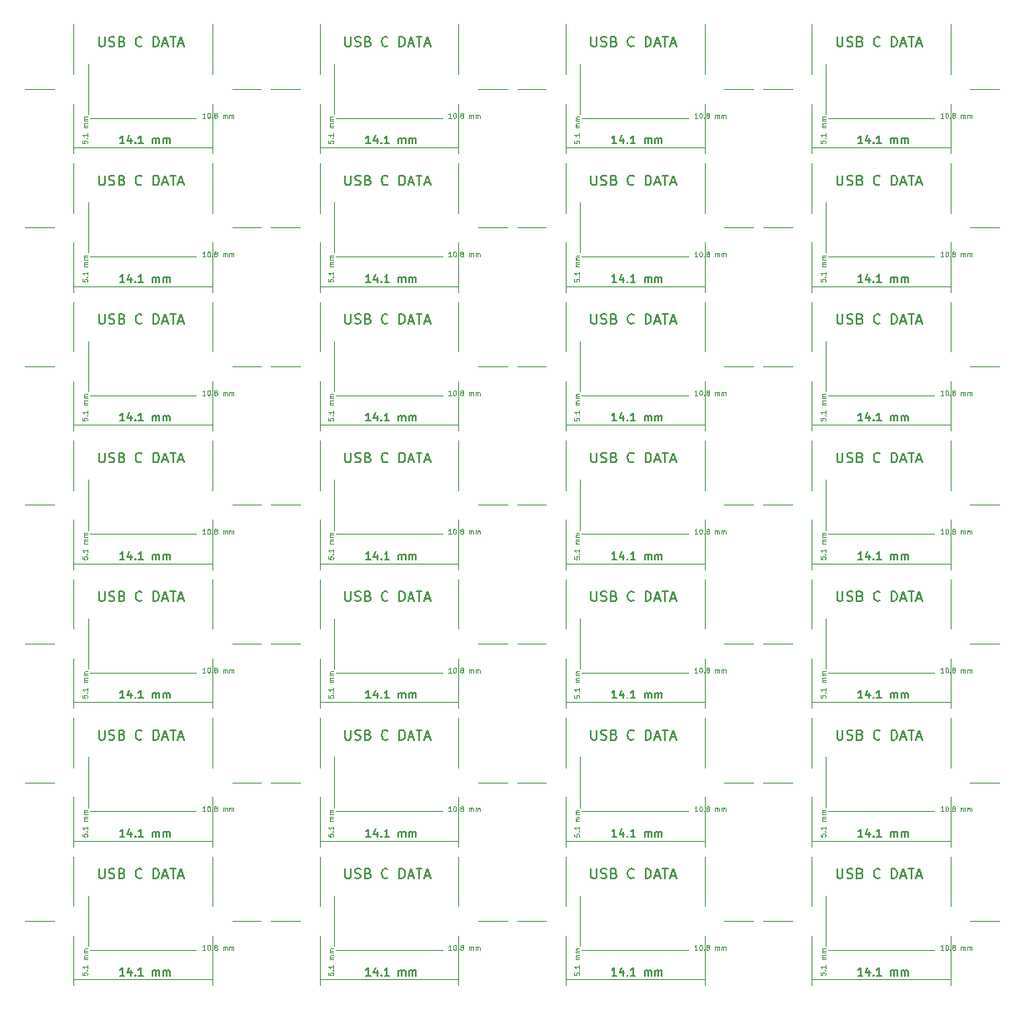
<source format=gbr>
G04 #@! TF.GenerationSoftware,KiCad,Pcbnew,5.1.5+dfsg1-2build2*
G04 #@! TF.CreationDate,2022-07-25T22:52:27-05:00*
G04 #@! TF.ProjectId,,58585858-5858-4585-9858-585858585858,rev?*
G04 #@! TF.SameCoordinates,Original*
G04 #@! TF.FileFunction,Legend,Top*
G04 #@! TF.FilePolarity,Positive*
%FSLAX46Y46*%
G04 Gerber Fmt 4.6, Leading zero omitted, Abs format (unit mm)*
G04 Created by KiCad (PCBNEW 5.1.5+dfsg1-2build2) date 2022-07-25 22:52:27*
%MOMM*%
%LPD*%
G04 APERTURE LIST*
%ADD10C,0.120000*%
%ADD11C,0.125000*%
%ADD12C,0.150000*%
G04 APERTURE END LIST*
D10*
X158485560Y-136379600D02*
X161435560Y-136379600D01*
X133485560Y-136379600D02*
X136435560Y-136379600D01*
X108485560Y-136379600D02*
X111435560Y-136379600D01*
X83485560Y-136379600D02*
X86435560Y-136379600D01*
X158485560Y-122279600D02*
X161435560Y-122279600D01*
X133485560Y-122279600D02*
X136435560Y-122279600D01*
X108485560Y-122279600D02*
X111435560Y-122279600D01*
X83485560Y-122279600D02*
X86435560Y-122279600D01*
X158485560Y-108179600D02*
X161435560Y-108179600D01*
X133485560Y-108179600D02*
X136435560Y-108179600D01*
X108485560Y-108179600D02*
X111435560Y-108179600D01*
X83485560Y-108179600D02*
X86435560Y-108179600D01*
X158485560Y-94079600D02*
X161435560Y-94079600D01*
X133485560Y-94079600D02*
X136435560Y-94079600D01*
X108485560Y-94079600D02*
X111435560Y-94079600D01*
X83485560Y-94079600D02*
X86435560Y-94079600D01*
X158485560Y-79979600D02*
X161435560Y-79979600D01*
X133485560Y-79979600D02*
X136435560Y-79979600D01*
X108485560Y-79979600D02*
X111435560Y-79979600D01*
X83485560Y-79979600D02*
X86435560Y-79979600D01*
X158485560Y-65879600D02*
X161435560Y-65879600D01*
X133485560Y-65879600D02*
X136435560Y-65879600D01*
X108485560Y-65879600D02*
X111435560Y-65879600D01*
X83485560Y-65879600D02*
X86435560Y-65879600D01*
X158485560Y-51779600D02*
X161435560Y-51779600D01*
X133485560Y-51779600D02*
X136435560Y-51779600D01*
X108485560Y-51779600D02*
X111435560Y-51779600D01*
D11*
X155762956Y-139324430D02*
X155477241Y-139324430D01*
X155620099Y-139324430D02*
X155620099Y-138824430D01*
X155572480Y-138895859D01*
X155524860Y-138943478D01*
X155477241Y-138967287D01*
X156072480Y-138824430D02*
X156120099Y-138824430D01*
X156167718Y-138848240D01*
X156191527Y-138872049D01*
X156215337Y-138919668D01*
X156239146Y-139014906D01*
X156239146Y-139133954D01*
X156215337Y-139229192D01*
X156191527Y-139276811D01*
X156167718Y-139300620D01*
X156120099Y-139324430D01*
X156072480Y-139324430D01*
X156024860Y-139300620D01*
X156001051Y-139276811D01*
X155977241Y-139229192D01*
X155953432Y-139133954D01*
X155953432Y-139014906D01*
X155977241Y-138919668D01*
X156001051Y-138872049D01*
X156024860Y-138848240D01*
X156072480Y-138824430D01*
X156453432Y-139276811D02*
X156477241Y-139300620D01*
X156453432Y-139324430D01*
X156429622Y-139300620D01*
X156453432Y-139276811D01*
X156453432Y-139324430D01*
X156762956Y-139038716D02*
X156715337Y-139014906D01*
X156691527Y-138991097D01*
X156667718Y-138943478D01*
X156667718Y-138919668D01*
X156691527Y-138872049D01*
X156715337Y-138848240D01*
X156762956Y-138824430D01*
X156858194Y-138824430D01*
X156905813Y-138848240D01*
X156929622Y-138872049D01*
X156953432Y-138919668D01*
X156953432Y-138943478D01*
X156929622Y-138991097D01*
X156905813Y-139014906D01*
X156858194Y-139038716D01*
X156762956Y-139038716D01*
X156715337Y-139062525D01*
X156691527Y-139086335D01*
X156667718Y-139133954D01*
X156667718Y-139229192D01*
X156691527Y-139276811D01*
X156715337Y-139300620D01*
X156762956Y-139324430D01*
X156858194Y-139324430D01*
X156905813Y-139300620D01*
X156929622Y-139276811D01*
X156953432Y-139229192D01*
X156953432Y-139133954D01*
X156929622Y-139086335D01*
X156905813Y-139062525D01*
X156858194Y-139038716D01*
X157548670Y-139324430D02*
X157548670Y-138991097D01*
X157548670Y-139038716D02*
X157572480Y-139014906D01*
X157620099Y-138991097D01*
X157691527Y-138991097D01*
X157739146Y-139014906D01*
X157762956Y-139062525D01*
X157762956Y-139324430D01*
X157762956Y-139062525D02*
X157786765Y-139014906D01*
X157834384Y-138991097D01*
X157905813Y-138991097D01*
X157953432Y-139014906D01*
X157977241Y-139062525D01*
X157977241Y-139324430D01*
X158215337Y-139324430D02*
X158215337Y-138991097D01*
X158215337Y-139038716D02*
X158239146Y-139014906D01*
X158286765Y-138991097D01*
X158358194Y-138991097D01*
X158405813Y-139014906D01*
X158429622Y-139062525D01*
X158429622Y-139324430D01*
X158429622Y-139062525D02*
X158453432Y-139014906D01*
X158501051Y-138991097D01*
X158572480Y-138991097D01*
X158620099Y-139014906D01*
X158643908Y-139062525D01*
X158643908Y-139324430D01*
X130762956Y-139324430D02*
X130477241Y-139324430D01*
X130620099Y-139324430D02*
X130620099Y-138824430D01*
X130572480Y-138895859D01*
X130524860Y-138943478D01*
X130477241Y-138967287D01*
X131072480Y-138824430D02*
X131120099Y-138824430D01*
X131167718Y-138848240D01*
X131191527Y-138872049D01*
X131215337Y-138919668D01*
X131239146Y-139014906D01*
X131239146Y-139133954D01*
X131215337Y-139229192D01*
X131191527Y-139276811D01*
X131167718Y-139300620D01*
X131120099Y-139324430D01*
X131072480Y-139324430D01*
X131024860Y-139300620D01*
X131001051Y-139276811D01*
X130977241Y-139229192D01*
X130953432Y-139133954D01*
X130953432Y-139014906D01*
X130977241Y-138919668D01*
X131001051Y-138872049D01*
X131024860Y-138848240D01*
X131072480Y-138824430D01*
X131453432Y-139276811D02*
X131477241Y-139300620D01*
X131453432Y-139324430D01*
X131429622Y-139300620D01*
X131453432Y-139276811D01*
X131453432Y-139324430D01*
X131762956Y-139038716D02*
X131715337Y-139014906D01*
X131691527Y-138991097D01*
X131667718Y-138943478D01*
X131667718Y-138919668D01*
X131691527Y-138872049D01*
X131715337Y-138848240D01*
X131762956Y-138824430D01*
X131858194Y-138824430D01*
X131905813Y-138848240D01*
X131929622Y-138872049D01*
X131953432Y-138919668D01*
X131953432Y-138943478D01*
X131929622Y-138991097D01*
X131905813Y-139014906D01*
X131858194Y-139038716D01*
X131762956Y-139038716D01*
X131715337Y-139062525D01*
X131691527Y-139086335D01*
X131667718Y-139133954D01*
X131667718Y-139229192D01*
X131691527Y-139276811D01*
X131715337Y-139300620D01*
X131762956Y-139324430D01*
X131858194Y-139324430D01*
X131905813Y-139300620D01*
X131929622Y-139276811D01*
X131953432Y-139229192D01*
X131953432Y-139133954D01*
X131929622Y-139086335D01*
X131905813Y-139062525D01*
X131858194Y-139038716D01*
X132548670Y-139324430D02*
X132548670Y-138991097D01*
X132548670Y-139038716D02*
X132572480Y-139014906D01*
X132620099Y-138991097D01*
X132691527Y-138991097D01*
X132739146Y-139014906D01*
X132762956Y-139062525D01*
X132762956Y-139324430D01*
X132762956Y-139062525D02*
X132786765Y-139014906D01*
X132834384Y-138991097D01*
X132905813Y-138991097D01*
X132953432Y-139014906D01*
X132977241Y-139062525D01*
X132977241Y-139324430D01*
X133215337Y-139324430D02*
X133215337Y-138991097D01*
X133215337Y-139038716D02*
X133239146Y-139014906D01*
X133286765Y-138991097D01*
X133358194Y-138991097D01*
X133405813Y-139014906D01*
X133429622Y-139062525D01*
X133429622Y-139324430D01*
X133429622Y-139062525D02*
X133453432Y-139014906D01*
X133501051Y-138991097D01*
X133572480Y-138991097D01*
X133620099Y-139014906D01*
X133643908Y-139062525D01*
X133643908Y-139324430D01*
X105762956Y-139324430D02*
X105477241Y-139324430D01*
X105620099Y-139324430D02*
X105620099Y-138824430D01*
X105572480Y-138895859D01*
X105524860Y-138943478D01*
X105477241Y-138967287D01*
X106072480Y-138824430D02*
X106120099Y-138824430D01*
X106167718Y-138848240D01*
X106191527Y-138872049D01*
X106215337Y-138919668D01*
X106239146Y-139014906D01*
X106239146Y-139133954D01*
X106215337Y-139229192D01*
X106191527Y-139276811D01*
X106167718Y-139300620D01*
X106120099Y-139324430D01*
X106072480Y-139324430D01*
X106024860Y-139300620D01*
X106001051Y-139276811D01*
X105977241Y-139229192D01*
X105953432Y-139133954D01*
X105953432Y-139014906D01*
X105977241Y-138919668D01*
X106001051Y-138872049D01*
X106024860Y-138848240D01*
X106072480Y-138824430D01*
X106453432Y-139276811D02*
X106477241Y-139300620D01*
X106453432Y-139324430D01*
X106429622Y-139300620D01*
X106453432Y-139276811D01*
X106453432Y-139324430D01*
X106762956Y-139038716D02*
X106715337Y-139014906D01*
X106691527Y-138991097D01*
X106667718Y-138943478D01*
X106667718Y-138919668D01*
X106691527Y-138872049D01*
X106715337Y-138848240D01*
X106762956Y-138824430D01*
X106858194Y-138824430D01*
X106905813Y-138848240D01*
X106929622Y-138872049D01*
X106953432Y-138919668D01*
X106953432Y-138943478D01*
X106929622Y-138991097D01*
X106905813Y-139014906D01*
X106858194Y-139038716D01*
X106762956Y-139038716D01*
X106715337Y-139062525D01*
X106691527Y-139086335D01*
X106667718Y-139133954D01*
X106667718Y-139229192D01*
X106691527Y-139276811D01*
X106715337Y-139300620D01*
X106762956Y-139324430D01*
X106858194Y-139324430D01*
X106905813Y-139300620D01*
X106929622Y-139276811D01*
X106953432Y-139229192D01*
X106953432Y-139133954D01*
X106929622Y-139086335D01*
X106905813Y-139062525D01*
X106858194Y-139038716D01*
X107548670Y-139324430D02*
X107548670Y-138991097D01*
X107548670Y-139038716D02*
X107572480Y-139014906D01*
X107620099Y-138991097D01*
X107691527Y-138991097D01*
X107739146Y-139014906D01*
X107762956Y-139062525D01*
X107762956Y-139324430D01*
X107762956Y-139062525D02*
X107786765Y-139014906D01*
X107834384Y-138991097D01*
X107905813Y-138991097D01*
X107953432Y-139014906D01*
X107977241Y-139062525D01*
X107977241Y-139324430D01*
X108215337Y-139324430D02*
X108215337Y-138991097D01*
X108215337Y-139038716D02*
X108239146Y-139014906D01*
X108286765Y-138991097D01*
X108358194Y-138991097D01*
X108405813Y-139014906D01*
X108429622Y-139062525D01*
X108429622Y-139324430D01*
X108429622Y-139062525D02*
X108453432Y-139014906D01*
X108501051Y-138991097D01*
X108572480Y-138991097D01*
X108620099Y-139014906D01*
X108643908Y-139062525D01*
X108643908Y-139324430D01*
X80762956Y-139324430D02*
X80477241Y-139324430D01*
X80620099Y-139324430D02*
X80620099Y-138824430D01*
X80572480Y-138895859D01*
X80524860Y-138943478D01*
X80477241Y-138967287D01*
X81072480Y-138824430D02*
X81120099Y-138824430D01*
X81167718Y-138848240D01*
X81191527Y-138872049D01*
X81215337Y-138919668D01*
X81239146Y-139014906D01*
X81239146Y-139133954D01*
X81215337Y-139229192D01*
X81191527Y-139276811D01*
X81167718Y-139300620D01*
X81120099Y-139324430D01*
X81072480Y-139324430D01*
X81024860Y-139300620D01*
X81001051Y-139276811D01*
X80977241Y-139229192D01*
X80953432Y-139133954D01*
X80953432Y-139014906D01*
X80977241Y-138919668D01*
X81001051Y-138872049D01*
X81024860Y-138848240D01*
X81072480Y-138824430D01*
X81453432Y-139276811D02*
X81477241Y-139300620D01*
X81453432Y-139324430D01*
X81429622Y-139300620D01*
X81453432Y-139276811D01*
X81453432Y-139324430D01*
X81762956Y-139038716D02*
X81715337Y-139014906D01*
X81691527Y-138991097D01*
X81667718Y-138943478D01*
X81667718Y-138919668D01*
X81691527Y-138872049D01*
X81715337Y-138848240D01*
X81762956Y-138824430D01*
X81858194Y-138824430D01*
X81905813Y-138848240D01*
X81929622Y-138872049D01*
X81953432Y-138919668D01*
X81953432Y-138943478D01*
X81929622Y-138991097D01*
X81905813Y-139014906D01*
X81858194Y-139038716D01*
X81762956Y-139038716D01*
X81715337Y-139062525D01*
X81691527Y-139086335D01*
X81667718Y-139133954D01*
X81667718Y-139229192D01*
X81691527Y-139276811D01*
X81715337Y-139300620D01*
X81762956Y-139324430D01*
X81858194Y-139324430D01*
X81905813Y-139300620D01*
X81929622Y-139276811D01*
X81953432Y-139229192D01*
X81953432Y-139133954D01*
X81929622Y-139086335D01*
X81905813Y-139062525D01*
X81858194Y-139038716D01*
X82548670Y-139324430D02*
X82548670Y-138991097D01*
X82548670Y-139038716D02*
X82572480Y-139014906D01*
X82620099Y-138991097D01*
X82691527Y-138991097D01*
X82739146Y-139014906D01*
X82762956Y-139062525D01*
X82762956Y-139324430D01*
X82762956Y-139062525D02*
X82786765Y-139014906D01*
X82834384Y-138991097D01*
X82905813Y-138991097D01*
X82953432Y-139014906D01*
X82977241Y-139062525D01*
X82977241Y-139324430D01*
X83215337Y-139324430D02*
X83215337Y-138991097D01*
X83215337Y-139038716D02*
X83239146Y-139014906D01*
X83286765Y-138991097D01*
X83358194Y-138991097D01*
X83405813Y-139014906D01*
X83429622Y-139062525D01*
X83429622Y-139324430D01*
X83429622Y-139062525D02*
X83453432Y-139014906D01*
X83501051Y-138991097D01*
X83572480Y-138991097D01*
X83620099Y-139014906D01*
X83643908Y-139062525D01*
X83643908Y-139324430D01*
X155762956Y-125224430D02*
X155477241Y-125224430D01*
X155620099Y-125224430D02*
X155620099Y-124724430D01*
X155572480Y-124795859D01*
X155524860Y-124843478D01*
X155477241Y-124867287D01*
X156072480Y-124724430D02*
X156120099Y-124724430D01*
X156167718Y-124748240D01*
X156191527Y-124772049D01*
X156215337Y-124819668D01*
X156239146Y-124914906D01*
X156239146Y-125033954D01*
X156215337Y-125129192D01*
X156191527Y-125176811D01*
X156167718Y-125200620D01*
X156120099Y-125224430D01*
X156072480Y-125224430D01*
X156024860Y-125200620D01*
X156001051Y-125176811D01*
X155977241Y-125129192D01*
X155953432Y-125033954D01*
X155953432Y-124914906D01*
X155977241Y-124819668D01*
X156001051Y-124772049D01*
X156024860Y-124748240D01*
X156072480Y-124724430D01*
X156453432Y-125176811D02*
X156477241Y-125200620D01*
X156453432Y-125224430D01*
X156429622Y-125200620D01*
X156453432Y-125176811D01*
X156453432Y-125224430D01*
X156762956Y-124938716D02*
X156715337Y-124914906D01*
X156691527Y-124891097D01*
X156667718Y-124843478D01*
X156667718Y-124819668D01*
X156691527Y-124772049D01*
X156715337Y-124748240D01*
X156762956Y-124724430D01*
X156858194Y-124724430D01*
X156905813Y-124748240D01*
X156929622Y-124772049D01*
X156953432Y-124819668D01*
X156953432Y-124843478D01*
X156929622Y-124891097D01*
X156905813Y-124914906D01*
X156858194Y-124938716D01*
X156762956Y-124938716D01*
X156715337Y-124962525D01*
X156691527Y-124986335D01*
X156667718Y-125033954D01*
X156667718Y-125129192D01*
X156691527Y-125176811D01*
X156715337Y-125200620D01*
X156762956Y-125224430D01*
X156858194Y-125224430D01*
X156905813Y-125200620D01*
X156929622Y-125176811D01*
X156953432Y-125129192D01*
X156953432Y-125033954D01*
X156929622Y-124986335D01*
X156905813Y-124962525D01*
X156858194Y-124938716D01*
X157548670Y-125224430D02*
X157548670Y-124891097D01*
X157548670Y-124938716D02*
X157572480Y-124914906D01*
X157620099Y-124891097D01*
X157691527Y-124891097D01*
X157739146Y-124914906D01*
X157762956Y-124962525D01*
X157762956Y-125224430D01*
X157762956Y-124962525D02*
X157786765Y-124914906D01*
X157834384Y-124891097D01*
X157905813Y-124891097D01*
X157953432Y-124914906D01*
X157977241Y-124962525D01*
X157977241Y-125224430D01*
X158215337Y-125224430D02*
X158215337Y-124891097D01*
X158215337Y-124938716D02*
X158239146Y-124914906D01*
X158286765Y-124891097D01*
X158358194Y-124891097D01*
X158405813Y-124914906D01*
X158429622Y-124962525D01*
X158429622Y-125224430D01*
X158429622Y-124962525D02*
X158453432Y-124914906D01*
X158501051Y-124891097D01*
X158572480Y-124891097D01*
X158620099Y-124914906D01*
X158643908Y-124962525D01*
X158643908Y-125224430D01*
X130762956Y-125224430D02*
X130477241Y-125224430D01*
X130620099Y-125224430D02*
X130620099Y-124724430D01*
X130572480Y-124795859D01*
X130524860Y-124843478D01*
X130477241Y-124867287D01*
X131072480Y-124724430D02*
X131120099Y-124724430D01*
X131167718Y-124748240D01*
X131191527Y-124772049D01*
X131215337Y-124819668D01*
X131239146Y-124914906D01*
X131239146Y-125033954D01*
X131215337Y-125129192D01*
X131191527Y-125176811D01*
X131167718Y-125200620D01*
X131120099Y-125224430D01*
X131072480Y-125224430D01*
X131024860Y-125200620D01*
X131001051Y-125176811D01*
X130977241Y-125129192D01*
X130953432Y-125033954D01*
X130953432Y-124914906D01*
X130977241Y-124819668D01*
X131001051Y-124772049D01*
X131024860Y-124748240D01*
X131072480Y-124724430D01*
X131453432Y-125176811D02*
X131477241Y-125200620D01*
X131453432Y-125224430D01*
X131429622Y-125200620D01*
X131453432Y-125176811D01*
X131453432Y-125224430D01*
X131762956Y-124938716D02*
X131715337Y-124914906D01*
X131691527Y-124891097D01*
X131667718Y-124843478D01*
X131667718Y-124819668D01*
X131691527Y-124772049D01*
X131715337Y-124748240D01*
X131762956Y-124724430D01*
X131858194Y-124724430D01*
X131905813Y-124748240D01*
X131929622Y-124772049D01*
X131953432Y-124819668D01*
X131953432Y-124843478D01*
X131929622Y-124891097D01*
X131905813Y-124914906D01*
X131858194Y-124938716D01*
X131762956Y-124938716D01*
X131715337Y-124962525D01*
X131691527Y-124986335D01*
X131667718Y-125033954D01*
X131667718Y-125129192D01*
X131691527Y-125176811D01*
X131715337Y-125200620D01*
X131762956Y-125224430D01*
X131858194Y-125224430D01*
X131905813Y-125200620D01*
X131929622Y-125176811D01*
X131953432Y-125129192D01*
X131953432Y-125033954D01*
X131929622Y-124986335D01*
X131905813Y-124962525D01*
X131858194Y-124938716D01*
X132548670Y-125224430D02*
X132548670Y-124891097D01*
X132548670Y-124938716D02*
X132572480Y-124914906D01*
X132620099Y-124891097D01*
X132691527Y-124891097D01*
X132739146Y-124914906D01*
X132762956Y-124962525D01*
X132762956Y-125224430D01*
X132762956Y-124962525D02*
X132786765Y-124914906D01*
X132834384Y-124891097D01*
X132905813Y-124891097D01*
X132953432Y-124914906D01*
X132977241Y-124962525D01*
X132977241Y-125224430D01*
X133215337Y-125224430D02*
X133215337Y-124891097D01*
X133215337Y-124938716D02*
X133239146Y-124914906D01*
X133286765Y-124891097D01*
X133358194Y-124891097D01*
X133405813Y-124914906D01*
X133429622Y-124962525D01*
X133429622Y-125224430D01*
X133429622Y-124962525D02*
X133453432Y-124914906D01*
X133501051Y-124891097D01*
X133572480Y-124891097D01*
X133620099Y-124914906D01*
X133643908Y-124962525D01*
X133643908Y-125224430D01*
X105762956Y-125224430D02*
X105477241Y-125224430D01*
X105620099Y-125224430D02*
X105620099Y-124724430D01*
X105572480Y-124795859D01*
X105524860Y-124843478D01*
X105477241Y-124867287D01*
X106072480Y-124724430D02*
X106120099Y-124724430D01*
X106167718Y-124748240D01*
X106191527Y-124772049D01*
X106215337Y-124819668D01*
X106239146Y-124914906D01*
X106239146Y-125033954D01*
X106215337Y-125129192D01*
X106191527Y-125176811D01*
X106167718Y-125200620D01*
X106120099Y-125224430D01*
X106072480Y-125224430D01*
X106024860Y-125200620D01*
X106001051Y-125176811D01*
X105977241Y-125129192D01*
X105953432Y-125033954D01*
X105953432Y-124914906D01*
X105977241Y-124819668D01*
X106001051Y-124772049D01*
X106024860Y-124748240D01*
X106072480Y-124724430D01*
X106453432Y-125176811D02*
X106477241Y-125200620D01*
X106453432Y-125224430D01*
X106429622Y-125200620D01*
X106453432Y-125176811D01*
X106453432Y-125224430D01*
X106762956Y-124938716D02*
X106715337Y-124914906D01*
X106691527Y-124891097D01*
X106667718Y-124843478D01*
X106667718Y-124819668D01*
X106691527Y-124772049D01*
X106715337Y-124748240D01*
X106762956Y-124724430D01*
X106858194Y-124724430D01*
X106905813Y-124748240D01*
X106929622Y-124772049D01*
X106953432Y-124819668D01*
X106953432Y-124843478D01*
X106929622Y-124891097D01*
X106905813Y-124914906D01*
X106858194Y-124938716D01*
X106762956Y-124938716D01*
X106715337Y-124962525D01*
X106691527Y-124986335D01*
X106667718Y-125033954D01*
X106667718Y-125129192D01*
X106691527Y-125176811D01*
X106715337Y-125200620D01*
X106762956Y-125224430D01*
X106858194Y-125224430D01*
X106905813Y-125200620D01*
X106929622Y-125176811D01*
X106953432Y-125129192D01*
X106953432Y-125033954D01*
X106929622Y-124986335D01*
X106905813Y-124962525D01*
X106858194Y-124938716D01*
X107548670Y-125224430D02*
X107548670Y-124891097D01*
X107548670Y-124938716D02*
X107572480Y-124914906D01*
X107620099Y-124891097D01*
X107691527Y-124891097D01*
X107739146Y-124914906D01*
X107762956Y-124962525D01*
X107762956Y-125224430D01*
X107762956Y-124962525D02*
X107786765Y-124914906D01*
X107834384Y-124891097D01*
X107905813Y-124891097D01*
X107953432Y-124914906D01*
X107977241Y-124962525D01*
X107977241Y-125224430D01*
X108215337Y-125224430D02*
X108215337Y-124891097D01*
X108215337Y-124938716D02*
X108239146Y-124914906D01*
X108286765Y-124891097D01*
X108358194Y-124891097D01*
X108405813Y-124914906D01*
X108429622Y-124962525D01*
X108429622Y-125224430D01*
X108429622Y-124962525D02*
X108453432Y-124914906D01*
X108501051Y-124891097D01*
X108572480Y-124891097D01*
X108620099Y-124914906D01*
X108643908Y-124962525D01*
X108643908Y-125224430D01*
X80762956Y-125224430D02*
X80477241Y-125224430D01*
X80620099Y-125224430D02*
X80620099Y-124724430D01*
X80572480Y-124795859D01*
X80524860Y-124843478D01*
X80477241Y-124867287D01*
X81072480Y-124724430D02*
X81120099Y-124724430D01*
X81167718Y-124748240D01*
X81191527Y-124772049D01*
X81215337Y-124819668D01*
X81239146Y-124914906D01*
X81239146Y-125033954D01*
X81215337Y-125129192D01*
X81191527Y-125176811D01*
X81167718Y-125200620D01*
X81120099Y-125224430D01*
X81072480Y-125224430D01*
X81024860Y-125200620D01*
X81001051Y-125176811D01*
X80977241Y-125129192D01*
X80953432Y-125033954D01*
X80953432Y-124914906D01*
X80977241Y-124819668D01*
X81001051Y-124772049D01*
X81024860Y-124748240D01*
X81072480Y-124724430D01*
X81453432Y-125176811D02*
X81477241Y-125200620D01*
X81453432Y-125224430D01*
X81429622Y-125200620D01*
X81453432Y-125176811D01*
X81453432Y-125224430D01*
X81762956Y-124938716D02*
X81715337Y-124914906D01*
X81691527Y-124891097D01*
X81667718Y-124843478D01*
X81667718Y-124819668D01*
X81691527Y-124772049D01*
X81715337Y-124748240D01*
X81762956Y-124724430D01*
X81858194Y-124724430D01*
X81905813Y-124748240D01*
X81929622Y-124772049D01*
X81953432Y-124819668D01*
X81953432Y-124843478D01*
X81929622Y-124891097D01*
X81905813Y-124914906D01*
X81858194Y-124938716D01*
X81762956Y-124938716D01*
X81715337Y-124962525D01*
X81691527Y-124986335D01*
X81667718Y-125033954D01*
X81667718Y-125129192D01*
X81691527Y-125176811D01*
X81715337Y-125200620D01*
X81762956Y-125224430D01*
X81858194Y-125224430D01*
X81905813Y-125200620D01*
X81929622Y-125176811D01*
X81953432Y-125129192D01*
X81953432Y-125033954D01*
X81929622Y-124986335D01*
X81905813Y-124962525D01*
X81858194Y-124938716D01*
X82548670Y-125224430D02*
X82548670Y-124891097D01*
X82548670Y-124938716D02*
X82572480Y-124914906D01*
X82620099Y-124891097D01*
X82691527Y-124891097D01*
X82739146Y-124914906D01*
X82762956Y-124962525D01*
X82762956Y-125224430D01*
X82762956Y-124962525D02*
X82786765Y-124914906D01*
X82834384Y-124891097D01*
X82905813Y-124891097D01*
X82953432Y-124914906D01*
X82977241Y-124962525D01*
X82977241Y-125224430D01*
X83215337Y-125224430D02*
X83215337Y-124891097D01*
X83215337Y-124938716D02*
X83239146Y-124914906D01*
X83286765Y-124891097D01*
X83358194Y-124891097D01*
X83405813Y-124914906D01*
X83429622Y-124962525D01*
X83429622Y-125224430D01*
X83429622Y-124962525D02*
X83453432Y-124914906D01*
X83501051Y-124891097D01*
X83572480Y-124891097D01*
X83620099Y-124914906D01*
X83643908Y-124962525D01*
X83643908Y-125224430D01*
X155762956Y-111124430D02*
X155477241Y-111124430D01*
X155620099Y-111124430D02*
X155620099Y-110624430D01*
X155572480Y-110695859D01*
X155524860Y-110743478D01*
X155477241Y-110767287D01*
X156072480Y-110624430D02*
X156120099Y-110624430D01*
X156167718Y-110648240D01*
X156191527Y-110672049D01*
X156215337Y-110719668D01*
X156239146Y-110814906D01*
X156239146Y-110933954D01*
X156215337Y-111029192D01*
X156191527Y-111076811D01*
X156167718Y-111100620D01*
X156120099Y-111124430D01*
X156072480Y-111124430D01*
X156024860Y-111100620D01*
X156001051Y-111076811D01*
X155977241Y-111029192D01*
X155953432Y-110933954D01*
X155953432Y-110814906D01*
X155977241Y-110719668D01*
X156001051Y-110672049D01*
X156024860Y-110648240D01*
X156072480Y-110624430D01*
X156453432Y-111076811D02*
X156477241Y-111100620D01*
X156453432Y-111124430D01*
X156429622Y-111100620D01*
X156453432Y-111076811D01*
X156453432Y-111124430D01*
X156762956Y-110838716D02*
X156715337Y-110814906D01*
X156691527Y-110791097D01*
X156667718Y-110743478D01*
X156667718Y-110719668D01*
X156691527Y-110672049D01*
X156715337Y-110648240D01*
X156762956Y-110624430D01*
X156858194Y-110624430D01*
X156905813Y-110648240D01*
X156929622Y-110672049D01*
X156953432Y-110719668D01*
X156953432Y-110743478D01*
X156929622Y-110791097D01*
X156905813Y-110814906D01*
X156858194Y-110838716D01*
X156762956Y-110838716D01*
X156715337Y-110862525D01*
X156691527Y-110886335D01*
X156667718Y-110933954D01*
X156667718Y-111029192D01*
X156691527Y-111076811D01*
X156715337Y-111100620D01*
X156762956Y-111124430D01*
X156858194Y-111124430D01*
X156905813Y-111100620D01*
X156929622Y-111076811D01*
X156953432Y-111029192D01*
X156953432Y-110933954D01*
X156929622Y-110886335D01*
X156905813Y-110862525D01*
X156858194Y-110838716D01*
X157548670Y-111124430D02*
X157548670Y-110791097D01*
X157548670Y-110838716D02*
X157572480Y-110814906D01*
X157620099Y-110791097D01*
X157691527Y-110791097D01*
X157739146Y-110814906D01*
X157762956Y-110862525D01*
X157762956Y-111124430D01*
X157762956Y-110862525D02*
X157786765Y-110814906D01*
X157834384Y-110791097D01*
X157905813Y-110791097D01*
X157953432Y-110814906D01*
X157977241Y-110862525D01*
X157977241Y-111124430D01*
X158215337Y-111124430D02*
X158215337Y-110791097D01*
X158215337Y-110838716D02*
X158239146Y-110814906D01*
X158286765Y-110791097D01*
X158358194Y-110791097D01*
X158405813Y-110814906D01*
X158429622Y-110862525D01*
X158429622Y-111124430D01*
X158429622Y-110862525D02*
X158453432Y-110814906D01*
X158501051Y-110791097D01*
X158572480Y-110791097D01*
X158620099Y-110814906D01*
X158643908Y-110862525D01*
X158643908Y-111124430D01*
X130762956Y-111124430D02*
X130477241Y-111124430D01*
X130620099Y-111124430D02*
X130620099Y-110624430D01*
X130572480Y-110695859D01*
X130524860Y-110743478D01*
X130477241Y-110767287D01*
X131072480Y-110624430D02*
X131120099Y-110624430D01*
X131167718Y-110648240D01*
X131191527Y-110672049D01*
X131215337Y-110719668D01*
X131239146Y-110814906D01*
X131239146Y-110933954D01*
X131215337Y-111029192D01*
X131191527Y-111076811D01*
X131167718Y-111100620D01*
X131120099Y-111124430D01*
X131072480Y-111124430D01*
X131024860Y-111100620D01*
X131001051Y-111076811D01*
X130977241Y-111029192D01*
X130953432Y-110933954D01*
X130953432Y-110814906D01*
X130977241Y-110719668D01*
X131001051Y-110672049D01*
X131024860Y-110648240D01*
X131072480Y-110624430D01*
X131453432Y-111076811D02*
X131477241Y-111100620D01*
X131453432Y-111124430D01*
X131429622Y-111100620D01*
X131453432Y-111076811D01*
X131453432Y-111124430D01*
X131762956Y-110838716D02*
X131715337Y-110814906D01*
X131691527Y-110791097D01*
X131667718Y-110743478D01*
X131667718Y-110719668D01*
X131691527Y-110672049D01*
X131715337Y-110648240D01*
X131762956Y-110624430D01*
X131858194Y-110624430D01*
X131905813Y-110648240D01*
X131929622Y-110672049D01*
X131953432Y-110719668D01*
X131953432Y-110743478D01*
X131929622Y-110791097D01*
X131905813Y-110814906D01*
X131858194Y-110838716D01*
X131762956Y-110838716D01*
X131715337Y-110862525D01*
X131691527Y-110886335D01*
X131667718Y-110933954D01*
X131667718Y-111029192D01*
X131691527Y-111076811D01*
X131715337Y-111100620D01*
X131762956Y-111124430D01*
X131858194Y-111124430D01*
X131905813Y-111100620D01*
X131929622Y-111076811D01*
X131953432Y-111029192D01*
X131953432Y-110933954D01*
X131929622Y-110886335D01*
X131905813Y-110862525D01*
X131858194Y-110838716D01*
X132548670Y-111124430D02*
X132548670Y-110791097D01*
X132548670Y-110838716D02*
X132572480Y-110814906D01*
X132620099Y-110791097D01*
X132691527Y-110791097D01*
X132739146Y-110814906D01*
X132762956Y-110862525D01*
X132762956Y-111124430D01*
X132762956Y-110862525D02*
X132786765Y-110814906D01*
X132834384Y-110791097D01*
X132905813Y-110791097D01*
X132953432Y-110814906D01*
X132977241Y-110862525D01*
X132977241Y-111124430D01*
X133215337Y-111124430D02*
X133215337Y-110791097D01*
X133215337Y-110838716D02*
X133239146Y-110814906D01*
X133286765Y-110791097D01*
X133358194Y-110791097D01*
X133405813Y-110814906D01*
X133429622Y-110862525D01*
X133429622Y-111124430D01*
X133429622Y-110862525D02*
X133453432Y-110814906D01*
X133501051Y-110791097D01*
X133572480Y-110791097D01*
X133620099Y-110814906D01*
X133643908Y-110862525D01*
X133643908Y-111124430D01*
X105762956Y-111124430D02*
X105477241Y-111124430D01*
X105620099Y-111124430D02*
X105620099Y-110624430D01*
X105572480Y-110695859D01*
X105524860Y-110743478D01*
X105477241Y-110767287D01*
X106072480Y-110624430D02*
X106120099Y-110624430D01*
X106167718Y-110648240D01*
X106191527Y-110672049D01*
X106215337Y-110719668D01*
X106239146Y-110814906D01*
X106239146Y-110933954D01*
X106215337Y-111029192D01*
X106191527Y-111076811D01*
X106167718Y-111100620D01*
X106120099Y-111124430D01*
X106072480Y-111124430D01*
X106024860Y-111100620D01*
X106001051Y-111076811D01*
X105977241Y-111029192D01*
X105953432Y-110933954D01*
X105953432Y-110814906D01*
X105977241Y-110719668D01*
X106001051Y-110672049D01*
X106024860Y-110648240D01*
X106072480Y-110624430D01*
X106453432Y-111076811D02*
X106477241Y-111100620D01*
X106453432Y-111124430D01*
X106429622Y-111100620D01*
X106453432Y-111076811D01*
X106453432Y-111124430D01*
X106762956Y-110838716D02*
X106715337Y-110814906D01*
X106691527Y-110791097D01*
X106667718Y-110743478D01*
X106667718Y-110719668D01*
X106691527Y-110672049D01*
X106715337Y-110648240D01*
X106762956Y-110624430D01*
X106858194Y-110624430D01*
X106905813Y-110648240D01*
X106929622Y-110672049D01*
X106953432Y-110719668D01*
X106953432Y-110743478D01*
X106929622Y-110791097D01*
X106905813Y-110814906D01*
X106858194Y-110838716D01*
X106762956Y-110838716D01*
X106715337Y-110862525D01*
X106691527Y-110886335D01*
X106667718Y-110933954D01*
X106667718Y-111029192D01*
X106691527Y-111076811D01*
X106715337Y-111100620D01*
X106762956Y-111124430D01*
X106858194Y-111124430D01*
X106905813Y-111100620D01*
X106929622Y-111076811D01*
X106953432Y-111029192D01*
X106953432Y-110933954D01*
X106929622Y-110886335D01*
X106905813Y-110862525D01*
X106858194Y-110838716D01*
X107548670Y-111124430D02*
X107548670Y-110791097D01*
X107548670Y-110838716D02*
X107572480Y-110814906D01*
X107620099Y-110791097D01*
X107691527Y-110791097D01*
X107739146Y-110814906D01*
X107762956Y-110862525D01*
X107762956Y-111124430D01*
X107762956Y-110862525D02*
X107786765Y-110814906D01*
X107834384Y-110791097D01*
X107905813Y-110791097D01*
X107953432Y-110814906D01*
X107977241Y-110862525D01*
X107977241Y-111124430D01*
X108215337Y-111124430D02*
X108215337Y-110791097D01*
X108215337Y-110838716D02*
X108239146Y-110814906D01*
X108286765Y-110791097D01*
X108358194Y-110791097D01*
X108405813Y-110814906D01*
X108429622Y-110862525D01*
X108429622Y-111124430D01*
X108429622Y-110862525D02*
X108453432Y-110814906D01*
X108501051Y-110791097D01*
X108572480Y-110791097D01*
X108620099Y-110814906D01*
X108643908Y-110862525D01*
X108643908Y-111124430D01*
X80762956Y-111124430D02*
X80477241Y-111124430D01*
X80620099Y-111124430D02*
X80620099Y-110624430D01*
X80572480Y-110695859D01*
X80524860Y-110743478D01*
X80477241Y-110767287D01*
X81072480Y-110624430D02*
X81120099Y-110624430D01*
X81167718Y-110648240D01*
X81191527Y-110672049D01*
X81215337Y-110719668D01*
X81239146Y-110814906D01*
X81239146Y-110933954D01*
X81215337Y-111029192D01*
X81191527Y-111076811D01*
X81167718Y-111100620D01*
X81120099Y-111124430D01*
X81072480Y-111124430D01*
X81024860Y-111100620D01*
X81001051Y-111076811D01*
X80977241Y-111029192D01*
X80953432Y-110933954D01*
X80953432Y-110814906D01*
X80977241Y-110719668D01*
X81001051Y-110672049D01*
X81024860Y-110648240D01*
X81072480Y-110624430D01*
X81453432Y-111076811D02*
X81477241Y-111100620D01*
X81453432Y-111124430D01*
X81429622Y-111100620D01*
X81453432Y-111076811D01*
X81453432Y-111124430D01*
X81762956Y-110838716D02*
X81715337Y-110814906D01*
X81691527Y-110791097D01*
X81667718Y-110743478D01*
X81667718Y-110719668D01*
X81691527Y-110672049D01*
X81715337Y-110648240D01*
X81762956Y-110624430D01*
X81858194Y-110624430D01*
X81905813Y-110648240D01*
X81929622Y-110672049D01*
X81953432Y-110719668D01*
X81953432Y-110743478D01*
X81929622Y-110791097D01*
X81905813Y-110814906D01*
X81858194Y-110838716D01*
X81762956Y-110838716D01*
X81715337Y-110862525D01*
X81691527Y-110886335D01*
X81667718Y-110933954D01*
X81667718Y-111029192D01*
X81691527Y-111076811D01*
X81715337Y-111100620D01*
X81762956Y-111124430D01*
X81858194Y-111124430D01*
X81905813Y-111100620D01*
X81929622Y-111076811D01*
X81953432Y-111029192D01*
X81953432Y-110933954D01*
X81929622Y-110886335D01*
X81905813Y-110862525D01*
X81858194Y-110838716D01*
X82548670Y-111124430D02*
X82548670Y-110791097D01*
X82548670Y-110838716D02*
X82572480Y-110814906D01*
X82620099Y-110791097D01*
X82691527Y-110791097D01*
X82739146Y-110814906D01*
X82762956Y-110862525D01*
X82762956Y-111124430D01*
X82762956Y-110862525D02*
X82786765Y-110814906D01*
X82834384Y-110791097D01*
X82905813Y-110791097D01*
X82953432Y-110814906D01*
X82977241Y-110862525D01*
X82977241Y-111124430D01*
X83215337Y-111124430D02*
X83215337Y-110791097D01*
X83215337Y-110838716D02*
X83239146Y-110814906D01*
X83286765Y-110791097D01*
X83358194Y-110791097D01*
X83405813Y-110814906D01*
X83429622Y-110862525D01*
X83429622Y-111124430D01*
X83429622Y-110862525D02*
X83453432Y-110814906D01*
X83501051Y-110791097D01*
X83572480Y-110791097D01*
X83620099Y-110814906D01*
X83643908Y-110862525D01*
X83643908Y-111124430D01*
X155762956Y-97024430D02*
X155477241Y-97024430D01*
X155620099Y-97024430D02*
X155620099Y-96524430D01*
X155572480Y-96595859D01*
X155524860Y-96643478D01*
X155477241Y-96667287D01*
X156072480Y-96524430D02*
X156120099Y-96524430D01*
X156167718Y-96548240D01*
X156191527Y-96572049D01*
X156215337Y-96619668D01*
X156239146Y-96714906D01*
X156239146Y-96833954D01*
X156215337Y-96929192D01*
X156191527Y-96976811D01*
X156167718Y-97000620D01*
X156120099Y-97024430D01*
X156072480Y-97024430D01*
X156024860Y-97000620D01*
X156001051Y-96976811D01*
X155977241Y-96929192D01*
X155953432Y-96833954D01*
X155953432Y-96714906D01*
X155977241Y-96619668D01*
X156001051Y-96572049D01*
X156024860Y-96548240D01*
X156072480Y-96524430D01*
X156453432Y-96976811D02*
X156477241Y-97000620D01*
X156453432Y-97024430D01*
X156429622Y-97000620D01*
X156453432Y-96976811D01*
X156453432Y-97024430D01*
X156762956Y-96738716D02*
X156715337Y-96714906D01*
X156691527Y-96691097D01*
X156667718Y-96643478D01*
X156667718Y-96619668D01*
X156691527Y-96572049D01*
X156715337Y-96548240D01*
X156762956Y-96524430D01*
X156858194Y-96524430D01*
X156905813Y-96548240D01*
X156929622Y-96572049D01*
X156953432Y-96619668D01*
X156953432Y-96643478D01*
X156929622Y-96691097D01*
X156905813Y-96714906D01*
X156858194Y-96738716D01*
X156762956Y-96738716D01*
X156715337Y-96762525D01*
X156691527Y-96786335D01*
X156667718Y-96833954D01*
X156667718Y-96929192D01*
X156691527Y-96976811D01*
X156715337Y-97000620D01*
X156762956Y-97024430D01*
X156858194Y-97024430D01*
X156905813Y-97000620D01*
X156929622Y-96976811D01*
X156953432Y-96929192D01*
X156953432Y-96833954D01*
X156929622Y-96786335D01*
X156905813Y-96762525D01*
X156858194Y-96738716D01*
X157548670Y-97024430D02*
X157548670Y-96691097D01*
X157548670Y-96738716D02*
X157572480Y-96714906D01*
X157620099Y-96691097D01*
X157691527Y-96691097D01*
X157739146Y-96714906D01*
X157762956Y-96762525D01*
X157762956Y-97024430D01*
X157762956Y-96762525D02*
X157786765Y-96714906D01*
X157834384Y-96691097D01*
X157905813Y-96691097D01*
X157953432Y-96714906D01*
X157977241Y-96762525D01*
X157977241Y-97024430D01*
X158215337Y-97024430D02*
X158215337Y-96691097D01*
X158215337Y-96738716D02*
X158239146Y-96714906D01*
X158286765Y-96691097D01*
X158358194Y-96691097D01*
X158405813Y-96714906D01*
X158429622Y-96762525D01*
X158429622Y-97024430D01*
X158429622Y-96762525D02*
X158453432Y-96714906D01*
X158501051Y-96691097D01*
X158572480Y-96691097D01*
X158620099Y-96714906D01*
X158643908Y-96762525D01*
X158643908Y-97024430D01*
X130762956Y-97024430D02*
X130477241Y-97024430D01*
X130620099Y-97024430D02*
X130620099Y-96524430D01*
X130572480Y-96595859D01*
X130524860Y-96643478D01*
X130477241Y-96667287D01*
X131072480Y-96524430D02*
X131120099Y-96524430D01*
X131167718Y-96548240D01*
X131191527Y-96572049D01*
X131215337Y-96619668D01*
X131239146Y-96714906D01*
X131239146Y-96833954D01*
X131215337Y-96929192D01*
X131191527Y-96976811D01*
X131167718Y-97000620D01*
X131120099Y-97024430D01*
X131072480Y-97024430D01*
X131024860Y-97000620D01*
X131001051Y-96976811D01*
X130977241Y-96929192D01*
X130953432Y-96833954D01*
X130953432Y-96714906D01*
X130977241Y-96619668D01*
X131001051Y-96572049D01*
X131024860Y-96548240D01*
X131072480Y-96524430D01*
X131453432Y-96976811D02*
X131477241Y-97000620D01*
X131453432Y-97024430D01*
X131429622Y-97000620D01*
X131453432Y-96976811D01*
X131453432Y-97024430D01*
X131762956Y-96738716D02*
X131715337Y-96714906D01*
X131691527Y-96691097D01*
X131667718Y-96643478D01*
X131667718Y-96619668D01*
X131691527Y-96572049D01*
X131715337Y-96548240D01*
X131762956Y-96524430D01*
X131858194Y-96524430D01*
X131905813Y-96548240D01*
X131929622Y-96572049D01*
X131953432Y-96619668D01*
X131953432Y-96643478D01*
X131929622Y-96691097D01*
X131905813Y-96714906D01*
X131858194Y-96738716D01*
X131762956Y-96738716D01*
X131715337Y-96762525D01*
X131691527Y-96786335D01*
X131667718Y-96833954D01*
X131667718Y-96929192D01*
X131691527Y-96976811D01*
X131715337Y-97000620D01*
X131762956Y-97024430D01*
X131858194Y-97024430D01*
X131905813Y-97000620D01*
X131929622Y-96976811D01*
X131953432Y-96929192D01*
X131953432Y-96833954D01*
X131929622Y-96786335D01*
X131905813Y-96762525D01*
X131858194Y-96738716D01*
X132548670Y-97024430D02*
X132548670Y-96691097D01*
X132548670Y-96738716D02*
X132572480Y-96714906D01*
X132620099Y-96691097D01*
X132691527Y-96691097D01*
X132739146Y-96714906D01*
X132762956Y-96762525D01*
X132762956Y-97024430D01*
X132762956Y-96762525D02*
X132786765Y-96714906D01*
X132834384Y-96691097D01*
X132905813Y-96691097D01*
X132953432Y-96714906D01*
X132977241Y-96762525D01*
X132977241Y-97024430D01*
X133215337Y-97024430D02*
X133215337Y-96691097D01*
X133215337Y-96738716D02*
X133239146Y-96714906D01*
X133286765Y-96691097D01*
X133358194Y-96691097D01*
X133405813Y-96714906D01*
X133429622Y-96762525D01*
X133429622Y-97024430D01*
X133429622Y-96762525D02*
X133453432Y-96714906D01*
X133501051Y-96691097D01*
X133572480Y-96691097D01*
X133620099Y-96714906D01*
X133643908Y-96762525D01*
X133643908Y-97024430D01*
X105762956Y-97024430D02*
X105477241Y-97024430D01*
X105620099Y-97024430D02*
X105620099Y-96524430D01*
X105572480Y-96595859D01*
X105524860Y-96643478D01*
X105477241Y-96667287D01*
X106072480Y-96524430D02*
X106120099Y-96524430D01*
X106167718Y-96548240D01*
X106191527Y-96572049D01*
X106215337Y-96619668D01*
X106239146Y-96714906D01*
X106239146Y-96833954D01*
X106215337Y-96929192D01*
X106191527Y-96976811D01*
X106167718Y-97000620D01*
X106120099Y-97024430D01*
X106072480Y-97024430D01*
X106024860Y-97000620D01*
X106001051Y-96976811D01*
X105977241Y-96929192D01*
X105953432Y-96833954D01*
X105953432Y-96714906D01*
X105977241Y-96619668D01*
X106001051Y-96572049D01*
X106024860Y-96548240D01*
X106072480Y-96524430D01*
X106453432Y-96976811D02*
X106477241Y-97000620D01*
X106453432Y-97024430D01*
X106429622Y-97000620D01*
X106453432Y-96976811D01*
X106453432Y-97024430D01*
X106762956Y-96738716D02*
X106715337Y-96714906D01*
X106691527Y-96691097D01*
X106667718Y-96643478D01*
X106667718Y-96619668D01*
X106691527Y-96572049D01*
X106715337Y-96548240D01*
X106762956Y-96524430D01*
X106858194Y-96524430D01*
X106905813Y-96548240D01*
X106929622Y-96572049D01*
X106953432Y-96619668D01*
X106953432Y-96643478D01*
X106929622Y-96691097D01*
X106905813Y-96714906D01*
X106858194Y-96738716D01*
X106762956Y-96738716D01*
X106715337Y-96762525D01*
X106691527Y-96786335D01*
X106667718Y-96833954D01*
X106667718Y-96929192D01*
X106691527Y-96976811D01*
X106715337Y-97000620D01*
X106762956Y-97024430D01*
X106858194Y-97024430D01*
X106905813Y-97000620D01*
X106929622Y-96976811D01*
X106953432Y-96929192D01*
X106953432Y-96833954D01*
X106929622Y-96786335D01*
X106905813Y-96762525D01*
X106858194Y-96738716D01*
X107548670Y-97024430D02*
X107548670Y-96691097D01*
X107548670Y-96738716D02*
X107572480Y-96714906D01*
X107620099Y-96691097D01*
X107691527Y-96691097D01*
X107739146Y-96714906D01*
X107762956Y-96762525D01*
X107762956Y-97024430D01*
X107762956Y-96762525D02*
X107786765Y-96714906D01*
X107834384Y-96691097D01*
X107905813Y-96691097D01*
X107953432Y-96714906D01*
X107977241Y-96762525D01*
X107977241Y-97024430D01*
X108215337Y-97024430D02*
X108215337Y-96691097D01*
X108215337Y-96738716D02*
X108239146Y-96714906D01*
X108286765Y-96691097D01*
X108358194Y-96691097D01*
X108405813Y-96714906D01*
X108429622Y-96762525D01*
X108429622Y-97024430D01*
X108429622Y-96762525D02*
X108453432Y-96714906D01*
X108501051Y-96691097D01*
X108572480Y-96691097D01*
X108620099Y-96714906D01*
X108643908Y-96762525D01*
X108643908Y-97024430D01*
X80762956Y-97024430D02*
X80477241Y-97024430D01*
X80620099Y-97024430D02*
X80620099Y-96524430D01*
X80572480Y-96595859D01*
X80524860Y-96643478D01*
X80477241Y-96667287D01*
X81072480Y-96524430D02*
X81120099Y-96524430D01*
X81167718Y-96548240D01*
X81191527Y-96572049D01*
X81215337Y-96619668D01*
X81239146Y-96714906D01*
X81239146Y-96833954D01*
X81215337Y-96929192D01*
X81191527Y-96976811D01*
X81167718Y-97000620D01*
X81120099Y-97024430D01*
X81072480Y-97024430D01*
X81024860Y-97000620D01*
X81001051Y-96976811D01*
X80977241Y-96929192D01*
X80953432Y-96833954D01*
X80953432Y-96714906D01*
X80977241Y-96619668D01*
X81001051Y-96572049D01*
X81024860Y-96548240D01*
X81072480Y-96524430D01*
X81453432Y-96976811D02*
X81477241Y-97000620D01*
X81453432Y-97024430D01*
X81429622Y-97000620D01*
X81453432Y-96976811D01*
X81453432Y-97024430D01*
X81762956Y-96738716D02*
X81715337Y-96714906D01*
X81691527Y-96691097D01*
X81667718Y-96643478D01*
X81667718Y-96619668D01*
X81691527Y-96572049D01*
X81715337Y-96548240D01*
X81762956Y-96524430D01*
X81858194Y-96524430D01*
X81905813Y-96548240D01*
X81929622Y-96572049D01*
X81953432Y-96619668D01*
X81953432Y-96643478D01*
X81929622Y-96691097D01*
X81905813Y-96714906D01*
X81858194Y-96738716D01*
X81762956Y-96738716D01*
X81715337Y-96762525D01*
X81691527Y-96786335D01*
X81667718Y-96833954D01*
X81667718Y-96929192D01*
X81691527Y-96976811D01*
X81715337Y-97000620D01*
X81762956Y-97024430D01*
X81858194Y-97024430D01*
X81905813Y-97000620D01*
X81929622Y-96976811D01*
X81953432Y-96929192D01*
X81953432Y-96833954D01*
X81929622Y-96786335D01*
X81905813Y-96762525D01*
X81858194Y-96738716D01*
X82548670Y-97024430D02*
X82548670Y-96691097D01*
X82548670Y-96738716D02*
X82572480Y-96714906D01*
X82620099Y-96691097D01*
X82691527Y-96691097D01*
X82739146Y-96714906D01*
X82762956Y-96762525D01*
X82762956Y-97024430D01*
X82762956Y-96762525D02*
X82786765Y-96714906D01*
X82834384Y-96691097D01*
X82905813Y-96691097D01*
X82953432Y-96714906D01*
X82977241Y-96762525D01*
X82977241Y-97024430D01*
X83215337Y-97024430D02*
X83215337Y-96691097D01*
X83215337Y-96738716D02*
X83239146Y-96714906D01*
X83286765Y-96691097D01*
X83358194Y-96691097D01*
X83405813Y-96714906D01*
X83429622Y-96762525D01*
X83429622Y-97024430D01*
X83429622Y-96762525D02*
X83453432Y-96714906D01*
X83501051Y-96691097D01*
X83572480Y-96691097D01*
X83620099Y-96714906D01*
X83643908Y-96762525D01*
X83643908Y-97024430D01*
X155762956Y-82924430D02*
X155477241Y-82924430D01*
X155620099Y-82924430D02*
X155620099Y-82424430D01*
X155572480Y-82495859D01*
X155524860Y-82543478D01*
X155477241Y-82567287D01*
X156072480Y-82424430D02*
X156120099Y-82424430D01*
X156167718Y-82448240D01*
X156191527Y-82472049D01*
X156215337Y-82519668D01*
X156239146Y-82614906D01*
X156239146Y-82733954D01*
X156215337Y-82829192D01*
X156191527Y-82876811D01*
X156167718Y-82900620D01*
X156120099Y-82924430D01*
X156072480Y-82924430D01*
X156024860Y-82900620D01*
X156001051Y-82876811D01*
X155977241Y-82829192D01*
X155953432Y-82733954D01*
X155953432Y-82614906D01*
X155977241Y-82519668D01*
X156001051Y-82472049D01*
X156024860Y-82448240D01*
X156072480Y-82424430D01*
X156453432Y-82876811D02*
X156477241Y-82900620D01*
X156453432Y-82924430D01*
X156429622Y-82900620D01*
X156453432Y-82876811D01*
X156453432Y-82924430D01*
X156762956Y-82638716D02*
X156715337Y-82614906D01*
X156691527Y-82591097D01*
X156667718Y-82543478D01*
X156667718Y-82519668D01*
X156691527Y-82472049D01*
X156715337Y-82448240D01*
X156762956Y-82424430D01*
X156858194Y-82424430D01*
X156905813Y-82448240D01*
X156929622Y-82472049D01*
X156953432Y-82519668D01*
X156953432Y-82543478D01*
X156929622Y-82591097D01*
X156905813Y-82614906D01*
X156858194Y-82638716D01*
X156762956Y-82638716D01*
X156715337Y-82662525D01*
X156691527Y-82686335D01*
X156667718Y-82733954D01*
X156667718Y-82829192D01*
X156691527Y-82876811D01*
X156715337Y-82900620D01*
X156762956Y-82924430D01*
X156858194Y-82924430D01*
X156905813Y-82900620D01*
X156929622Y-82876811D01*
X156953432Y-82829192D01*
X156953432Y-82733954D01*
X156929622Y-82686335D01*
X156905813Y-82662525D01*
X156858194Y-82638716D01*
X157548670Y-82924430D02*
X157548670Y-82591097D01*
X157548670Y-82638716D02*
X157572480Y-82614906D01*
X157620099Y-82591097D01*
X157691527Y-82591097D01*
X157739146Y-82614906D01*
X157762956Y-82662525D01*
X157762956Y-82924430D01*
X157762956Y-82662525D02*
X157786765Y-82614906D01*
X157834384Y-82591097D01*
X157905813Y-82591097D01*
X157953432Y-82614906D01*
X157977241Y-82662525D01*
X157977241Y-82924430D01*
X158215337Y-82924430D02*
X158215337Y-82591097D01*
X158215337Y-82638716D02*
X158239146Y-82614906D01*
X158286765Y-82591097D01*
X158358194Y-82591097D01*
X158405813Y-82614906D01*
X158429622Y-82662525D01*
X158429622Y-82924430D01*
X158429622Y-82662525D02*
X158453432Y-82614906D01*
X158501051Y-82591097D01*
X158572480Y-82591097D01*
X158620099Y-82614906D01*
X158643908Y-82662525D01*
X158643908Y-82924430D01*
X130762956Y-82924430D02*
X130477241Y-82924430D01*
X130620099Y-82924430D02*
X130620099Y-82424430D01*
X130572480Y-82495859D01*
X130524860Y-82543478D01*
X130477241Y-82567287D01*
X131072480Y-82424430D02*
X131120099Y-82424430D01*
X131167718Y-82448240D01*
X131191527Y-82472049D01*
X131215337Y-82519668D01*
X131239146Y-82614906D01*
X131239146Y-82733954D01*
X131215337Y-82829192D01*
X131191527Y-82876811D01*
X131167718Y-82900620D01*
X131120099Y-82924430D01*
X131072480Y-82924430D01*
X131024860Y-82900620D01*
X131001051Y-82876811D01*
X130977241Y-82829192D01*
X130953432Y-82733954D01*
X130953432Y-82614906D01*
X130977241Y-82519668D01*
X131001051Y-82472049D01*
X131024860Y-82448240D01*
X131072480Y-82424430D01*
X131453432Y-82876811D02*
X131477241Y-82900620D01*
X131453432Y-82924430D01*
X131429622Y-82900620D01*
X131453432Y-82876811D01*
X131453432Y-82924430D01*
X131762956Y-82638716D02*
X131715337Y-82614906D01*
X131691527Y-82591097D01*
X131667718Y-82543478D01*
X131667718Y-82519668D01*
X131691527Y-82472049D01*
X131715337Y-82448240D01*
X131762956Y-82424430D01*
X131858194Y-82424430D01*
X131905813Y-82448240D01*
X131929622Y-82472049D01*
X131953432Y-82519668D01*
X131953432Y-82543478D01*
X131929622Y-82591097D01*
X131905813Y-82614906D01*
X131858194Y-82638716D01*
X131762956Y-82638716D01*
X131715337Y-82662525D01*
X131691527Y-82686335D01*
X131667718Y-82733954D01*
X131667718Y-82829192D01*
X131691527Y-82876811D01*
X131715337Y-82900620D01*
X131762956Y-82924430D01*
X131858194Y-82924430D01*
X131905813Y-82900620D01*
X131929622Y-82876811D01*
X131953432Y-82829192D01*
X131953432Y-82733954D01*
X131929622Y-82686335D01*
X131905813Y-82662525D01*
X131858194Y-82638716D01*
X132548670Y-82924430D02*
X132548670Y-82591097D01*
X132548670Y-82638716D02*
X132572480Y-82614906D01*
X132620099Y-82591097D01*
X132691527Y-82591097D01*
X132739146Y-82614906D01*
X132762956Y-82662525D01*
X132762956Y-82924430D01*
X132762956Y-82662525D02*
X132786765Y-82614906D01*
X132834384Y-82591097D01*
X132905813Y-82591097D01*
X132953432Y-82614906D01*
X132977241Y-82662525D01*
X132977241Y-82924430D01*
X133215337Y-82924430D02*
X133215337Y-82591097D01*
X133215337Y-82638716D02*
X133239146Y-82614906D01*
X133286765Y-82591097D01*
X133358194Y-82591097D01*
X133405813Y-82614906D01*
X133429622Y-82662525D01*
X133429622Y-82924430D01*
X133429622Y-82662525D02*
X133453432Y-82614906D01*
X133501051Y-82591097D01*
X133572480Y-82591097D01*
X133620099Y-82614906D01*
X133643908Y-82662525D01*
X133643908Y-82924430D01*
X105762956Y-82924430D02*
X105477241Y-82924430D01*
X105620099Y-82924430D02*
X105620099Y-82424430D01*
X105572480Y-82495859D01*
X105524860Y-82543478D01*
X105477241Y-82567287D01*
X106072480Y-82424430D02*
X106120099Y-82424430D01*
X106167718Y-82448240D01*
X106191527Y-82472049D01*
X106215337Y-82519668D01*
X106239146Y-82614906D01*
X106239146Y-82733954D01*
X106215337Y-82829192D01*
X106191527Y-82876811D01*
X106167718Y-82900620D01*
X106120099Y-82924430D01*
X106072480Y-82924430D01*
X106024860Y-82900620D01*
X106001051Y-82876811D01*
X105977241Y-82829192D01*
X105953432Y-82733954D01*
X105953432Y-82614906D01*
X105977241Y-82519668D01*
X106001051Y-82472049D01*
X106024860Y-82448240D01*
X106072480Y-82424430D01*
X106453432Y-82876811D02*
X106477241Y-82900620D01*
X106453432Y-82924430D01*
X106429622Y-82900620D01*
X106453432Y-82876811D01*
X106453432Y-82924430D01*
X106762956Y-82638716D02*
X106715337Y-82614906D01*
X106691527Y-82591097D01*
X106667718Y-82543478D01*
X106667718Y-82519668D01*
X106691527Y-82472049D01*
X106715337Y-82448240D01*
X106762956Y-82424430D01*
X106858194Y-82424430D01*
X106905813Y-82448240D01*
X106929622Y-82472049D01*
X106953432Y-82519668D01*
X106953432Y-82543478D01*
X106929622Y-82591097D01*
X106905813Y-82614906D01*
X106858194Y-82638716D01*
X106762956Y-82638716D01*
X106715337Y-82662525D01*
X106691527Y-82686335D01*
X106667718Y-82733954D01*
X106667718Y-82829192D01*
X106691527Y-82876811D01*
X106715337Y-82900620D01*
X106762956Y-82924430D01*
X106858194Y-82924430D01*
X106905813Y-82900620D01*
X106929622Y-82876811D01*
X106953432Y-82829192D01*
X106953432Y-82733954D01*
X106929622Y-82686335D01*
X106905813Y-82662525D01*
X106858194Y-82638716D01*
X107548670Y-82924430D02*
X107548670Y-82591097D01*
X107548670Y-82638716D02*
X107572480Y-82614906D01*
X107620099Y-82591097D01*
X107691527Y-82591097D01*
X107739146Y-82614906D01*
X107762956Y-82662525D01*
X107762956Y-82924430D01*
X107762956Y-82662525D02*
X107786765Y-82614906D01*
X107834384Y-82591097D01*
X107905813Y-82591097D01*
X107953432Y-82614906D01*
X107977241Y-82662525D01*
X107977241Y-82924430D01*
X108215337Y-82924430D02*
X108215337Y-82591097D01*
X108215337Y-82638716D02*
X108239146Y-82614906D01*
X108286765Y-82591097D01*
X108358194Y-82591097D01*
X108405813Y-82614906D01*
X108429622Y-82662525D01*
X108429622Y-82924430D01*
X108429622Y-82662525D02*
X108453432Y-82614906D01*
X108501051Y-82591097D01*
X108572480Y-82591097D01*
X108620099Y-82614906D01*
X108643908Y-82662525D01*
X108643908Y-82924430D01*
X80762956Y-82924430D02*
X80477241Y-82924430D01*
X80620099Y-82924430D02*
X80620099Y-82424430D01*
X80572480Y-82495859D01*
X80524860Y-82543478D01*
X80477241Y-82567287D01*
X81072480Y-82424430D02*
X81120099Y-82424430D01*
X81167718Y-82448240D01*
X81191527Y-82472049D01*
X81215337Y-82519668D01*
X81239146Y-82614906D01*
X81239146Y-82733954D01*
X81215337Y-82829192D01*
X81191527Y-82876811D01*
X81167718Y-82900620D01*
X81120099Y-82924430D01*
X81072480Y-82924430D01*
X81024860Y-82900620D01*
X81001051Y-82876811D01*
X80977241Y-82829192D01*
X80953432Y-82733954D01*
X80953432Y-82614906D01*
X80977241Y-82519668D01*
X81001051Y-82472049D01*
X81024860Y-82448240D01*
X81072480Y-82424430D01*
X81453432Y-82876811D02*
X81477241Y-82900620D01*
X81453432Y-82924430D01*
X81429622Y-82900620D01*
X81453432Y-82876811D01*
X81453432Y-82924430D01*
X81762956Y-82638716D02*
X81715337Y-82614906D01*
X81691527Y-82591097D01*
X81667718Y-82543478D01*
X81667718Y-82519668D01*
X81691527Y-82472049D01*
X81715337Y-82448240D01*
X81762956Y-82424430D01*
X81858194Y-82424430D01*
X81905813Y-82448240D01*
X81929622Y-82472049D01*
X81953432Y-82519668D01*
X81953432Y-82543478D01*
X81929622Y-82591097D01*
X81905813Y-82614906D01*
X81858194Y-82638716D01*
X81762956Y-82638716D01*
X81715337Y-82662525D01*
X81691527Y-82686335D01*
X81667718Y-82733954D01*
X81667718Y-82829192D01*
X81691527Y-82876811D01*
X81715337Y-82900620D01*
X81762956Y-82924430D01*
X81858194Y-82924430D01*
X81905813Y-82900620D01*
X81929622Y-82876811D01*
X81953432Y-82829192D01*
X81953432Y-82733954D01*
X81929622Y-82686335D01*
X81905813Y-82662525D01*
X81858194Y-82638716D01*
X82548670Y-82924430D02*
X82548670Y-82591097D01*
X82548670Y-82638716D02*
X82572480Y-82614906D01*
X82620099Y-82591097D01*
X82691527Y-82591097D01*
X82739146Y-82614906D01*
X82762956Y-82662525D01*
X82762956Y-82924430D01*
X82762956Y-82662525D02*
X82786765Y-82614906D01*
X82834384Y-82591097D01*
X82905813Y-82591097D01*
X82953432Y-82614906D01*
X82977241Y-82662525D01*
X82977241Y-82924430D01*
X83215337Y-82924430D02*
X83215337Y-82591097D01*
X83215337Y-82638716D02*
X83239146Y-82614906D01*
X83286765Y-82591097D01*
X83358194Y-82591097D01*
X83405813Y-82614906D01*
X83429622Y-82662525D01*
X83429622Y-82924430D01*
X83429622Y-82662525D02*
X83453432Y-82614906D01*
X83501051Y-82591097D01*
X83572480Y-82591097D01*
X83620099Y-82614906D01*
X83643908Y-82662525D01*
X83643908Y-82924430D01*
X155762956Y-68824430D02*
X155477241Y-68824430D01*
X155620099Y-68824430D02*
X155620099Y-68324430D01*
X155572480Y-68395859D01*
X155524860Y-68443478D01*
X155477241Y-68467287D01*
X156072480Y-68324430D02*
X156120099Y-68324430D01*
X156167718Y-68348240D01*
X156191527Y-68372049D01*
X156215337Y-68419668D01*
X156239146Y-68514906D01*
X156239146Y-68633954D01*
X156215337Y-68729192D01*
X156191527Y-68776811D01*
X156167718Y-68800620D01*
X156120099Y-68824430D01*
X156072480Y-68824430D01*
X156024860Y-68800620D01*
X156001051Y-68776811D01*
X155977241Y-68729192D01*
X155953432Y-68633954D01*
X155953432Y-68514906D01*
X155977241Y-68419668D01*
X156001051Y-68372049D01*
X156024860Y-68348240D01*
X156072480Y-68324430D01*
X156453432Y-68776811D02*
X156477241Y-68800620D01*
X156453432Y-68824430D01*
X156429622Y-68800620D01*
X156453432Y-68776811D01*
X156453432Y-68824430D01*
X156762956Y-68538716D02*
X156715337Y-68514906D01*
X156691527Y-68491097D01*
X156667718Y-68443478D01*
X156667718Y-68419668D01*
X156691527Y-68372049D01*
X156715337Y-68348240D01*
X156762956Y-68324430D01*
X156858194Y-68324430D01*
X156905813Y-68348240D01*
X156929622Y-68372049D01*
X156953432Y-68419668D01*
X156953432Y-68443478D01*
X156929622Y-68491097D01*
X156905813Y-68514906D01*
X156858194Y-68538716D01*
X156762956Y-68538716D01*
X156715337Y-68562525D01*
X156691527Y-68586335D01*
X156667718Y-68633954D01*
X156667718Y-68729192D01*
X156691527Y-68776811D01*
X156715337Y-68800620D01*
X156762956Y-68824430D01*
X156858194Y-68824430D01*
X156905813Y-68800620D01*
X156929622Y-68776811D01*
X156953432Y-68729192D01*
X156953432Y-68633954D01*
X156929622Y-68586335D01*
X156905813Y-68562525D01*
X156858194Y-68538716D01*
X157548670Y-68824430D02*
X157548670Y-68491097D01*
X157548670Y-68538716D02*
X157572480Y-68514906D01*
X157620099Y-68491097D01*
X157691527Y-68491097D01*
X157739146Y-68514906D01*
X157762956Y-68562525D01*
X157762956Y-68824430D01*
X157762956Y-68562525D02*
X157786765Y-68514906D01*
X157834384Y-68491097D01*
X157905813Y-68491097D01*
X157953432Y-68514906D01*
X157977241Y-68562525D01*
X157977241Y-68824430D01*
X158215337Y-68824430D02*
X158215337Y-68491097D01*
X158215337Y-68538716D02*
X158239146Y-68514906D01*
X158286765Y-68491097D01*
X158358194Y-68491097D01*
X158405813Y-68514906D01*
X158429622Y-68562525D01*
X158429622Y-68824430D01*
X158429622Y-68562525D02*
X158453432Y-68514906D01*
X158501051Y-68491097D01*
X158572480Y-68491097D01*
X158620099Y-68514906D01*
X158643908Y-68562525D01*
X158643908Y-68824430D01*
X130762956Y-68824430D02*
X130477241Y-68824430D01*
X130620099Y-68824430D02*
X130620099Y-68324430D01*
X130572480Y-68395859D01*
X130524860Y-68443478D01*
X130477241Y-68467287D01*
X131072480Y-68324430D02*
X131120099Y-68324430D01*
X131167718Y-68348240D01*
X131191527Y-68372049D01*
X131215337Y-68419668D01*
X131239146Y-68514906D01*
X131239146Y-68633954D01*
X131215337Y-68729192D01*
X131191527Y-68776811D01*
X131167718Y-68800620D01*
X131120099Y-68824430D01*
X131072480Y-68824430D01*
X131024860Y-68800620D01*
X131001051Y-68776811D01*
X130977241Y-68729192D01*
X130953432Y-68633954D01*
X130953432Y-68514906D01*
X130977241Y-68419668D01*
X131001051Y-68372049D01*
X131024860Y-68348240D01*
X131072480Y-68324430D01*
X131453432Y-68776811D02*
X131477241Y-68800620D01*
X131453432Y-68824430D01*
X131429622Y-68800620D01*
X131453432Y-68776811D01*
X131453432Y-68824430D01*
X131762956Y-68538716D02*
X131715337Y-68514906D01*
X131691527Y-68491097D01*
X131667718Y-68443478D01*
X131667718Y-68419668D01*
X131691527Y-68372049D01*
X131715337Y-68348240D01*
X131762956Y-68324430D01*
X131858194Y-68324430D01*
X131905813Y-68348240D01*
X131929622Y-68372049D01*
X131953432Y-68419668D01*
X131953432Y-68443478D01*
X131929622Y-68491097D01*
X131905813Y-68514906D01*
X131858194Y-68538716D01*
X131762956Y-68538716D01*
X131715337Y-68562525D01*
X131691527Y-68586335D01*
X131667718Y-68633954D01*
X131667718Y-68729192D01*
X131691527Y-68776811D01*
X131715337Y-68800620D01*
X131762956Y-68824430D01*
X131858194Y-68824430D01*
X131905813Y-68800620D01*
X131929622Y-68776811D01*
X131953432Y-68729192D01*
X131953432Y-68633954D01*
X131929622Y-68586335D01*
X131905813Y-68562525D01*
X131858194Y-68538716D01*
X132548670Y-68824430D02*
X132548670Y-68491097D01*
X132548670Y-68538716D02*
X132572480Y-68514906D01*
X132620099Y-68491097D01*
X132691527Y-68491097D01*
X132739146Y-68514906D01*
X132762956Y-68562525D01*
X132762956Y-68824430D01*
X132762956Y-68562525D02*
X132786765Y-68514906D01*
X132834384Y-68491097D01*
X132905813Y-68491097D01*
X132953432Y-68514906D01*
X132977241Y-68562525D01*
X132977241Y-68824430D01*
X133215337Y-68824430D02*
X133215337Y-68491097D01*
X133215337Y-68538716D02*
X133239146Y-68514906D01*
X133286765Y-68491097D01*
X133358194Y-68491097D01*
X133405813Y-68514906D01*
X133429622Y-68562525D01*
X133429622Y-68824430D01*
X133429622Y-68562525D02*
X133453432Y-68514906D01*
X133501051Y-68491097D01*
X133572480Y-68491097D01*
X133620099Y-68514906D01*
X133643908Y-68562525D01*
X133643908Y-68824430D01*
X105762956Y-68824430D02*
X105477241Y-68824430D01*
X105620099Y-68824430D02*
X105620099Y-68324430D01*
X105572480Y-68395859D01*
X105524860Y-68443478D01*
X105477241Y-68467287D01*
X106072480Y-68324430D02*
X106120099Y-68324430D01*
X106167718Y-68348240D01*
X106191527Y-68372049D01*
X106215337Y-68419668D01*
X106239146Y-68514906D01*
X106239146Y-68633954D01*
X106215337Y-68729192D01*
X106191527Y-68776811D01*
X106167718Y-68800620D01*
X106120099Y-68824430D01*
X106072480Y-68824430D01*
X106024860Y-68800620D01*
X106001051Y-68776811D01*
X105977241Y-68729192D01*
X105953432Y-68633954D01*
X105953432Y-68514906D01*
X105977241Y-68419668D01*
X106001051Y-68372049D01*
X106024860Y-68348240D01*
X106072480Y-68324430D01*
X106453432Y-68776811D02*
X106477241Y-68800620D01*
X106453432Y-68824430D01*
X106429622Y-68800620D01*
X106453432Y-68776811D01*
X106453432Y-68824430D01*
X106762956Y-68538716D02*
X106715337Y-68514906D01*
X106691527Y-68491097D01*
X106667718Y-68443478D01*
X106667718Y-68419668D01*
X106691527Y-68372049D01*
X106715337Y-68348240D01*
X106762956Y-68324430D01*
X106858194Y-68324430D01*
X106905813Y-68348240D01*
X106929622Y-68372049D01*
X106953432Y-68419668D01*
X106953432Y-68443478D01*
X106929622Y-68491097D01*
X106905813Y-68514906D01*
X106858194Y-68538716D01*
X106762956Y-68538716D01*
X106715337Y-68562525D01*
X106691527Y-68586335D01*
X106667718Y-68633954D01*
X106667718Y-68729192D01*
X106691527Y-68776811D01*
X106715337Y-68800620D01*
X106762956Y-68824430D01*
X106858194Y-68824430D01*
X106905813Y-68800620D01*
X106929622Y-68776811D01*
X106953432Y-68729192D01*
X106953432Y-68633954D01*
X106929622Y-68586335D01*
X106905813Y-68562525D01*
X106858194Y-68538716D01*
X107548670Y-68824430D02*
X107548670Y-68491097D01*
X107548670Y-68538716D02*
X107572480Y-68514906D01*
X107620099Y-68491097D01*
X107691527Y-68491097D01*
X107739146Y-68514906D01*
X107762956Y-68562525D01*
X107762956Y-68824430D01*
X107762956Y-68562525D02*
X107786765Y-68514906D01*
X107834384Y-68491097D01*
X107905813Y-68491097D01*
X107953432Y-68514906D01*
X107977241Y-68562525D01*
X107977241Y-68824430D01*
X108215337Y-68824430D02*
X108215337Y-68491097D01*
X108215337Y-68538716D02*
X108239146Y-68514906D01*
X108286765Y-68491097D01*
X108358194Y-68491097D01*
X108405813Y-68514906D01*
X108429622Y-68562525D01*
X108429622Y-68824430D01*
X108429622Y-68562525D02*
X108453432Y-68514906D01*
X108501051Y-68491097D01*
X108572480Y-68491097D01*
X108620099Y-68514906D01*
X108643908Y-68562525D01*
X108643908Y-68824430D01*
X80762956Y-68824430D02*
X80477241Y-68824430D01*
X80620099Y-68824430D02*
X80620099Y-68324430D01*
X80572480Y-68395859D01*
X80524860Y-68443478D01*
X80477241Y-68467287D01*
X81072480Y-68324430D02*
X81120099Y-68324430D01*
X81167718Y-68348240D01*
X81191527Y-68372049D01*
X81215337Y-68419668D01*
X81239146Y-68514906D01*
X81239146Y-68633954D01*
X81215337Y-68729192D01*
X81191527Y-68776811D01*
X81167718Y-68800620D01*
X81120099Y-68824430D01*
X81072480Y-68824430D01*
X81024860Y-68800620D01*
X81001051Y-68776811D01*
X80977241Y-68729192D01*
X80953432Y-68633954D01*
X80953432Y-68514906D01*
X80977241Y-68419668D01*
X81001051Y-68372049D01*
X81024860Y-68348240D01*
X81072480Y-68324430D01*
X81453432Y-68776811D02*
X81477241Y-68800620D01*
X81453432Y-68824430D01*
X81429622Y-68800620D01*
X81453432Y-68776811D01*
X81453432Y-68824430D01*
X81762956Y-68538716D02*
X81715337Y-68514906D01*
X81691527Y-68491097D01*
X81667718Y-68443478D01*
X81667718Y-68419668D01*
X81691527Y-68372049D01*
X81715337Y-68348240D01*
X81762956Y-68324430D01*
X81858194Y-68324430D01*
X81905813Y-68348240D01*
X81929622Y-68372049D01*
X81953432Y-68419668D01*
X81953432Y-68443478D01*
X81929622Y-68491097D01*
X81905813Y-68514906D01*
X81858194Y-68538716D01*
X81762956Y-68538716D01*
X81715337Y-68562525D01*
X81691527Y-68586335D01*
X81667718Y-68633954D01*
X81667718Y-68729192D01*
X81691527Y-68776811D01*
X81715337Y-68800620D01*
X81762956Y-68824430D01*
X81858194Y-68824430D01*
X81905813Y-68800620D01*
X81929622Y-68776811D01*
X81953432Y-68729192D01*
X81953432Y-68633954D01*
X81929622Y-68586335D01*
X81905813Y-68562525D01*
X81858194Y-68538716D01*
X82548670Y-68824430D02*
X82548670Y-68491097D01*
X82548670Y-68538716D02*
X82572480Y-68514906D01*
X82620099Y-68491097D01*
X82691527Y-68491097D01*
X82739146Y-68514906D01*
X82762956Y-68562525D01*
X82762956Y-68824430D01*
X82762956Y-68562525D02*
X82786765Y-68514906D01*
X82834384Y-68491097D01*
X82905813Y-68491097D01*
X82953432Y-68514906D01*
X82977241Y-68562525D01*
X82977241Y-68824430D01*
X83215337Y-68824430D02*
X83215337Y-68491097D01*
X83215337Y-68538716D02*
X83239146Y-68514906D01*
X83286765Y-68491097D01*
X83358194Y-68491097D01*
X83405813Y-68514906D01*
X83429622Y-68562525D01*
X83429622Y-68824430D01*
X83429622Y-68562525D02*
X83453432Y-68514906D01*
X83501051Y-68491097D01*
X83572480Y-68491097D01*
X83620099Y-68514906D01*
X83643908Y-68562525D01*
X83643908Y-68824430D01*
X155762956Y-54724430D02*
X155477241Y-54724430D01*
X155620099Y-54724430D02*
X155620099Y-54224430D01*
X155572480Y-54295859D01*
X155524860Y-54343478D01*
X155477241Y-54367287D01*
X156072480Y-54224430D02*
X156120099Y-54224430D01*
X156167718Y-54248240D01*
X156191527Y-54272049D01*
X156215337Y-54319668D01*
X156239146Y-54414906D01*
X156239146Y-54533954D01*
X156215337Y-54629192D01*
X156191527Y-54676811D01*
X156167718Y-54700620D01*
X156120099Y-54724430D01*
X156072480Y-54724430D01*
X156024860Y-54700620D01*
X156001051Y-54676811D01*
X155977241Y-54629192D01*
X155953432Y-54533954D01*
X155953432Y-54414906D01*
X155977241Y-54319668D01*
X156001051Y-54272049D01*
X156024860Y-54248240D01*
X156072480Y-54224430D01*
X156453432Y-54676811D02*
X156477241Y-54700620D01*
X156453432Y-54724430D01*
X156429622Y-54700620D01*
X156453432Y-54676811D01*
X156453432Y-54724430D01*
X156762956Y-54438716D02*
X156715337Y-54414906D01*
X156691527Y-54391097D01*
X156667718Y-54343478D01*
X156667718Y-54319668D01*
X156691527Y-54272049D01*
X156715337Y-54248240D01*
X156762956Y-54224430D01*
X156858194Y-54224430D01*
X156905813Y-54248240D01*
X156929622Y-54272049D01*
X156953432Y-54319668D01*
X156953432Y-54343478D01*
X156929622Y-54391097D01*
X156905813Y-54414906D01*
X156858194Y-54438716D01*
X156762956Y-54438716D01*
X156715337Y-54462525D01*
X156691527Y-54486335D01*
X156667718Y-54533954D01*
X156667718Y-54629192D01*
X156691527Y-54676811D01*
X156715337Y-54700620D01*
X156762956Y-54724430D01*
X156858194Y-54724430D01*
X156905813Y-54700620D01*
X156929622Y-54676811D01*
X156953432Y-54629192D01*
X156953432Y-54533954D01*
X156929622Y-54486335D01*
X156905813Y-54462525D01*
X156858194Y-54438716D01*
X157548670Y-54724430D02*
X157548670Y-54391097D01*
X157548670Y-54438716D02*
X157572480Y-54414906D01*
X157620099Y-54391097D01*
X157691527Y-54391097D01*
X157739146Y-54414906D01*
X157762956Y-54462525D01*
X157762956Y-54724430D01*
X157762956Y-54462525D02*
X157786765Y-54414906D01*
X157834384Y-54391097D01*
X157905813Y-54391097D01*
X157953432Y-54414906D01*
X157977241Y-54462525D01*
X157977241Y-54724430D01*
X158215337Y-54724430D02*
X158215337Y-54391097D01*
X158215337Y-54438716D02*
X158239146Y-54414906D01*
X158286765Y-54391097D01*
X158358194Y-54391097D01*
X158405813Y-54414906D01*
X158429622Y-54462525D01*
X158429622Y-54724430D01*
X158429622Y-54462525D02*
X158453432Y-54414906D01*
X158501051Y-54391097D01*
X158572480Y-54391097D01*
X158620099Y-54414906D01*
X158643908Y-54462525D01*
X158643908Y-54724430D01*
X130762956Y-54724430D02*
X130477241Y-54724430D01*
X130620099Y-54724430D02*
X130620099Y-54224430D01*
X130572480Y-54295859D01*
X130524860Y-54343478D01*
X130477241Y-54367287D01*
X131072480Y-54224430D02*
X131120099Y-54224430D01*
X131167718Y-54248240D01*
X131191527Y-54272049D01*
X131215337Y-54319668D01*
X131239146Y-54414906D01*
X131239146Y-54533954D01*
X131215337Y-54629192D01*
X131191527Y-54676811D01*
X131167718Y-54700620D01*
X131120099Y-54724430D01*
X131072480Y-54724430D01*
X131024860Y-54700620D01*
X131001051Y-54676811D01*
X130977241Y-54629192D01*
X130953432Y-54533954D01*
X130953432Y-54414906D01*
X130977241Y-54319668D01*
X131001051Y-54272049D01*
X131024860Y-54248240D01*
X131072480Y-54224430D01*
X131453432Y-54676811D02*
X131477241Y-54700620D01*
X131453432Y-54724430D01*
X131429622Y-54700620D01*
X131453432Y-54676811D01*
X131453432Y-54724430D01*
X131762956Y-54438716D02*
X131715337Y-54414906D01*
X131691527Y-54391097D01*
X131667718Y-54343478D01*
X131667718Y-54319668D01*
X131691527Y-54272049D01*
X131715337Y-54248240D01*
X131762956Y-54224430D01*
X131858194Y-54224430D01*
X131905813Y-54248240D01*
X131929622Y-54272049D01*
X131953432Y-54319668D01*
X131953432Y-54343478D01*
X131929622Y-54391097D01*
X131905813Y-54414906D01*
X131858194Y-54438716D01*
X131762956Y-54438716D01*
X131715337Y-54462525D01*
X131691527Y-54486335D01*
X131667718Y-54533954D01*
X131667718Y-54629192D01*
X131691527Y-54676811D01*
X131715337Y-54700620D01*
X131762956Y-54724430D01*
X131858194Y-54724430D01*
X131905813Y-54700620D01*
X131929622Y-54676811D01*
X131953432Y-54629192D01*
X131953432Y-54533954D01*
X131929622Y-54486335D01*
X131905813Y-54462525D01*
X131858194Y-54438716D01*
X132548670Y-54724430D02*
X132548670Y-54391097D01*
X132548670Y-54438716D02*
X132572480Y-54414906D01*
X132620099Y-54391097D01*
X132691527Y-54391097D01*
X132739146Y-54414906D01*
X132762956Y-54462525D01*
X132762956Y-54724430D01*
X132762956Y-54462525D02*
X132786765Y-54414906D01*
X132834384Y-54391097D01*
X132905813Y-54391097D01*
X132953432Y-54414906D01*
X132977241Y-54462525D01*
X132977241Y-54724430D01*
X133215337Y-54724430D02*
X133215337Y-54391097D01*
X133215337Y-54438716D02*
X133239146Y-54414906D01*
X133286765Y-54391097D01*
X133358194Y-54391097D01*
X133405813Y-54414906D01*
X133429622Y-54462525D01*
X133429622Y-54724430D01*
X133429622Y-54462525D02*
X133453432Y-54414906D01*
X133501051Y-54391097D01*
X133572480Y-54391097D01*
X133620099Y-54414906D01*
X133643908Y-54462525D01*
X133643908Y-54724430D01*
X105762956Y-54724430D02*
X105477241Y-54724430D01*
X105620099Y-54724430D02*
X105620099Y-54224430D01*
X105572480Y-54295859D01*
X105524860Y-54343478D01*
X105477241Y-54367287D01*
X106072480Y-54224430D02*
X106120099Y-54224430D01*
X106167718Y-54248240D01*
X106191527Y-54272049D01*
X106215337Y-54319668D01*
X106239146Y-54414906D01*
X106239146Y-54533954D01*
X106215337Y-54629192D01*
X106191527Y-54676811D01*
X106167718Y-54700620D01*
X106120099Y-54724430D01*
X106072480Y-54724430D01*
X106024860Y-54700620D01*
X106001051Y-54676811D01*
X105977241Y-54629192D01*
X105953432Y-54533954D01*
X105953432Y-54414906D01*
X105977241Y-54319668D01*
X106001051Y-54272049D01*
X106024860Y-54248240D01*
X106072480Y-54224430D01*
X106453432Y-54676811D02*
X106477241Y-54700620D01*
X106453432Y-54724430D01*
X106429622Y-54700620D01*
X106453432Y-54676811D01*
X106453432Y-54724430D01*
X106762956Y-54438716D02*
X106715337Y-54414906D01*
X106691527Y-54391097D01*
X106667718Y-54343478D01*
X106667718Y-54319668D01*
X106691527Y-54272049D01*
X106715337Y-54248240D01*
X106762956Y-54224430D01*
X106858194Y-54224430D01*
X106905813Y-54248240D01*
X106929622Y-54272049D01*
X106953432Y-54319668D01*
X106953432Y-54343478D01*
X106929622Y-54391097D01*
X106905813Y-54414906D01*
X106858194Y-54438716D01*
X106762956Y-54438716D01*
X106715337Y-54462525D01*
X106691527Y-54486335D01*
X106667718Y-54533954D01*
X106667718Y-54629192D01*
X106691527Y-54676811D01*
X106715337Y-54700620D01*
X106762956Y-54724430D01*
X106858194Y-54724430D01*
X106905813Y-54700620D01*
X106929622Y-54676811D01*
X106953432Y-54629192D01*
X106953432Y-54533954D01*
X106929622Y-54486335D01*
X106905813Y-54462525D01*
X106858194Y-54438716D01*
X107548670Y-54724430D02*
X107548670Y-54391097D01*
X107548670Y-54438716D02*
X107572480Y-54414906D01*
X107620099Y-54391097D01*
X107691527Y-54391097D01*
X107739146Y-54414906D01*
X107762956Y-54462525D01*
X107762956Y-54724430D01*
X107762956Y-54462525D02*
X107786765Y-54414906D01*
X107834384Y-54391097D01*
X107905813Y-54391097D01*
X107953432Y-54414906D01*
X107977241Y-54462525D01*
X107977241Y-54724430D01*
X108215337Y-54724430D02*
X108215337Y-54391097D01*
X108215337Y-54438716D02*
X108239146Y-54414906D01*
X108286765Y-54391097D01*
X108358194Y-54391097D01*
X108405813Y-54414906D01*
X108429622Y-54462525D01*
X108429622Y-54724430D01*
X108429622Y-54462525D02*
X108453432Y-54414906D01*
X108501051Y-54391097D01*
X108572480Y-54391097D01*
X108620099Y-54414906D01*
X108643908Y-54462525D01*
X108643908Y-54724430D01*
X143265550Y-141631118D02*
X143265550Y-141869213D01*
X143503645Y-141893022D01*
X143479836Y-141869213D01*
X143456026Y-141821594D01*
X143456026Y-141702546D01*
X143479836Y-141654927D01*
X143503645Y-141631118D01*
X143551264Y-141607308D01*
X143670312Y-141607308D01*
X143717931Y-141631118D01*
X143741740Y-141654927D01*
X143765550Y-141702546D01*
X143765550Y-141821594D01*
X143741740Y-141869213D01*
X143717931Y-141893022D01*
X143717931Y-141393022D02*
X143741740Y-141369213D01*
X143765550Y-141393022D01*
X143741740Y-141416832D01*
X143717931Y-141393022D01*
X143765550Y-141393022D01*
X143765550Y-140893022D02*
X143765550Y-141178737D01*
X143765550Y-141035880D02*
X143265550Y-141035880D01*
X143336979Y-141083499D01*
X143384598Y-141131118D01*
X143408407Y-141178737D01*
X143765550Y-140297784D02*
X143432217Y-140297784D01*
X143479836Y-140297784D02*
X143456026Y-140273975D01*
X143432217Y-140226356D01*
X143432217Y-140154927D01*
X143456026Y-140107308D01*
X143503645Y-140083499D01*
X143765550Y-140083499D01*
X143503645Y-140083499D02*
X143456026Y-140059689D01*
X143432217Y-140012070D01*
X143432217Y-139940641D01*
X143456026Y-139893022D01*
X143503645Y-139869213D01*
X143765550Y-139869213D01*
X143765550Y-139631118D02*
X143432217Y-139631118D01*
X143479836Y-139631118D02*
X143456026Y-139607308D01*
X143432217Y-139559689D01*
X143432217Y-139488260D01*
X143456026Y-139440641D01*
X143503645Y-139416832D01*
X143765550Y-139416832D01*
X143503645Y-139416832D02*
X143456026Y-139393022D01*
X143432217Y-139345403D01*
X143432217Y-139273975D01*
X143456026Y-139226356D01*
X143503645Y-139202546D01*
X143765550Y-139202546D01*
X118265550Y-141631118D02*
X118265550Y-141869213D01*
X118503645Y-141893022D01*
X118479836Y-141869213D01*
X118456026Y-141821594D01*
X118456026Y-141702546D01*
X118479836Y-141654927D01*
X118503645Y-141631118D01*
X118551264Y-141607308D01*
X118670312Y-141607308D01*
X118717931Y-141631118D01*
X118741740Y-141654927D01*
X118765550Y-141702546D01*
X118765550Y-141821594D01*
X118741740Y-141869213D01*
X118717931Y-141893022D01*
X118717931Y-141393022D02*
X118741740Y-141369213D01*
X118765550Y-141393022D01*
X118741740Y-141416832D01*
X118717931Y-141393022D01*
X118765550Y-141393022D01*
X118765550Y-140893022D02*
X118765550Y-141178737D01*
X118765550Y-141035880D02*
X118265550Y-141035880D01*
X118336979Y-141083499D01*
X118384598Y-141131118D01*
X118408407Y-141178737D01*
X118765550Y-140297784D02*
X118432217Y-140297784D01*
X118479836Y-140297784D02*
X118456026Y-140273975D01*
X118432217Y-140226356D01*
X118432217Y-140154927D01*
X118456026Y-140107308D01*
X118503645Y-140083499D01*
X118765550Y-140083499D01*
X118503645Y-140083499D02*
X118456026Y-140059689D01*
X118432217Y-140012070D01*
X118432217Y-139940641D01*
X118456026Y-139893022D01*
X118503645Y-139869213D01*
X118765550Y-139869213D01*
X118765550Y-139631118D02*
X118432217Y-139631118D01*
X118479836Y-139631118D02*
X118456026Y-139607308D01*
X118432217Y-139559689D01*
X118432217Y-139488260D01*
X118456026Y-139440641D01*
X118503645Y-139416832D01*
X118765550Y-139416832D01*
X118503645Y-139416832D02*
X118456026Y-139393022D01*
X118432217Y-139345403D01*
X118432217Y-139273975D01*
X118456026Y-139226356D01*
X118503645Y-139202546D01*
X118765550Y-139202546D01*
X93265550Y-141631118D02*
X93265550Y-141869213D01*
X93503645Y-141893022D01*
X93479836Y-141869213D01*
X93456026Y-141821594D01*
X93456026Y-141702546D01*
X93479836Y-141654927D01*
X93503645Y-141631118D01*
X93551264Y-141607308D01*
X93670312Y-141607308D01*
X93717931Y-141631118D01*
X93741740Y-141654927D01*
X93765550Y-141702546D01*
X93765550Y-141821594D01*
X93741740Y-141869213D01*
X93717931Y-141893022D01*
X93717931Y-141393022D02*
X93741740Y-141369213D01*
X93765550Y-141393022D01*
X93741740Y-141416832D01*
X93717931Y-141393022D01*
X93765550Y-141393022D01*
X93765550Y-140893022D02*
X93765550Y-141178737D01*
X93765550Y-141035880D02*
X93265550Y-141035880D01*
X93336979Y-141083499D01*
X93384598Y-141131118D01*
X93408407Y-141178737D01*
X93765550Y-140297784D02*
X93432217Y-140297784D01*
X93479836Y-140297784D02*
X93456026Y-140273975D01*
X93432217Y-140226356D01*
X93432217Y-140154927D01*
X93456026Y-140107308D01*
X93503645Y-140083499D01*
X93765550Y-140083499D01*
X93503645Y-140083499D02*
X93456026Y-140059689D01*
X93432217Y-140012070D01*
X93432217Y-139940641D01*
X93456026Y-139893022D01*
X93503645Y-139869213D01*
X93765550Y-139869213D01*
X93765550Y-139631118D02*
X93432217Y-139631118D01*
X93479836Y-139631118D02*
X93456026Y-139607308D01*
X93432217Y-139559689D01*
X93432217Y-139488260D01*
X93456026Y-139440641D01*
X93503645Y-139416832D01*
X93765550Y-139416832D01*
X93503645Y-139416832D02*
X93456026Y-139393022D01*
X93432217Y-139345403D01*
X93432217Y-139273975D01*
X93456026Y-139226356D01*
X93503645Y-139202546D01*
X93765550Y-139202546D01*
X68265550Y-141631118D02*
X68265550Y-141869213D01*
X68503645Y-141893022D01*
X68479836Y-141869213D01*
X68456026Y-141821594D01*
X68456026Y-141702546D01*
X68479836Y-141654927D01*
X68503645Y-141631118D01*
X68551264Y-141607308D01*
X68670312Y-141607308D01*
X68717931Y-141631118D01*
X68741740Y-141654927D01*
X68765550Y-141702546D01*
X68765550Y-141821594D01*
X68741740Y-141869213D01*
X68717931Y-141893022D01*
X68717931Y-141393022D02*
X68741740Y-141369213D01*
X68765550Y-141393022D01*
X68741740Y-141416832D01*
X68717931Y-141393022D01*
X68765550Y-141393022D01*
X68765550Y-140893022D02*
X68765550Y-141178737D01*
X68765550Y-141035880D02*
X68265550Y-141035880D01*
X68336979Y-141083499D01*
X68384598Y-141131118D01*
X68408407Y-141178737D01*
X68765550Y-140297784D02*
X68432217Y-140297784D01*
X68479836Y-140297784D02*
X68456026Y-140273975D01*
X68432217Y-140226356D01*
X68432217Y-140154927D01*
X68456026Y-140107308D01*
X68503645Y-140083499D01*
X68765550Y-140083499D01*
X68503645Y-140083499D02*
X68456026Y-140059689D01*
X68432217Y-140012070D01*
X68432217Y-139940641D01*
X68456026Y-139893022D01*
X68503645Y-139869213D01*
X68765550Y-139869213D01*
X68765550Y-139631118D02*
X68432217Y-139631118D01*
X68479836Y-139631118D02*
X68456026Y-139607308D01*
X68432217Y-139559689D01*
X68432217Y-139488260D01*
X68456026Y-139440641D01*
X68503645Y-139416832D01*
X68765550Y-139416832D01*
X68503645Y-139416832D02*
X68456026Y-139393022D01*
X68432217Y-139345403D01*
X68432217Y-139273975D01*
X68456026Y-139226356D01*
X68503645Y-139202546D01*
X68765550Y-139202546D01*
X143265550Y-127531118D02*
X143265550Y-127769213D01*
X143503645Y-127793022D01*
X143479836Y-127769213D01*
X143456026Y-127721594D01*
X143456026Y-127602546D01*
X143479836Y-127554927D01*
X143503645Y-127531118D01*
X143551264Y-127507308D01*
X143670312Y-127507308D01*
X143717931Y-127531118D01*
X143741740Y-127554927D01*
X143765550Y-127602546D01*
X143765550Y-127721594D01*
X143741740Y-127769213D01*
X143717931Y-127793022D01*
X143717931Y-127293022D02*
X143741740Y-127269213D01*
X143765550Y-127293022D01*
X143741740Y-127316832D01*
X143717931Y-127293022D01*
X143765550Y-127293022D01*
X143765550Y-126793022D02*
X143765550Y-127078737D01*
X143765550Y-126935880D02*
X143265550Y-126935880D01*
X143336979Y-126983499D01*
X143384598Y-127031118D01*
X143408407Y-127078737D01*
X143765550Y-126197784D02*
X143432217Y-126197784D01*
X143479836Y-126197784D02*
X143456026Y-126173975D01*
X143432217Y-126126356D01*
X143432217Y-126054927D01*
X143456026Y-126007308D01*
X143503645Y-125983499D01*
X143765550Y-125983499D01*
X143503645Y-125983499D02*
X143456026Y-125959689D01*
X143432217Y-125912070D01*
X143432217Y-125840641D01*
X143456026Y-125793022D01*
X143503645Y-125769213D01*
X143765550Y-125769213D01*
X143765550Y-125531118D02*
X143432217Y-125531118D01*
X143479836Y-125531118D02*
X143456026Y-125507308D01*
X143432217Y-125459689D01*
X143432217Y-125388260D01*
X143456026Y-125340641D01*
X143503645Y-125316832D01*
X143765550Y-125316832D01*
X143503645Y-125316832D02*
X143456026Y-125293022D01*
X143432217Y-125245403D01*
X143432217Y-125173975D01*
X143456026Y-125126356D01*
X143503645Y-125102546D01*
X143765550Y-125102546D01*
X118265550Y-127531118D02*
X118265550Y-127769213D01*
X118503645Y-127793022D01*
X118479836Y-127769213D01*
X118456026Y-127721594D01*
X118456026Y-127602546D01*
X118479836Y-127554927D01*
X118503645Y-127531118D01*
X118551264Y-127507308D01*
X118670312Y-127507308D01*
X118717931Y-127531118D01*
X118741740Y-127554927D01*
X118765550Y-127602546D01*
X118765550Y-127721594D01*
X118741740Y-127769213D01*
X118717931Y-127793022D01*
X118717931Y-127293022D02*
X118741740Y-127269213D01*
X118765550Y-127293022D01*
X118741740Y-127316832D01*
X118717931Y-127293022D01*
X118765550Y-127293022D01*
X118765550Y-126793022D02*
X118765550Y-127078737D01*
X118765550Y-126935880D02*
X118265550Y-126935880D01*
X118336979Y-126983499D01*
X118384598Y-127031118D01*
X118408407Y-127078737D01*
X118765550Y-126197784D02*
X118432217Y-126197784D01*
X118479836Y-126197784D02*
X118456026Y-126173975D01*
X118432217Y-126126356D01*
X118432217Y-126054927D01*
X118456026Y-126007308D01*
X118503645Y-125983499D01*
X118765550Y-125983499D01*
X118503645Y-125983499D02*
X118456026Y-125959689D01*
X118432217Y-125912070D01*
X118432217Y-125840641D01*
X118456026Y-125793022D01*
X118503645Y-125769213D01*
X118765550Y-125769213D01*
X118765550Y-125531118D02*
X118432217Y-125531118D01*
X118479836Y-125531118D02*
X118456026Y-125507308D01*
X118432217Y-125459689D01*
X118432217Y-125388260D01*
X118456026Y-125340641D01*
X118503645Y-125316832D01*
X118765550Y-125316832D01*
X118503645Y-125316832D02*
X118456026Y-125293022D01*
X118432217Y-125245403D01*
X118432217Y-125173975D01*
X118456026Y-125126356D01*
X118503645Y-125102546D01*
X118765550Y-125102546D01*
X93265550Y-127531118D02*
X93265550Y-127769213D01*
X93503645Y-127793022D01*
X93479836Y-127769213D01*
X93456026Y-127721594D01*
X93456026Y-127602546D01*
X93479836Y-127554927D01*
X93503645Y-127531118D01*
X93551264Y-127507308D01*
X93670312Y-127507308D01*
X93717931Y-127531118D01*
X93741740Y-127554927D01*
X93765550Y-127602546D01*
X93765550Y-127721594D01*
X93741740Y-127769213D01*
X93717931Y-127793022D01*
X93717931Y-127293022D02*
X93741740Y-127269213D01*
X93765550Y-127293022D01*
X93741740Y-127316832D01*
X93717931Y-127293022D01*
X93765550Y-127293022D01*
X93765550Y-126793022D02*
X93765550Y-127078737D01*
X93765550Y-126935880D02*
X93265550Y-126935880D01*
X93336979Y-126983499D01*
X93384598Y-127031118D01*
X93408407Y-127078737D01*
X93765550Y-126197784D02*
X93432217Y-126197784D01*
X93479836Y-126197784D02*
X93456026Y-126173975D01*
X93432217Y-126126356D01*
X93432217Y-126054927D01*
X93456026Y-126007308D01*
X93503645Y-125983499D01*
X93765550Y-125983499D01*
X93503645Y-125983499D02*
X93456026Y-125959689D01*
X93432217Y-125912070D01*
X93432217Y-125840641D01*
X93456026Y-125793022D01*
X93503645Y-125769213D01*
X93765550Y-125769213D01*
X93765550Y-125531118D02*
X93432217Y-125531118D01*
X93479836Y-125531118D02*
X93456026Y-125507308D01*
X93432217Y-125459689D01*
X93432217Y-125388260D01*
X93456026Y-125340641D01*
X93503645Y-125316832D01*
X93765550Y-125316832D01*
X93503645Y-125316832D02*
X93456026Y-125293022D01*
X93432217Y-125245403D01*
X93432217Y-125173975D01*
X93456026Y-125126356D01*
X93503645Y-125102546D01*
X93765550Y-125102546D01*
X68265550Y-127531118D02*
X68265550Y-127769213D01*
X68503645Y-127793022D01*
X68479836Y-127769213D01*
X68456026Y-127721594D01*
X68456026Y-127602546D01*
X68479836Y-127554927D01*
X68503645Y-127531118D01*
X68551264Y-127507308D01*
X68670312Y-127507308D01*
X68717931Y-127531118D01*
X68741740Y-127554927D01*
X68765550Y-127602546D01*
X68765550Y-127721594D01*
X68741740Y-127769213D01*
X68717931Y-127793022D01*
X68717931Y-127293022D02*
X68741740Y-127269213D01*
X68765550Y-127293022D01*
X68741740Y-127316832D01*
X68717931Y-127293022D01*
X68765550Y-127293022D01*
X68765550Y-126793022D02*
X68765550Y-127078737D01*
X68765550Y-126935880D02*
X68265550Y-126935880D01*
X68336979Y-126983499D01*
X68384598Y-127031118D01*
X68408407Y-127078737D01*
X68765550Y-126197784D02*
X68432217Y-126197784D01*
X68479836Y-126197784D02*
X68456026Y-126173975D01*
X68432217Y-126126356D01*
X68432217Y-126054927D01*
X68456026Y-126007308D01*
X68503645Y-125983499D01*
X68765550Y-125983499D01*
X68503645Y-125983499D02*
X68456026Y-125959689D01*
X68432217Y-125912070D01*
X68432217Y-125840641D01*
X68456026Y-125793022D01*
X68503645Y-125769213D01*
X68765550Y-125769213D01*
X68765550Y-125531118D02*
X68432217Y-125531118D01*
X68479836Y-125531118D02*
X68456026Y-125507308D01*
X68432217Y-125459689D01*
X68432217Y-125388260D01*
X68456026Y-125340641D01*
X68503645Y-125316832D01*
X68765550Y-125316832D01*
X68503645Y-125316832D02*
X68456026Y-125293022D01*
X68432217Y-125245403D01*
X68432217Y-125173975D01*
X68456026Y-125126356D01*
X68503645Y-125102546D01*
X68765550Y-125102546D01*
X143265550Y-113431118D02*
X143265550Y-113669213D01*
X143503645Y-113693022D01*
X143479836Y-113669213D01*
X143456026Y-113621594D01*
X143456026Y-113502546D01*
X143479836Y-113454927D01*
X143503645Y-113431118D01*
X143551264Y-113407308D01*
X143670312Y-113407308D01*
X143717931Y-113431118D01*
X143741740Y-113454927D01*
X143765550Y-113502546D01*
X143765550Y-113621594D01*
X143741740Y-113669213D01*
X143717931Y-113693022D01*
X143717931Y-113193022D02*
X143741740Y-113169213D01*
X143765550Y-113193022D01*
X143741740Y-113216832D01*
X143717931Y-113193022D01*
X143765550Y-113193022D01*
X143765550Y-112693022D02*
X143765550Y-112978737D01*
X143765550Y-112835880D02*
X143265550Y-112835880D01*
X143336979Y-112883499D01*
X143384598Y-112931118D01*
X143408407Y-112978737D01*
X143765550Y-112097784D02*
X143432217Y-112097784D01*
X143479836Y-112097784D02*
X143456026Y-112073975D01*
X143432217Y-112026356D01*
X143432217Y-111954927D01*
X143456026Y-111907308D01*
X143503645Y-111883499D01*
X143765550Y-111883499D01*
X143503645Y-111883499D02*
X143456026Y-111859689D01*
X143432217Y-111812070D01*
X143432217Y-111740641D01*
X143456026Y-111693022D01*
X143503645Y-111669213D01*
X143765550Y-111669213D01*
X143765550Y-111431118D02*
X143432217Y-111431118D01*
X143479836Y-111431118D02*
X143456026Y-111407308D01*
X143432217Y-111359689D01*
X143432217Y-111288260D01*
X143456026Y-111240641D01*
X143503645Y-111216832D01*
X143765550Y-111216832D01*
X143503645Y-111216832D02*
X143456026Y-111193022D01*
X143432217Y-111145403D01*
X143432217Y-111073975D01*
X143456026Y-111026356D01*
X143503645Y-111002546D01*
X143765550Y-111002546D01*
X118265550Y-113431118D02*
X118265550Y-113669213D01*
X118503645Y-113693022D01*
X118479836Y-113669213D01*
X118456026Y-113621594D01*
X118456026Y-113502546D01*
X118479836Y-113454927D01*
X118503645Y-113431118D01*
X118551264Y-113407308D01*
X118670312Y-113407308D01*
X118717931Y-113431118D01*
X118741740Y-113454927D01*
X118765550Y-113502546D01*
X118765550Y-113621594D01*
X118741740Y-113669213D01*
X118717931Y-113693022D01*
X118717931Y-113193022D02*
X118741740Y-113169213D01*
X118765550Y-113193022D01*
X118741740Y-113216832D01*
X118717931Y-113193022D01*
X118765550Y-113193022D01*
X118765550Y-112693022D02*
X118765550Y-112978737D01*
X118765550Y-112835880D02*
X118265550Y-112835880D01*
X118336979Y-112883499D01*
X118384598Y-112931118D01*
X118408407Y-112978737D01*
X118765550Y-112097784D02*
X118432217Y-112097784D01*
X118479836Y-112097784D02*
X118456026Y-112073975D01*
X118432217Y-112026356D01*
X118432217Y-111954927D01*
X118456026Y-111907308D01*
X118503645Y-111883499D01*
X118765550Y-111883499D01*
X118503645Y-111883499D02*
X118456026Y-111859689D01*
X118432217Y-111812070D01*
X118432217Y-111740641D01*
X118456026Y-111693022D01*
X118503645Y-111669213D01*
X118765550Y-111669213D01*
X118765550Y-111431118D02*
X118432217Y-111431118D01*
X118479836Y-111431118D02*
X118456026Y-111407308D01*
X118432217Y-111359689D01*
X118432217Y-111288260D01*
X118456026Y-111240641D01*
X118503645Y-111216832D01*
X118765550Y-111216832D01*
X118503645Y-111216832D02*
X118456026Y-111193022D01*
X118432217Y-111145403D01*
X118432217Y-111073975D01*
X118456026Y-111026356D01*
X118503645Y-111002546D01*
X118765550Y-111002546D01*
X93265550Y-113431118D02*
X93265550Y-113669213D01*
X93503645Y-113693022D01*
X93479836Y-113669213D01*
X93456026Y-113621594D01*
X93456026Y-113502546D01*
X93479836Y-113454927D01*
X93503645Y-113431118D01*
X93551264Y-113407308D01*
X93670312Y-113407308D01*
X93717931Y-113431118D01*
X93741740Y-113454927D01*
X93765550Y-113502546D01*
X93765550Y-113621594D01*
X93741740Y-113669213D01*
X93717931Y-113693022D01*
X93717931Y-113193022D02*
X93741740Y-113169213D01*
X93765550Y-113193022D01*
X93741740Y-113216832D01*
X93717931Y-113193022D01*
X93765550Y-113193022D01*
X93765550Y-112693022D02*
X93765550Y-112978737D01*
X93765550Y-112835880D02*
X93265550Y-112835880D01*
X93336979Y-112883499D01*
X93384598Y-112931118D01*
X93408407Y-112978737D01*
X93765550Y-112097784D02*
X93432217Y-112097784D01*
X93479836Y-112097784D02*
X93456026Y-112073975D01*
X93432217Y-112026356D01*
X93432217Y-111954927D01*
X93456026Y-111907308D01*
X93503645Y-111883499D01*
X93765550Y-111883499D01*
X93503645Y-111883499D02*
X93456026Y-111859689D01*
X93432217Y-111812070D01*
X93432217Y-111740641D01*
X93456026Y-111693022D01*
X93503645Y-111669213D01*
X93765550Y-111669213D01*
X93765550Y-111431118D02*
X93432217Y-111431118D01*
X93479836Y-111431118D02*
X93456026Y-111407308D01*
X93432217Y-111359689D01*
X93432217Y-111288260D01*
X93456026Y-111240641D01*
X93503645Y-111216832D01*
X93765550Y-111216832D01*
X93503645Y-111216832D02*
X93456026Y-111193022D01*
X93432217Y-111145403D01*
X93432217Y-111073975D01*
X93456026Y-111026356D01*
X93503645Y-111002546D01*
X93765550Y-111002546D01*
X68265550Y-113431118D02*
X68265550Y-113669213D01*
X68503645Y-113693022D01*
X68479836Y-113669213D01*
X68456026Y-113621594D01*
X68456026Y-113502546D01*
X68479836Y-113454927D01*
X68503645Y-113431118D01*
X68551264Y-113407308D01*
X68670312Y-113407308D01*
X68717931Y-113431118D01*
X68741740Y-113454927D01*
X68765550Y-113502546D01*
X68765550Y-113621594D01*
X68741740Y-113669213D01*
X68717931Y-113693022D01*
X68717931Y-113193022D02*
X68741740Y-113169213D01*
X68765550Y-113193022D01*
X68741740Y-113216832D01*
X68717931Y-113193022D01*
X68765550Y-113193022D01*
X68765550Y-112693022D02*
X68765550Y-112978737D01*
X68765550Y-112835880D02*
X68265550Y-112835880D01*
X68336979Y-112883499D01*
X68384598Y-112931118D01*
X68408407Y-112978737D01*
X68765550Y-112097784D02*
X68432217Y-112097784D01*
X68479836Y-112097784D02*
X68456026Y-112073975D01*
X68432217Y-112026356D01*
X68432217Y-111954927D01*
X68456026Y-111907308D01*
X68503645Y-111883499D01*
X68765550Y-111883499D01*
X68503645Y-111883499D02*
X68456026Y-111859689D01*
X68432217Y-111812070D01*
X68432217Y-111740641D01*
X68456026Y-111693022D01*
X68503645Y-111669213D01*
X68765550Y-111669213D01*
X68765550Y-111431118D02*
X68432217Y-111431118D01*
X68479836Y-111431118D02*
X68456026Y-111407308D01*
X68432217Y-111359689D01*
X68432217Y-111288260D01*
X68456026Y-111240641D01*
X68503645Y-111216832D01*
X68765550Y-111216832D01*
X68503645Y-111216832D02*
X68456026Y-111193022D01*
X68432217Y-111145403D01*
X68432217Y-111073975D01*
X68456026Y-111026356D01*
X68503645Y-111002546D01*
X68765550Y-111002546D01*
X143265550Y-99331118D02*
X143265550Y-99569213D01*
X143503645Y-99593022D01*
X143479836Y-99569213D01*
X143456026Y-99521594D01*
X143456026Y-99402546D01*
X143479836Y-99354927D01*
X143503645Y-99331118D01*
X143551264Y-99307308D01*
X143670312Y-99307308D01*
X143717931Y-99331118D01*
X143741740Y-99354927D01*
X143765550Y-99402546D01*
X143765550Y-99521594D01*
X143741740Y-99569213D01*
X143717931Y-99593022D01*
X143717931Y-99093022D02*
X143741740Y-99069213D01*
X143765550Y-99093022D01*
X143741740Y-99116832D01*
X143717931Y-99093022D01*
X143765550Y-99093022D01*
X143765550Y-98593022D02*
X143765550Y-98878737D01*
X143765550Y-98735880D02*
X143265550Y-98735880D01*
X143336979Y-98783499D01*
X143384598Y-98831118D01*
X143408407Y-98878737D01*
X143765550Y-97997784D02*
X143432217Y-97997784D01*
X143479836Y-97997784D02*
X143456026Y-97973975D01*
X143432217Y-97926356D01*
X143432217Y-97854927D01*
X143456026Y-97807308D01*
X143503645Y-97783499D01*
X143765550Y-97783499D01*
X143503645Y-97783499D02*
X143456026Y-97759689D01*
X143432217Y-97712070D01*
X143432217Y-97640641D01*
X143456026Y-97593022D01*
X143503645Y-97569213D01*
X143765550Y-97569213D01*
X143765550Y-97331118D02*
X143432217Y-97331118D01*
X143479836Y-97331118D02*
X143456026Y-97307308D01*
X143432217Y-97259689D01*
X143432217Y-97188260D01*
X143456026Y-97140641D01*
X143503645Y-97116832D01*
X143765550Y-97116832D01*
X143503645Y-97116832D02*
X143456026Y-97093022D01*
X143432217Y-97045403D01*
X143432217Y-96973975D01*
X143456026Y-96926356D01*
X143503645Y-96902546D01*
X143765550Y-96902546D01*
X118265550Y-99331118D02*
X118265550Y-99569213D01*
X118503645Y-99593022D01*
X118479836Y-99569213D01*
X118456026Y-99521594D01*
X118456026Y-99402546D01*
X118479836Y-99354927D01*
X118503645Y-99331118D01*
X118551264Y-99307308D01*
X118670312Y-99307308D01*
X118717931Y-99331118D01*
X118741740Y-99354927D01*
X118765550Y-99402546D01*
X118765550Y-99521594D01*
X118741740Y-99569213D01*
X118717931Y-99593022D01*
X118717931Y-99093022D02*
X118741740Y-99069213D01*
X118765550Y-99093022D01*
X118741740Y-99116832D01*
X118717931Y-99093022D01*
X118765550Y-99093022D01*
X118765550Y-98593022D02*
X118765550Y-98878737D01*
X118765550Y-98735880D02*
X118265550Y-98735880D01*
X118336979Y-98783499D01*
X118384598Y-98831118D01*
X118408407Y-98878737D01*
X118765550Y-97997784D02*
X118432217Y-97997784D01*
X118479836Y-97997784D02*
X118456026Y-97973975D01*
X118432217Y-97926356D01*
X118432217Y-97854927D01*
X118456026Y-97807308D01*
X118503645Y-97783499D01*
X118765550Y-97783499D01*
X118503645Y-97783499D02*
X118456026Y-97759689D01*
X118432217Y-97712070D01*
X118432217Y-97640641D01*
X118456026Y-97593022D01*
X118503645Y-97569213D01*
X118765550Y-97569213D01*
X118765550Y-97331118D02*
X118432217Y-97331118D01*
X118479836Y-97331118D02*
X118456026Y-97307308D01*
X118432217Y-97259689D01*
X118432217Y-97188260D01*
X118456026Y-97140641D01*
X118503645Y-97116832D01*
X118765550Y-97116832D01*
X118503645Y-97116832D02*
X118456026Y-97093022D01*
X118432217Y-97045403D01*
X118432217Y-96973975D01*
X118456026Y-96926356D01*
X118503645Y-96902546D01*
X118765550Y-96902546D01*
X93265550Y-99331118D02*
X93265550Y-99569213D01*
X93503645Y-99593022D01*
X93479836Y-99569213D01*
X93456026Y-99521594D01*
X93456026Y-99402546D01*
X93479836Y-99354927D01*
X93503645Y-99331118D01*
X93551264Y-99307308D01*
X93670312Y-99307308D01*
X93717931Y-99331118D01*
X93741740Y-99354927D01*
X93765550Y-99402546D01*
X93765550Y-99521594D01*
X93741740Y-99569213D01*
X93717931Y-99593022D01*
X93717931Y-99093022D02*
X93741740Y-99069213D01*
X93765550Y-99093022D01*
X93741740Y-99116832D01*
X93717931Y-99093022D01*
X93765550Y-99093022D01*
X93765550Y-98593022D02*
X93765550Y-98878737D01*
X93765550Y-98735880D02*
X93265550Y-98735880D01*
X93336979Y-98783499D01*
X93384598Y-98831118D01*
X93408407Y-98878737D01*
X93765550Y-97997784D02*
X93432217Y-97997784D01*
X93479836Y-97997784D02*
X93456026Y-97973975D01*
X93432217Y-97926356D01*
X93432217Y-97854927D01*
X93456026Y-97807308D01*
X93503645Y-97783499D01*
X93765550Y-97783499D01*
X93503645Y-97783499D02*
X93456026Y-97759689D01*
X93432217Y-97712070D01*
X93432217Y-97640641D01*
X93456026Y-97593022D01*
X93503645Y-97569213D01*
X93765550Y-97569213D01*
X93765550Y-97331118D02*
X93432217Y-97331118D01*
X93479836Y-97331118D02*
X93456026Y-97307308D01*
X93432217Y-97259689D01*
X93432217Y-97188260D01*
X93456026Y-97140641D01*
X93503645Y-97116832D01*
X93765550Y-97116832D01*
X93503645Y-97116832D02*
X93456026Y-97093022D01*
X93432217Y-97045403D01*
X93432217Y-96973975D01*
X93456026Y-96926356D01*
X93503645Y-96902546D01*
X93765550Y-96902546D01*
X68265550Y-99331118D02*
X68265550Y-99569213D01*
X68503645Y-99593022D01*
X68479836Y-99569213D01*
X68456026Y-99521594D01*
X68456026Y-99402546D01*
X68479836Y-99354927D01*
X68503645Y-99331118D01*
X68551264Y-99307308D01*
X68670312Y-99307308D01*
X68717931Y-99331118D01*
X68741740Y-99354927D01*
X68765550Y-99402546D01*
X68765550Y-99521594D01*
X68741740Y-99569213D01*
X68717931Y-99593022D01*
X68717931Y-99093022D02*
X68741740Y-99069213D01*
X68765550Y-99093022D01*
X68741740Y-99116832D01*
X68717931Y-99093022D01*
X68765550Y-99093022D01*
X68765550Y-98593022D02*
X68765550Y-98878737D01*
X68765550Y-98735880D02*
X68265550Y-98735880D01*
X68336979Y-98783499D01*
X68384598Y-98831118D01*
X68408407Y-98878737D01*
X68765550Y-97997784D02*
X68432217Y-97997784D01*
X68479836Y-97997784D02*
X68456026Y-97973975D01*
X68432217Y-97926356D01*
X68432217Y-97854927D01*
X68456026Y-97807308D01*
X68503645Y-97783499D01*
X68765550Y-97783499D01*
X68503645Y-97783499D02*
X68456026Y-97759689D01*
X68432217Y-97712070D01*
X68432217Y-97640641D01*
X68456026Y-97593022D01*
X68503645Y-97569213D01*
X68765550Y-97569213D01*
X68765550Y-97331118D02*
X68432217Y-97331118D01*
X68479836Y-97331118D02*
X68456026Y-97307308D01*
X68432217Y-97259689D01*
X68432217Y-97188260D01*
X68456026Y-97140641D01*
X68503645Y-97116832D01*
X68765550Y-97116832D01*
X68503645Y-97116832D02*
X68456026Y-97093022D01*
X68432217Y-97045403D01*
X68432217Y-96973975D01*
X68456026Y-96926356D01*
X68503645Y-96902546D01*
X68765550Y-96902546D01*
X143265550Y-85231118D02*
X143265550Y-85469213D01*
X143503645Y-85493022D01*
X143479836Y-85469213D01*
X143456026Y-85421594D01*
X143456026Y-85302546D01*
X143479836Y-85254927D01*
X143503645Y-85231118D01*
X143551264Y-85207308D01*
X143670312Y-85207308D01*
X143717931Y-85231118D01*
X143741740Y-85254927D01*
X143765550Y-85302546D01*
X143765550Y-85421594D01*
X143741740Y-85469213D01*
X143717931Y-85493022D01*
X143717931Y-84993022D02*
X143741740Y-84969213D01*
X143765550Y-84993022D01*
X143741740Y-85016832D01*
X143717931Y-84993022D01*
X143765550Y-84993022D01*
X143765550Y-84493022D02*
X143765550Y-84778737D01*
X143765550Y-84635880D02*
X143265550Y-84635880D01*
X143336979Y-84683499D01*
X143384598Y-84731118D01*
X143408407Y-84778737D01*
X143765550Y-83897784D02*
X143432217Y-83897784D01*
X143479836Y-83897784D02*
X143456026Y-83873975D01*
X143432217Y-83826356D01*
X143432217Y-83754927D01*
X143456026Y-83707308D01*
X143503645Y-83683499D01*
X143765550Y-83683499D01*
X143503645Y-83683499D02*
X143456026Y-83659689D01*
X143432217Y-83612070D01*
X143432217Y-83540641D01*
X143456026Y-83493022D01*
X143503645Y-83469213D01*
X143765550Y-83469213D01*
X143765550Y-83231118D02*
X143432217Y-83231118D01*
X143479836Y-83231118D02*
X143456026Y-83207308D01*
X143432217Y-83159689D01*
X143432217Y-83088260D01*
X143456026Y-83040641D01*
X143503645Y-83016832D01*
X143765550Y-83016832D01*
X143503645Y-83016832D02*
X143456026Y-82993022D01*
X143432217Y-82945403D01*
X143432217Y-82873975D01*
X143456026Y-82826356D01*
X143503645Y-82802546D01*
X143765550Y-82802546D01*
X118265550Y-85231118D02*
X118265550Y-85469213D01*
X118503645Y-85493022D01*
X118479836Y-85469213D01*
X118456026Y-85421594D01*
X118456026Y-85302546D01*
X118479836Y-85254927D01*
X118503645Y-85231118D01*
X118551264Y-85207308D01*
X118670312Y-85207308D01*
X118717931Y-85231118D01*
X118741740Y-85254927D01*
X118765550Y-85302546D01*
X118765550Y-85421594D01*
X118741740Y-85469213D01*
X118717931Y-85493022D01*
X118717931Y-84993022D02*
X118741740Y-84969213D01*
X118765550Y-84993022D01*
X118741740Y-85016832D01*
X118717931Y-84993022D01*
X118765550Y-84993022D01*
X118765550Y-84493022D02*
X118765550Y-84778737D01*
X118765550Y-84635880D02*
X118265550Y-84635880D01*
X118336979Y-84683499D01*
X118384598Y-84731118D01*
X118408407Y-84778737D01*
X118765550Y-83897784D02*
X118432217Y-83897784D01*
X118479836Y-83897784D02*
X118456026Y-83873975D01*
X118432217Y-83826356D01*
X118432217Y-83754927D01*
X118456026Y-83707308D01*
X118503645Y-83683499D01*
X118765550Y-83683499D01*
X118503645Y-83683499D02*
X118456026Y-83659689D01*
X118432217Y-83612070D01*
X118432217Y-83540641D01*
X118456026Y-83493022D01*
X118503645Y-83469213D01*
X118765550Y-83469213D01*
X118765550Y-83231118D02*
X118432217Y-83231118D01*
X118479836Y-83231118D02*
X118456026Y-83207308D01*
X118432217Y-83159689D01*
X118432217Y-83088260D01*
X118456026Y-83040641D01*
X118503645Y-83016832D01*
X118765550Y-83016832D01*
X118503645Y-83016832D02*
X118456026Y-82993022D01*
X118432217Y-82945403D01*
X118432217Y-82873975D01*
X118456026Y-82826356D01*
X118503645Y-82802546D01*
X118765550Y-82802546D01*
X93265550Y-85231118D02*
X93265550Y-85469213D01*
X93503645Y-85493022D01*
X93479836Y-85469213D01*
X93456026Y-85421594D01*
X93456026Y-85302546D01*
X93479836Y-85254927D01*
X93503645Y-85231118D01*
X93551264Y-85207308D01*
X93670312Y-85207308D01*
X93717931Y-85231118D01*
X93741740Y-85254927D01*
X93765550Y-85302546D01*
X93765550Y-85421594D01*
X93741740Y-85469213D01*
X93717931Y-85493022D01*
X93717931Y-84993022D02*
X93741740Y-84969213D01*
X93765550Y-84993022D01*
X93741740Y-85016832D01*
X93717931Y-84993022D01*
X93765550Y-84993022D01*
X93765550Y-84493022D02*
X93765550Y-84778737D01*
X93765550Y-84635880D02*
X93265550Y-84635880D01*
X93336979Y-84683499D01*
X93384598Y-84731118D01*
X93408407Y-84778737D01*
X93765550Y-83897784D02*
X93432217Y-83897784D01*
X93479836Y-83897784D02*
X93456026Y-83873975D01*
X93432217Y-83826356D01*
X93432217Y-83754927D01*
X93456026Y-83707308D01*
X93503645Y-83683499D01*
X93765550Y-83683499D01*
X93503645Y-83683499D02*
X93456026Y-83659689D01*
X93432217Y-83612070D01*
X93432217Y-83540641D01*
X93456026Y-83493022D01*
X93503645Y-83469213D01*
X93765550Y-83469213D01*
X93765550Y-83231118D02*
X93432217Y-83231118D01*
X93479836Y-83231118D02*
X93456026Y-83207308D01*
X93432217Y-83159689D01*
X93432217Y-83088260D01*
X93456026Y-83040641D01*
X93503645Y-83016832D01*
X93765550Y-83016832D01*
X93503645Y-83016832D02*
X93456026Y-82993022D01*
X93432217Y-82945403D01*
X93432217Y-82873975D01*
X93456026Y-82826356D01*
X93503645Y-82802546D01*
X93765550Y-82802546D01*
X68265550Y-85231118D02*
X68265550Y-85469213D01*
X68503645Y-85493022D01*
X68479836Y-85469213D01*
X68456026Y-85421594D01*
X68456026Y-85302546D01*
X68479836Y-85254927D01*
X68503645Y-85231118D01*
X68551264Y-85207308D01*
X68670312Y-85207308D01*
X68717931Y-85231118D01*
X68741740Y-85254927D01*
X68765550Y-85302546D01*
X68765550Y-85421594D01*
X68741740Y-85469213D01*
X68717931Y-85493022D01*
X68717931Y-84993022D02*
X68741740Y-84969213D01*
X68765550Y-84993022D01*
X68741740Y-85016832D01*
X68717931Y-84993022D01*
X68765550Y-84993022D01*
X68765550Y-84493022D02*
X68765550Y-84778737D01*
X68765550Y-84635880D02*
X68265550Y-84635880D01*
X68336979Y-84683499D01*
X68384598Y-84731118D01*
X68408407Y-84778737D01*
X68765550Y-83897784D02*
X68432217Y-83897784D01*
X68479836Y-83897784D02*
X68456026Y-83873975D01*
X68432217Y-83826356D01*
X68432217Y-83754927D01*
X68456026Y-83707308D01*
X68503645Y-83683499D01*
X68765550Y-83683499D01*
X68503645Y-83683499D02*
X68456026Y-83659689D01*
X68432217Y-83612070D01*
X68432217Y-83540641D01*
X68456026Y-83493022D01*
X68503645Y-83469213D01*
X68765550Y-83469213D01*
X68765550Y-83231118D02*
X68432217Y-83231118D01*
X68479836Y-83231118D02*
X68456026Y-83207308D01*
X68432217Y-83159689D01*
X68432217Y-83088260D01*
X68456026Y-83040641D01*
X68503645Y-83016832D01*
X68765550Y-83016832D01*
X68503645Y-83016832D02*
X68456026Y-82993022D01*
X68432217Y-82945403D01*
X68432217Y-82873975D01*
X68456026Y-82826356D01*
X68503645Y-82802546D01*
X68765550Y-82802546D01*
X143265550Y-71131118D02*
X143265550Y-71369213D01*
X143503645Y-71393022D01*
X143479836Y-71369213D01*
X143456026Y-71321594D01*
X143456026Y-71202546D01*
X143479836Y-71154927D01*
X143503645Y-71131118D01*
X143551264Y-71107308D01*
X143670312Y-71107308D01*
X143717931Y-71131118D01*
X143741740Y-71154927D01*
X143765550Y-71202546D01*
X143765550Y-71321594D01*
X143741740Y-71369213D01*
X143717931Y-71393022D01*
X143717931Y-70893022D02*
X143741740Y-70869213D01*
X143765550Y-70893022D01*
X143741740Y-70916832D01*
X143717931Y-70893022D01*
X143765550Y-70893022D01*
X143765550Y-70393022D02*
X143765550Y-70678737D01*
X143765550Y-70535880D02*
X143265550Y-70535880D01*
X143336979Y-70583499D01*
X143384598Y-70631118D01*
X143408407Y-70678737D01*
X143765550Y-69797784D02*
X143432217Y-69797784D01*
X143479836Y-69797784D02*
X143456026Y-69773975D01*
X143432217Y-69726356D01*
X143432217Y-69654927D01*
X143456026Y-69607308D01*
X143503645Y-69583499D01*
X143765550Y-69583499D01*
X143503645Y-69583499D02*
X143456026Y-69559689D01*
X143432217Y-69512070D01*
X143432217Y-69440641D01*
X143456026Y-69393022D01*
X143503645Y-69369213D01*
X143765550Y-69369213D01*
X143765550Y-69131118D02*
X143432217Y-69131118D01*
X143479836Y-69131118D02*
X143456026Y-69107308D01*
X143432217Y-69059689D01*
X143432217Y-68988260D01*
X143456026Y-68940641D01*
X143503645Y-68916832D01*
X143765550Y-68916832D01*
X143503645Y-68916832D02*
X143456026Y-68893022D01*
X143432217Y-68845403D01*
X143432217Y-68773975D01*
X143456026Y-68726356D01*
X143503645Y-68702546D01*
X143765550Y-68702546D01*
X118265550Y-71131118D02*
X118265550Y-71369213D01*
X118503645Y-71393022D01*
X118479836Y-71369213D01*
X118456026Y-71321594D01*
X118456026Y-71202546D01*
X118479836Y-71154927D01*
X118503645Y-71131118D01*
X118551264Y-71107308D01*
X118670312Y-71107308D01*
X118717931Y-71131118D01*
X118741740Y-71154927D01*
X118765550Y-71202546D01*
X118765550Y-71321594D01*
X118741740Y-71369213D01*
X118717931Y-71393022D01*
X118717931Y-70893022D02*
X118741740Y-70869213D01*
X118765550Y-70893022D01*
X118741740Y-70916832D01*
X118717931Y-70893022D01*
X118765550Y-70893022D01*
X118765550Y-70393022D02*
X118765550Y-70678737D01*
X118765550Y-70535880D02*
X118265550Y-70535880D01*
X118336979Y-70583499D01*
X118384598Y-70631118D01*
X118408407Y-70678737D01*
X118765550Y-69797784D02*
X118432217Y-69797784D01*
X118479836Y-69797784D02*
X118456026Y-69773975D01*
X118432217Y-69726356D01*
X118432217Y-69654927D01*
X118456026Y-69607308D01*
X118503645Y-69583499D01*
X118765550Y-69583499D01*
X118503645Y-69583499D02*
X118456026Y-69559689D01*
X118432217Y-69512070D01*
X118432217Y-69440641D01*
X118456026Y-69393022D01*
X118503645Y-69369213D01*
X118765550Y-69369213D01*
X118765550Y-69131118D02*
X118432217Y-69131118D01*
X118479836Y-69131118D02*
X118456026Y-69107308D01*
X118432217Y-69059689D01*
X118432217Y-68988260D01*
X118456026Y-68940641D01*
X118503645Y-68916832D01*
X118765550Y-68916832D01*
X118503645Y-68916832D02*
X118456026Y-68893022D01*
X118432217Y-68845403D01*
X118432217Y-68773975D01*
X118456026Y-68726356D01*
X118503645Y-68702546D01*
X118765550Y-68702546D01*
X93265550Y-71131118D02*
X93265550Y-71369213D01*
X93503645Y-71393022D01*
X93479836Y-71369213D01*
X93456026Y-71321594D01*
X93456026Y-71202546D01*
X93479836Y-71154927D01*
X93503645Y-71131118D01*
X93551264Y-71107308D01*
X93670312Y-71107308D01*
X93717931Y-71131118D01*
X93741740Y-71154927D01*
X93765550Y-71202546D01*
X93765550Y-71321594D01*
X93741740Y-71369213D01*
X93717931Y-71393022D01*
X93717931Y-70893022D02*
X93741740Y-70869213D01*
X93765550Y-70893022D01*
X93741740Y-70916832D01*
X93717931Y-70893022D01*
X93765550Y-70893022D01*
X93765550Y-70393022D02*
X93765550Y-70678737D01*
X93765550Y-70535880D02*
X93265550Y-70535880D01*
X93336979Y-70583499D01*
X93384598Y-70631118D01*
X93408407Y-70678737D01*
X93765550Y-69797784D02*
X93432217Y-69797784D01*
X93479836Y-69797784D02*
X93456026Y-69773975D01*
X93432217Y-69726356D01*
X93432217Y-69654927D01*
X93456026Y-69607308D01*
X93503645Y-69583499D01*
X93765550Y-69583499D01*
X93503645Y-69583499D02*
X93456026Y-69559689D01*
X93432217Y-69512070D01*
X93432217Y-69440641D01*
X93456026Y-69393022D01*
X93503645Y-69369213D01*
X93765550Y-69369213D01*
X93765550Y-69131118D02*
X93432217Y-69131118D01*
X93479836Y-69131118D02*
X93456026Y-69107308D01*
X93432217Y-69059689D01*
X93432217Y-68988260D01*
X93456026Y-68940641D01*
X93503645Y-68916832D01*
X93765550Y-68916832D01*
X93503645Y-68916832D02*
X93456026Y-68893022D01*
X93432217Y-68845403D01*
X93432217Y-68773975D01*
X93456026Y-68726356D01*
X93503645Y-68702546D01*
X93765550Y-68702546D01*
X68265550Y-71131118D02*
X68265550Y-71369213D01*
X68503645Y-71393022D01*
X68479836Y-71369213D01*
X68456026Y-71321594D01*
X68456026Y-71202546D01*
X68479836Y-71154927D01*
X68503645Y-71131118D01*
X68551264Y-71107308D01*
X68670312Y-71107308D01*
X68717931Y-71131118D01*
X68741740Y-71154927D01*
X68765550Y-71202546D01*
X68765550Y-71321594D01*
X68741740Y-71369213D01*
X68717931Y-71393022D01*
X68717931Y-70893022D02*
X68741740Y-70869213D01*
X68765550Y-70893022D01*
X68741740Y-70916832D01*
X68717931Y-70893022D01*
X68765550Y-70893022D01*
X68765550Y-70393022D02*
X68765550Y-70678737D01*
X68765550Y-70535880D02*
X68265550Y-70535880D01*
X68336979Y-70583499D01*
X68384598Y-70631118D01*
X68408407Y-70678737D01*
X68765550Y-69797784D02*
X68432217Y-69797784D01*
X68479836Y-69797784D02*
X68456026Y-69773975D01*
X68432217Y-69726356D01*
X68432217Y-69654927D01*
X68456026Y-69607308D01*
X68503645Y-69583499D01*
X68765550Y-69583499D01*
X68503645Y-69583499D02*
X68456026Y-69559689D01*
X68432217Y-69512070D01*
X68432217Y-69440641D01*
X68456026Y-69393022D01*
X68503645Y-69369213D01*
X68765550Y-69369213D01*
X68765550Y-69131118D02*
X68432217Y-69131118D01*
X68479836Y-69131118D02*
X68456026Y-69107308D01*
X68432217Y-69059689D01*
X68432217Y-68988260D01*
X68456026Y-68940641D01*
X68503645Y-68916832D01*
X68765550Y-68916832D01*
X68503645Y-68916832D02*
X68456026Y-68893022D01*
X68432217Y-68845403D01*
X68432217Y-68773975D01*
X68456026Y-68726356D01*
X68503645Y-68702546D01*
X68765550Y-68702546D01*
X143265550Y-57031118D02*
X143265550Y-57269213D01*
X143503645Y-57293022D01*
X143479836Y-57269213D01*
X143456026Y-57221594D01*
X143456026Y-57102546D01*
X143479836Y-57054927D01*
X143503645Y-57031118D01*
X143551264Y-57007308D01*
X143670312Y-57007308D01*
X143717931Y-57031118D01*
X143741740Y-57054927D01*
X143765550Y-57102546D01*
X143765550Y-57221594D01*
X143741740Y-57269213D01*
X143717931Y-57293022D01*
X143717931Y-56793022D02*
X143741740Y-56769213D01*
X143765550Y-56793022D01*
X143741740Y-56816832D01*
X143717931Y-56793022D01*
X143765550Y-56793022D01*
X143765550Y-56293022D02*
X143765550Y-56578737D01*
X143765550Y-56435880D02*
X143265550Y-56435880D01*
X143336979Y-56483499D01*
X143384598Y-56531118D01*
X143408407Y-56578737D01*
X143765550Y-55697784D02*
X143432217Y-55697784D01*
X143479836Y-55697784D02*
X143456026Y-55673975D01*
X143432217Y-55626356D01*
X143432217Y-55554927D01*
X143456026Y-55507308D01*
X143503645Y-55483499D01*
X143765550Y-55483499D01*
X143503645Y-55483499D02*
X143456026Y-55459689D01*
X143432217Y-55412070D01*
X143432217Y-55340641D01*
X143456026Y-55293022D01*
X143503645Y-55269213D01*
X143765550Y-55269213D01*
X143765550Y-55031118D02*
X143432217Y-55031118D01*
X143479836Y-55031118D02*
X143456026Y-55007308D01*
X143432217Y-54959689D01*
X143432217Y-54888260D01*
X143456026Y-54840641D01*
X143503645Y-54816832D01*
X143765550Y-54816832D01*
X143503645Y-54816832D02*
X143456026Y-54793022D01*
X143432217Y-54745403D01*
X143432217Y-54673975D01*
X143456026Y-54626356D01*
X143503645Y-54602546D01*
X143765550Y-54602546D01*
X118265550Y-57031118D02*
X118265550Y-57269213D01*
X118503645Y-57293022D01*
X118479836Y-57269213D01*
X118456026Y-57221594D01*
X118456026Y-57102546D01*
X118479836Y-57054927D01*
X118503645Y-57031118D01*
X118551264Y-57007308D01*
X118670312Y-57007308D01*
X118717931Y-57031118D01*
X118741740Y-57054927D01*
X118765550Y-57102546D01*
X118765550Y-57221594D01*
X118741740Y-57269213D01*
X118717931Y-57293022D01*
X118717931Y-56793022D02*
X118741740Y-56769213D01*
X118765550Y-56793022D01*
X118741740Y-56816832D01*
X118717931Y-56793022D01*
X118765550Y-56793022D01*
X118765550Y-56293022D02*
X118765550Y-56578737D01*
X118765550Y-56435880D02*
X118265550Y-56435880D01*
X118336979Y-56483499D01*
X118384598Y-56531118D01*
X118408407Y-56578737D01*
X118765550Y-55697784D02*
X118432217Y-55697784D01*
X118479836Y-55697784D02*
X118456026Y-55673975D01*
X118432217Y-55626356D01*
X118432217Y-55554927D01*
X118456026Y-55507308D01*
X118503645Y-55483499D01*
X118765550Y-55483499D01*
X118503645Y-55483499D02*
X118456026Y-55459689D01*
X118432217Y-55412070D01*
X118432217Y-55340641D01*
X118456026Y-55293022D01*
X118503645Y-55269213D01*
X118765550Y-55269213D01*
X118765550Y-55031118D02*
X118432217Y-55031118D01*
X118479836Y-55031118D02*
X118456026Y-55007308D01*
X118432217Y-54959689D01*
X118432217Y-54888260D01*
X118456026Y-54840641D01*
X118503645Y-54816832D01*
X118765550Y-54816832D01*
X118503645Y-54816832D02*
X118456026Y-54793022D01*
X118432217Y-54745403D01*
X118432217Y-54673975D01*
X118456026Y-54626356D01*
X118503645Y-54602546D01*
X118765550Y-54602546D01*
X93265550Y-57031118D02*
X93265550Y-57269213D01*
X93503645Y-57293022D01*
X93479836Y-57269213D01*
X93456026Y-57221594D01*
X93456026Y-57102546D01*
X93479836Y-57054927D01*
X93503645Y-57031118D01*
X93551264Y-57007308D01*
X93670312Y-57007308D01*
X93717931Y-57031118D01*
X93741740Y-57054927D01*
X93765550Y-57102546D01*
X93765550Y-57221594D01*
X93741740Y-57269213D01*
X93717931Y-57293022D01*
X93717931Y-56793022D02*
X93741740Y-56769213D01*
X93765550Y-56793022D01*
X93741740Y-56816832D01*
X93717931Y-56793022D01*
X93765550Y-56793022D01*
X93765550Y-56293022D02*
X93765550Y-56578737D01*
X93765550Y-56435880D02*
X93265550Y-56435880D01*
X93336979Y-56483499D01*
X93384598Y-56531118D01*
X93408407Y-56578737D01*
X93765550Y-55697784D02*
X93432217Y-55697784D01*
X93479836Y-55697784D02*
X93456026Y-55673975D01*
X93432217Y-55626356D01*
X93432217Y-55554927D01*
X93456026Y-55507308D01*
X93503645Y-55483499D01*
X93765550Y-55483499D01*
X93503645Y-55483499D02*
X93456026Y-55459689D01*
X93432217Y-55412070D01*
X93432217Y-55340641D01*
X93456026Y-55293022D01*
X93503645Y-55269213D01*
X93765550Y-55269213D01*
X93765550Y-55031118D02*
X93432217Y-55031118D01*
X93479836Y-55031118D02*
X93456026Y-55007308D01*
X93432217Y-54959689D01*
X93432217Y-54888260D01*
X93456026Y-54840641D01*
X93503645Y-54816832D01*
X93765550Y-54816832D01*
X93503645Y-54816832D02*
X93456026Y-54793022D01*
X93432217Y-54745403D01*
X93432217Y-54673975D01*
X93456026Y-54626356D01*
X93503645Y-54602546D01*
X93765550Y-54602546D01*
D10*
X137435560Y-136379600D02*
X140385560Y-136379600D01*
X112435560Y-136379600D02*
X115385560Y-136379600D01*
X87435560Y-136379600D02*
X90385560Y-136379600D01*
X62435560Y-136379600D02*
X65385560Y-136379600D01*
X137435560Y-122279600D02*
X140385560Y-122279600D01*
X112435560Y-122279600D02*
X115385560Y-122279600D01*
X87435560Y-122279600D02*
X90385560Y-122279600D01*
X62435560Y-122279600D02*
X65385560Y-122279600D01*
X137435560Y-108179600D02*
X140385560Y-108179600D01*
X112435560Y-108179600D02*
X115385560Y-108179600D01*
X87435560Y-108179600D02*
X90385560Y-108179600D01*
X62435560Y-108179600D02*
X65385560Y-108179600D01*
X137435560Y-94079600D02*
X140385560Y-94079600D01*
X112435560Y-94079600D02*
X115385560Y-94079600D01*
X87435560Y-94079600D02*
X90385560Y-94079600D01*
X62435560Y-94079600D02*
X65385560Y-94079600D01*
X137435560Y-79979600D02*
X140385560Y-79979600D01*
X112435560Y-79979600D02*
X115385560Y-79979600D01*
X87435560Y-79979600D02*
X90385560Y-79979600D01*
X62435560Y-79979600D02*
X65385560Y-79979600D01*
X137435560Y-65879600D02*
X140385560Y-65879600D01*
X112435560Y-65879600D02*
X115385560Y-65879600D01*
X87435560Y-65879600D02*
X90385560Y-65879600D01*
X62435560Y-65879600D02*
X65385560Y-65879600D01*
X137435560Y-51779600D02*
X140385560Y-51779600D01*
X112435560Y-51779600D02*
X115385560Y-51779600D01*
X87435560Y-51779600D02*
X90385560Y-51779600D01*
X142385560Y-142329600D02*
X156485560Y-142329600D01*
X117385560Y-142329600D02*
X131485560Y-142329600D01*
X92385560Y-142329600D02*
X106485560Y-142329600D01*
X67385560Y-142329600D02*
X81485560Y-142329600D01*
X142385560Y-128229600D02*
X156485560Y-128229600D01*
X117385560Y-128229600D02*
X131485560Y-128229600D01*
X92385560Y-128229600D02*
X106485560Y-128229600D01*
X67385560Y-128229600D02*
X81485560Y-128229600D01*
X142385560Y-114129600D02*
X156485560Y-114129600D01*
X117385560Y-114129600D02*
X131485560Y-114129600D01*
X92385560Y-114129600D02*
X106485560Y-114129600D01*
X67385560Y-114129600D02*
X81485560Y-114129600D01*
X142385560Y-100029600D02*
X156485560Y-100029600D01*
X117385560Y-100029600D02*
X131485560Y-100029600D01*
X92385560Y-100029600D02*
X106485560Y-100029600D01*
X67385560Y-100029600D02*
X81485560Y-100029600D01*
X142385560Y-85929600D02*
X156485560Y-85929600D01*
X117385560Y-85929600D02*
X131485560Y-85929600D01*
X92385560Y-85929600D02*
X106485560Y-85929600D01*
X67385560Y-85929600D02*
X81485560Y-85929600D01*
X142385560Y-71829600D02*
X156485560Y-71829600D01*
X117385560Y-71829600D02*
X131485560Y-71829600D01*
X92385560Y-71829600D02*
X106485560Y-71829600D01*
X67385560Y-71829600D02*
X81485560Y-71829600D01*
X142385560Y-57729600D02*
X156485560Y-57729600D01*
X117385560Y-57729600D02*
X131485560Y-57729600D01*
X92385560Y-57729600D02*
X106485560Y-57729600D01*
D12*
X144961975Y-131062700D02*
X144961975Y-131872224D01*
X145009594Y-131967462D01*
X145057213Y-132015081D01*
X145152451Y-132062700D01*
X145342927Y-132062700D01*
X145438165Y-132015081D01*
X145485784Y-131967462D01*
X145533403Y-131872224D01*
X145533403Y-131062700D01*
X145961975Y-132015081D02*
X146104832Y-132062700D01*
X146342927Y-132062700D01*
X146438165Y-132015081D01*
X146485784Y-131967462D01*
X146533403Y-131872224D01*
X146533403Y-131776986D01*
X146485784Y-131681748D01*
X146438165Y-131634129D01*
X146342927Y-131586510D01*
X146152451Y-131538891D01*
X146057213Y-131491272D01*
X146009594Y-131443653D01*
X145961975Y-131348415D01*
X145961975Y-131253177D01*
X146009594Y-131157939D01*
X146057213Y-131110320D01*
X146152451Y-131062700D01*
X146390546Y-131062700D01*
X146533403Y-131110320D01*
X147295308Y-131538891D02*
X147438165Y-131586510D01*
X147485784Y-131634129D01*
X147533403Y-131729367D01*
X147533403Y-131872224D01*
X147485784Y-131967462D01*
X147438165Y-132015081D01*
X147342927Y-132062700D01*
X146961975Y-132062700D01*
X146961975Y-131062700D01*
X147295308Y-131062700D01*
X147390546Y-131110320D01*
X147438165Y-131157939D01*
X147485784Y-131253177D01*
X147485784Y-131348415D01*
X147438165Y-131443653D01*
X147390546Y-131491272D01*
X147295308Y-131538891D01*
X146961975Y-131538891D01*
X149295308Y-131967462D02*
X149247689Y-132015081D01*
X149104832Y-132062700D01*
X149009594Y-132062700D01*
X148866737Y-132015081D01*
X148771499Y-131919843D01*
X148723880Y-131824605D01*
X148676260Y-131634129D01*
X148676260Y-131491272D01*
X148723880Y-131300796D01*
X148771499Y-131205558D01*
X148866737Y-131110320D01*
X149009594Y-131062700D01*
X149104832Y-131062700D01*
X149247689Y-131110320D01*
X149295308Y-131157939D01*
X150485784Y-132062700D02*
X150485784Y-131062700D01*
X150723880Y-131062700D01*
X150866737Y-131110320D01*
X150961975Y-131205558D01*
X151009594Y-131300796D01*
X151057213Y-131491272D01*
X151057213Y-131634129D01*
X151009594Y-131824605D01*
X150961975Y-131919843D01*
X150866737Y-132015081D01*
X150723880Y-132062700D01*
X150485784Y-132062700D01*
X151438165Y-131776986D02*
X151914356Y-131776986D01*
X151342927Y-132062700D02*
X151676260Y-131062700D01*
X152009594Y-132062700D01*
X152200070Y-131062700D02*
X152771499Y-131062700D01*
X152485784Y-132062700D02*
X152485784Y-131062700D01*
X153057213Y-131776986D02*
X153533403Y-131776986D01*
X152961975Y-132062700D02*
X153295308Y-131062700D01*
X153628641Y-132062700D01*
X119961975Y-131062700D02*
X119961975Y-131872224D01*
X120009594Y-131967462D01*
X120057213Y-132015081D01*
X120152451Y-132062700D01*
X120342927Y-132062700D01*
X120438165Y-132015081D01*
X120485784Y-131967462D01*
X120533403Y-131872224D01*
X120533403Y-131062700D01*
X120961975Y-132015081D02*
X121104832Y-132062700D01*
X121342927Y-132062700D01*
X121438165Y-132015081D01*
X121485784Y-131967462D01*
X121533403Y-131872224D01*
X121533403Y-131776986D01*
X121485784Y-131681748D01*
X121438165Y-131634129D01*
X121342927Y-131586510D01*
X121152451Y-131538891D01*
X121057213Y-131491272D01*
X121009594Y-131443653D01*
X120961975Y-131348415D01*
X120961975Y-131253177D01*
X121009594Y-131157939D01*
X121057213Y-131110320D01*
X121152451Y-131062700D01*
X121390546Y-131062700D01*
X121533403Y-131110320D01*
X122295308Y-131538891D02*
X122438165Y-131586510D01*
X122485784Y-131634129D01*
X122533403Y-131729367D01*
X122533403Y-131872224D01*
X122485784Y-131967462D01*
X122438165Y-132015081D01*
X122342927Y-132062700D01*
X121961975Y-132062700D01*
X121961975Y-131062700D01*
X122295308Y-131062700D01*
X122390546Y-131110320D01*
X122438165Y-131157939D01*
X122485784Y-131253177D01*
X122485784Y-131348415D01*
X122438165Y-131443653D01*
X122390546Y-131491272D01*
X122295308Y-131538891D01*
X121961975Y-131538891D01*
X124295308Y-131967462D02*
X124247689Y-132015081D01*
X124104832Y-132062700D01*
X124009594Y-132062700D01*
X123866737Y-132015081D01*
X123771499Y-131919843D01*
X123723880Y-131824605D01*
X123676260Y-131634129D01*
X123676260Y-131491272D01*
X123723880Y-131300796D01*
X123771499Y-131205558D01*
X123866737Y-131110320D01*
X124009594Y-131062700D01*
X124104832Y-131062700D01*
X124247689Y-131110320D01*
X124295308Y-131157939D01*
X125485784Y-132062700D02*
X125485784Y-131062700D01*
X125723880Y-131062700D01*
X125866737Y-131110320D01*
X125961975Y-131205558D01*
X126009594Y-131300796D01*
X126057213Y-131491272D01*
X126057213Y-131634129D01*
X126009594Y-131824605D01*
X125961975Y-131919843D01*
X125866737Y-132015081D01*
X125723880Y-132062700D01*
X125485784Y-132062700D01*
X126438165Y-131776986D02*
X126914356Y-131776986D01*
X126342927Y-132062700D02*
X126676260Y-131062700D01*
X127009594Y-132062700D01*
X127200070Y-131062700D02*
X127771499Y-131062700D01*
X127485784Y-132062700D02*
X127485784Y-131062700D01*
X128057213Y-131776986D02*
X128533403Y-131776986D01*
X127961975Y-132062700D02*
X128295308Y-131062700D01*
X128628641Y-132062700D01*
X94961975Y-131062700D02*
X94961975Y-131872224D01*
X95009594Y-131967462D01*
X95057213Y-132015081D01*
X95152451Y-132062700D01*
X95342927Y-132062700D01*
X95438165Y-132015081D01*
X95485784Y-131967462D01*
X95533403Y-131872224D01*
X95533403Y-131062700D01*
X95961975Y-132015081D02*
X96104832Y-132062700D01*
X96342927Y-132062700D01*
X96438165Y-132015081D01*
X96485784Y-131967462D01*
X96533403Y-131872224D01*
X96533403Y-131776986D01*
X96485784Y-131681748D01*
X96438165Y-131634129D01*
X96342927Y-131586510D01*
X96152451Y-131538891D01*
X96057213Y-131491272D01*
X96009594Y-131443653D01*
X95961975Y-131348415D01*
X95961975Y-131253177D01*
X96009594Y-131157939D01*
X96057213Y-131110320D01*
X96152451Y-131062700D01*
X96390546Y-131062700D01*
X96533403Y-131110320D01*
X97295308Y-131538891D02*
X97438165Y-131586510D01*
X97485784Y-131634129D01*
X97533403Y-131729367D01*
X97533403Y-131872224D01*
X97485784Y-131967462D01*
X97438165Y-132015081D01*
X97342927Y-132062700D01*
X96961975Y-132062700D01*
X96961975Y-131062700D01*
X97295308Y-131062700D01*
X97390546Y-131110320D01*
X97438165Y-131157939D01*
X97485784Y-131253177D01*
X97485784Y-131348415D01*
X97438165Y-131443653D01*
X97390546Y-131491272D01*
X97295308Y-131538891D01*
X96961975Y-131538891D01*
X99295308Y-131967462D02*
X99247689Y-132015081D01*
X99104832Y-132062700D01*
X99009594Y-132062700D01*
X98866737Y-132015081D01*
X98771499Y-131919843D01*
X98723880Y-131824605D01*
X98676260Y-131634129D01*
X98676260Y-131491272D01*
X98723880Y-131300796D01*
X98771499Y-131205558D01*
X98866737Y-131110320D01*
X99009594Y-131062700D01*
X99104832Y-131062700D01*
X99247689Y-131110320D01*
X99295308Y-131157939D01*
X100485784Y-132062700D02*
X100485784Y-131062700D01*
X100723880Y-131062700D01*
X100866737Y-131110320D01*
X100961975Y-131205558D01*
X101009594Y-131300796D01*
X101057213Y-131491272D01*
X101057213Y-131634129D01*
X101009594Y-131824605D01*
X100961975Y-131919843D01*
X100866737Y-132015081D01*
X100723880Y-132062700D01*
X100485784Y-132062700D01*
X101438165Y-131776986D02*
X101914356Y-131776986D01*
X101342927Y-132062700D02*
X101676260Y-131062700D01*
X102009594Y-132062700D01*
X102200070Y-131062700D02*
X102771499Y-131062700D01*
X102485784Y-132062700D02*
X102485784Y-131062700D01*
X103057213Y-131776986D02*
X103533403Y-131776986D01*
X102961975Y-132062700D02*
X103295308Y-131062700D01*
X103628641Y-132062700D01*
X69961975Y-131062700D02*
X69961975Y-131872224D01*
X70009594Y-131967462D01*
X70057213Y-132015081D01*
X70152451Y-132062700D01*
X70342927Y-132062700D01*
X70438165Y-132015081D01*
X70485784Y-131967462D01*
X70533403Y-131872224D01*
X70533403Y-131062700D01*
X70961975Y-132015081D02*
X71104832Y-132062700D01*
X71342927Y-132062700D01*
X71438165Y-132015081D01*
X71485784Y-131967462D01*
X71533403Y-131872224D01*
X71533403Y-131776986D01*
X71485784Y-131681748D01*
X71438165Y-131634129D01*
X71342927Y-131586510D01*
X71152451Y-131538891D01*
X71057213Y-131491272D01*
X71009594Y-131443653D01*
X70961975Y-131348415D01*
X70961975Y-131253177D01*
X71009594Y-131157939D01*
X71057213Y-131110320D01*
X71152451Y-131062700D01*
X71390546Y-131062700D01*
X71533403Y-131110320D01*
X72295308Y-131538891D02*
X72438165Y-131586510D01*
X72485784Y-131634129D01*
X72533403Y-131729367D01*
X72533403Y-131872224D01*
X72485784Y-131967462D01*
X72438165Y-132015081D01*
X72342927Y-132062700D01*
X71961975Y-132062700D01*
X71961975Y-131062700D01*
X72295308Y-131062700D01*
X72390546Y-131110320D01*
X72438165Y-131157939D01*
X72485784Y-131253177D01*
X72485784Y-131348415D01*
X72438165Y-131443653D01*
X72390546Y-131491272D01*
X72295308Y-131538891D01*
X71961975Y-131538891D01*
X74295308Y-131967462D02*
X74247689Y-132015081D01*
X74104832Y-132062700D01*
X74009594Y-132062700D01*
X73866737Y-132015081D01*
X73771499Y-131919843D01*
X73723880Y-131824605D01*
X73676260Y-131634129D01*
X73676260Y-131491272D01*
X73723880Y-131300796D01*
X73771499Y-131205558D01*
X73866737Y-131110320D01*
X74009594Y-131062700D01*
X74104832Y-131062700D01*
X74247689Y-131110320D01*
X74295308Y-131157939D01*
X75485784Y-132062700D02*
X75485784Y-131062700D01*
X75723880Y-131062700D01*
X75866737Y-131110320D01*
X75961975Y-131205558D01*
X76009594Y-131300796D01*
X76057213Y-131491272D01*
X76057213Y-131634129D01*
X76009594Y-131824605D01*
X75961975Y-131919843D01*
X75866737Y-132015081D01*
X75723880Y-132062700D01*
X75485784Y-132062700D01*
X76438165Y-131776986D02*
X76914356Y-131776986D01*
X76342927Y-132062700D02*
X76676260Y-131062700D01*
X77009594Y-132062700D01*
X77200070Y-131062700D02*
X77771499Y-131062700D01*
X77485784Y-132062700D02*
X77485784Y-131062700D01*
X78057213Y-131776986D02*
X78533403Y-131776986D01*
X77961975Y-132062700D02*
X78295308Y-131062700D01*
X78628641Y-132062700D01*
X144961975Y-116962700D02*
X144961975Y-117772224D01*
X145009594Y-117867462D01*
X145057213Y-117915081D01*
X145152451Y-117962700D01*
X145342927Y-117962700D01*
X145438165Y-117915081D01*
X145485784Y-117867462D01*
X145533403Y-117772224D01*
X145533403Y-116962700D01*
X145961975Y-117915081D02*
X146104832Y-117962700D01*
X146342927Y-117962700D01*
X146438165Y-117915081D01*
X146485784Y-117867462D01*
X146533403Y-117772224D01*
X146533403Y-117676986D01*
X146485784Y-117581748D01*
X146438165Y-117534129D01*
X146342927Y-117486510D01*
X146152451Y-117438891D01*
X146057213Y-117391272D01*
X146009594Y-117343653D01*
X145961975Y-117248415D01*
X145961975Y-117153177D01*
X146009594Y-117057939D01*
X146057213Y-117010320D01*
X146152451Y-116962700D01*
X146390546Y-116962700D01*
X146533403Y-117010320D01*
X147295308Y-117438891D02*
X147438165Y-117486510D01*
X147485784Y-117534129D01*
X147533403Y-117629367D01*
X147533403Y-117772224D01*
X147485784Y-117867462D01*
X147438165Y-117915081D01*
X147342927Y-117962700D01*
X146961975Y-117962700D01*
X146961975Y-116962700D01*
X147295308Y-116962700D01*
X147390546Y-117010320D01*
X147438165Y-117057939D01*
X147485784Y-117153177D01*
X147485784Y-117248415D01*
X147438165Y-117343653D01*
X147390546Y-117391272D01*
X147295308Y-117438891D01*
X146961975Y-117438891D01*
X149295308Y-117867462D02*
X149247689Y-117915081D01*
X149104832Y-117962700D01*
X149009594Y-117962700D01*
X148866737Y-117915081D01*
X148771499Y-117819843D01*
X148723880Y-117724605D01*
X148676260Y-117534129D01*
X148676260Y-117391272D01*
X148723880Y-117200796D01*
X148771499Y-117105558D01*
X148866737Y-117010320D01*
X149009594Y-116962700D01*
X149104832Y-116962700D01*
X149247689Y-117010320D01*
X149295308Y-117057939D01*
X150485784Y-117962700D02*
X150485784Y-116962700D01*
X150723880Y-116962700D01*
X150866737Y-117010320D01*
X150961975Y-117105558D01*
X151009594Y-117200796D01*
X151057213Y-117391272D01*
X151057213Y-117534129D01*
X151009594Y-117724605D01*
X150961975Y-117819843D01*
X150866737Y-117915081D01*
X150723880Y-117962700D01*
X150485784Y-117962700D01*
X151438165Y-117676986D02*
X151914356Y-117676986D01*
X151342927Y-117962700D02*
X151676260Y-116962700D01*
X152009594Y-117962700D01*
X152200070Y-116962700D02*
X152771499Y-116962700D01*
X152485784Y-117962700D02*
X152485784Y-116962700D01*
X153057213Y-117676986D02*
X153533403Y-117676986D01*
X152961975Y-117962700D02*
X153295308Y-116962700D01*
X153628641Y-117962700D01*
X119961975Y-116962700D02*
X119961975Y-117772224D01*
X120009594Y-117867462D01*
X120057213Y-117915081D01*
X120152451Y-117962700D01*
X120342927Y-117962700D01*
X120438165Y-117915081D01*
X120485784Y-117867462D01*
X120533403Y-117772224D01*
X120533403Y-116962700D01*
X120961975Y-117915081D02*
X121104832Y-117962700D01*
X121342927Y-117962700D01*
X121438165Y-117915081D01*
X121485784Y-117867462D01*
X121533403Y-117772224D01*
X121533403Y-117676986D01*
X121485784Y-117581748D01*
X121438165Y-117534129D01*
X121342927Y-117486510D01*
X121152451Y-117438891D01*
X121057213Y-117391272D01*
X121009594Y-117343653D01*
X120961975Y-117248415D01*
X120961975Y-117153177D01*
X121009594Y-117057939D01*
X121057213Y-117010320D01*
X121152451Y-116962700D01*
X121390546Y-116962700D01*
X121533403Y-117010320D01*
X122295308Y-117438891D02*
X122438165Y-117486510D01*
X122485784Y-117534129D01*
X122533403Y-117629367D01*
X122533403Y-117772224D01*
X122485784Y-117867462D01*
X122438165Y-117915081D01*
X122342927Y-117962700D01*
X121961975Y-117962700D01*
X121961975Y-116962700D01*
X122295308Y-116962700D01*
X122390546Y-117010320D01*
X122438165Y-117057939D01*
X122485784Y-117153177D01*
X122485784Y-117248415D01*
X122438165Y-117343653D01*
X122390546Y-117391272D01*
X122295308Y-117438891D01*
X121961975Y-117438891D01*
X124295308Y-117867462D02*
X124247689Y-117915081D01*
X124104832Y-117962700D01*
X124009594Y-117962700D01*
X123866737Y-117915081D01*
X123771499Y-117819843D01*
X123723880Y-117724605D01*
X123676260Y-117534129D01*
X123676260Y-117391272D01*
X123723880Y-117200796D01*
X123771499Y-117105558D01*
X123866737Y-117010320D01*
X124009594Y-116962700D01*
X124104832Y-116962700D01*
X124247689Y-117010320D01*
X124295308Y-117057939D01*
X125485784Y-117962700D02*
X125485784Y-116962700D01*
X125723880Y-116962700D01*
X125866737Y-117010320D01*
X125961975Y-117105558D01*
X126009594Y-117200796D01*
X126057213Y-117391272D01*
X126057213Y-117534129D01*
X126009594Y-117724605D01*
X125961975Y-117819843D01*
X125866737Y-117915081D01*
X125723880Y-117962700D01*
X125485784Y-117962700D01*
X126438165Y-117676986D02*
X126914356Y-117676986D01*
X126342927Y-117962700D02*
X126676260Y-116962700D01*
X127009594Y-117962700D01*
X127200070Y-116962700D02*
X127771499Y-116962700D01*
X127485784Y-117962700D02*
X127485784Y-116962700D01*
X128057213Y-117676986D02*
X128533403Y-117676986D01*
X127961975Y-117962700D02*
X128295308Y-116962700D01*
X128628641Y-117962700D01*
X94961975Y-116962700D02*
X94961975Y-117772224D01*
X95009594Y-117867462D01*
X95057213Y-117915081D01*
X95152451Y-117962700D01*
X95342927Y-117962700D01*
X95438165Y-117915081D01*
X95485784Y-117867462D01*
X95533403Y-117772224D01*
X95533403Y-116962700D01*
X95961975Y-117915081D02*
X96104832Y-117962700D01*
X96342927Y-117962700D01*
X96438165Y-117915081D01*
X96485784Y-117867462D01*
X96533403Y-117772224D01*
X96533403Y-117676986D01*
X96485784Y-117581748D01*
X96438165Y-117534129D01*
X96342927Y-117486510D01*
X96152451Y-117438891D01*
X96057213Y-117391272D01*
X96009594Y-117343653D01*
X95961975Y-117248415D01*
X95961975Y-117153177D01*
X96009594Y-117057939D01*
X96057213Y-117010320D01*
X96152451Y-116962700D01*
X96390546Y-116962700D01*
X96533403Y-117010320D01*
X97295308Y-117438891D02*
X97438165Y-117486510D01*
X97485784Y-117534129D01*
X97533403Y-117629367D01*
X97533403Y-117772224D01*
X97485784Y-117867462D01*
X97438165Y-117915081D01*
X97342927Y-117962700D01*
X96961975Y-117962700D01*
X96961975Y-116962700D01*
X97295308Y-116962700D01*
X97390546Y-117010320D01*
X97438165Y-117057939D01*
X97485784Y-117153177D01*
X97485784Y-117248415D01*
X97438165Y-117343653D01*
X97390546Y-117391272D01*
X97295308Y-117438891D01*
X96961975Y-117438891D01*
X99295308Y-117867462D02*
X99247689Y-117915081D01*
X99104832Y-117962700D01*
X99009594Y-117962700D01*
X98866737Y-117915081D01*
X98771499Y-117819843D01*
X98723880Y-117724605D01*
X98676260Y-117534129D01*
X98676260Y-117391272D01*
X98723880Y-117200796D01*
X98771499Y-117105558D01*
X98866737Y-117010320D01*
X99009594Y-116962700D01*
X99104832Y-116962700D01*
X99247689Y-117010320D01*
X99295308Y-117057939D01*
X100485784Y-117962700D02*
X100485784Y-116962700D01*
X100723880Y-116962700D01*
X100866737Y-117010320D01*
X100961975Y-117105558D01*
X101009594Y-117200796D01*
X101057213Y-117391272D01*
X101057213Y-117534129D01*
X101009594Y-117724605D01*
X100961975Y-117819843D01*
X100866737Y-117915081D01*
X100723880Y-117962700D01*
X100485784Y-117962700D01*
X101438165Y-117676986D02*
X101914356Y-117676986D01*
X101342927Y-117962700D02*
X101676260Y-116962700D01*
X102009594Y-117962700D01*
X102200070Y-116962700D02*
X102771499Y-116962700D01*
X102485784Y-117962700D02*
X102485784Y-116962700D01*
X103057213Y-117676986D02*
X103533403Y-117676986D01*
X102961975Y-117962700D02*
X103295308Y-116962700D01*
X103628641Y-117962700D01*
X69961975Y-116962700D02*
X69961975Y-117772224D01*
X70009594Y-117867462D01*
X70057213Y-117915081D01*
X70152451Y-117962700D01*
X70342927Y-117962700D01*
X70438165Y-117915081D01*
X70485784Y-117867462D01*
X70533403Y-117772224D01*
X70533403Y-116962700D01*
X70961975Y-117915081D02*
X71104832Y-117962700D01*
X71342927Y-117962700D01*
X71438165Y-117915081D01*
X71485784Y-117867462D01*
X71533403Y-117772224D01*
X71533403Y-117676986D01*
X71485784Y-117581748D01*
X71438165Y-117534129D01*
X71342927Y-117486510D01*
X71152451Y-117438891D01*
X71057213Y-117391272D01*
X71009594Y-117343653D01*
X70961975Y-117248415D01*
X70961975Y-117153177D01*
X71009594Y-117057939D01*
X71057213Y-117010320D01*
X71152451Y-116962700D01*
X71390546Y-116962700D01*
X71533403Y-117010320D01*
X72295308Y-117438891D02*
X72438165Y-117486510D01*
X72485784Y-117534129D01*
X72533403Y-117629367D01*
X72533403Y-117772224D01*
X72485784Y-117867462D01*
X72438165Y-117915081D01*
X72342927Y-117962700D01*
X71961975Y-117962700D01*
X71961975Y-116962700D01*
X72295308Y-116962700D01*
X72390546Y-117010320D01*
X72438165Y-117057939D01*
X72485784Y-117153177D01*
X72485784Y-117248415D01*
X72438165Y-117343653D01*
X72390546Y-117391272D01*
X72295308Y-117438891D01*
X71961975Y-117438891D01*
X74295308Y-117867462D02*
X74247689Y-117915081D01*
X74104832Y-117962700D01*
X74009594Y-117962700D01*
X73866737Y-117915081D01*
X73771499Y-117819843D01*
X73723880Y-117724605D01*
X73676260Y-117534129D01*
X73676260Y-117391272D01*
X73723880Y-117200796D01*
X73771499Y-117105558D01*
X73866737Y-117010320D01*
X74009594Y-116962700D01*
X74104832Y-116962700D01*
X74247689Y-117010320D01*
X74295308Y-117057939D01*
X75485784Y-117962700D02*
X75485784Y-116962700D01*
X75723880Y-116962700D01*
X75866737Y-117010320D01*
X75961975Y-117105558D01*
X76009594Y-117200796D01*
X76057213Y-117391272D01*
X76057213Y-117534129D01*
X76009594Y-117724605D01*
X75961975Y-117819843D01*
X75866737Y-117915081D01*
X75723880Y-117962700D01*
X75485784Y-117962700D01*
X76438165Y-117676986D02*
X76914356Y-117676986D01*
X76342927Y-117962700D02*
X76676260Y-116962700D01*
X77009594Y-117962700D01*
X77200070Y-116962700D02*
X77771499Y-116962700D01*
X77485784Y-117962700D02*
X77485784Y-116962700D01*
X78057213Y-117676986D02*
X78533403Y-117676986D01*
X77961975Y-117962700D02*
X78295308Y-116962700D01*
X78628641Y-117962700D01*
X144961975Y-102862700D02*
X144961975Y-103672224D01*
X145009594Y-103767462D01*
X145057213Y-103815081D01*
X145152451Y-103862700D01*
X145342927Y-103862700D01*
X145438165Y-103815081D01*
X145485784Y-103767462D01*
X145533403Y-103672224D01*
X145533403Y-102862700D01*
X145961975Y-103815081D02*
X146104832Y-103862700D01*
X146342927Y-103862700D01*
X146438165Y-103815081D01*
X146485784Y-103767462D01*
X146533403Y-103672224D01*
X146533403Y-103576986D01*
X146485784Y-103481748D01*
X146438165Y-103434129D01*
X146342927Y-103386510D01*
X146152451Y-103338891D01*
X146057213Y-103291272D01*
X146009594Y-103243653D01*
X145961975Y-103148415D01*
X145961975Y-103053177D01*
X146009594Y-102957939D01*
X146057213Y-102910320D01*
X146152451Y-102862700D01*
X146390546Y-102862700D01*
X146533403Y-102910320D01*
X147295308Y-103338891D02*
X147438165Y-103386510D01*
X147485784Y-103434129D01*
X147533403Y-103529367D01*
X147533403Y-103672224D01*
X147485784Y-103767462D01*
X147438165Y-103815081D01*
X147342927Y-103862700D01*
X146961975Y-103862700D01*
X146961975Y-102862700D01*
X147295308Y-102862700D01*
X147390546Y-102910320D01*
X147438165Y-102957939D01*
X147485784Y-103053177D01*
X147485784Y-103148415D01*
X147438165Y-103243653D01*
X147390546Y-103291272D01*
X147295308Y-103338891D01*
X146961975Y-103338891D01*
X149295308Y-103767462D02*
X149247689Y-103815081D01*
X149104832Y-103862700D01*
X149009594Y-103862700D01*
X148866737Y-103815081D01*
X148771499Y-103719843D01*
X148723880Y-103624605D01*
X148676260Y-103434129D01*
X148676260Y-103291272D01*
X148723880Y-103100796D01*
X148771499Y-103005558D01*
X148866737Y-102910320D01*
X149009594Y-102862700D01*
X149104832Y-102862700D01*
X149247689Y-102910320D01*
X149295308Y-102957939D01*
X150485784Y-103862700D02*
X150485784Y-102862700D01*
X150723880Y-102862700D01*
X150866737Y-102910320D01*
X150961975Y-103005558D01*
X151009594Y-103100796D01*
X151057213Y-103291272D01*
X151057213Y-103434129D01*
X151009594Y-103624605D01*
X150961975Y-103719843D01*
X150866737Y-103815081D01*
X150723880Y-103862700D01*
X150485784Y-103862700D01*
X151438165Y-103576986D02*
X151914356Y-103576986D01*
X151342927Y-103862700D02*
X151676260Y-102862700D01*
X152009594Y-103862700D01*
X152200070Y-102862700D02*
X152771499Y-102862700D01*
X152485784Y-103862700D02*
X152485784Y-102862700D01*
X153057213Y-103576986D02*
X153533403Y-103576986D01*
X152961975Y-103862700D02*
X153295308Y-102862700D01*
X153628641Y-103862700D01*
X119961975Y-102862700D02*
X119961975Y-103672224D01*
X120009594Y-103767462D01*
X120057213Y-103815081D01*
X120152451Y-103862700D01*
X120342927Y-103862700D01*
X120438165Y-103815081D01*
X120485784Y-103767462D01*
X120533403Y-103672224D01*
X120533403Y-102862700D01*
X120961975Y-103815081D02*
X121104832Y-103862700D01*
X121342927Y-103862700D01*
X121438165Y-103815081D01*
X121485784Y-103767462D01*
X121533403Y-103672224D01*
X121533403Y-103576986D01*
X121485784Y-103481748D01*
X121438165Y-103434129D01*
X121342927Y-103386510D01*
X121152451Y-103338891D01*
X121057213Y-103291272D01*
X121009594Y-103243653D01*
X120961975Y-103148415D01*
X120961975Y-103053177D01*
X121009594Y-102957939D01*
X121057213Y-102910320D01*
X121152451Y-102862700D01*
X121390546Y-102862700D01*
X121533403Y-102910320D01*
X122295308Y-103338891D02*
X122438165Y-103386510D01*
X122485784Y-103434129D01*
X122533403Y-103529367D01*
X122533403Y-103672224D01*
X122485784Y-103767462D01*
X122438165Y-103815081D01*
X122342927Y-103862700D01*
X121961975Y-103862700D01*
X121961975Y-102862700D01*
X122295308Y-102862700D01*
X122390546Y-102910320D01*
X122438165Y-102957939D01*
X122485784Y-103053177D01*
X122485784Y-103148415D01*
X122438165Y-103243653D01*
X122390546Y-103291272D01*
X122295308Y-103338891D01*
X121961975Y-103338891D01*
X124295308Y-103767462D02*
X124247689Y-103815081D01*
X124104832Y-103862700D01*
X124009594Y-103862700D01*
X123866737Y-103815081D01*
X123771499Y-103719843D01*
X123723880Y-103624605D01*
X123676260Y-103434129D01*
X123676260Y-103291272D01*
X123723880Y-103100796D01*
X123771499Y-103005558D01*
X123866737Y-102910320D01*
X124009594Y-102862700D01*
X124104832Y-102862700D01*
X124247689Y-102910320D01*
X124295308Y-102957939D01*
X125485784Y-103862700D02*
X125485784Y-102862700D01*
X125723880Y-102862700D01*
X125866737Y-102910320D01*
X125961975Y-103005558D01*
X126009594Y-103100796D01*
X126057213Y-103291272D01*
X126057213Y-103434129D01*
X126009594Y-103624605D01*
X125961975Y-103719843D01*
X125866737Y-103815081D01*
X125723880Y-103862700D01*
X125485784Y-103862700D01*
X126438165Y-103576986D02*
X126914356Y-103576986D01*
X126342927Y-103862700D02*
X126676260Y-102862700D01*
X127009594Y-103862700D01*
X127200070Y-102862700D02*
X127771499Y-102862700D01*
X127485784Y-103862700D02*
X127485784Y-102862700D01*
X128057213Y-103576986D02*
X128533403Y-103576986D01*
X127961975Y-103862700D02*
X128295308Y-102862700D01*
X128628641Y-103862700D01*
X94961975Y-102862700D02*
X94961975Y-103672224D01*
X95009594Y-103767462D01*
X95057213Y-103815081D01*
X95152451Y-103862700D01*
X95342927Y-103862700D01*
X95438165Y-103815081D01*
X95485784Y-103767462D01*
X95533403Y-103672224D01*
X95533403Y-102862700D01*
X95961975Y-103815081D02*
X96104832Y-103862700D01*
X96342927Y-103862700D01*
X96438165Y-103815081D01*
X96485784Y-103767462D01*
X96533403Y-103672224D01*
X96533403Y-103576986D01*
X96485784Y-103481748D01*
X96438165Y-103434129D01*
X96342927Y-103386510D01*
X96152451Y-103338891D01*
X96057213Y-103291272D01*
X96009594Y-103243653D01*
X95961975Y-103148415D01*
X95961975Y-103053177D01*
X96009594Y-102957939D01*
X96057213Y-102910320D01*
X96152451Y-102862700D01*
X96390546Y-102862700D01*
X96533403Y-102910320D01*
X97295308Y-103338891D02*
X97438165Y-103386510D01*
X97485784Y-103434129D01*
X97533403Y-103529367D01*
X97533403Y-103672224D01*
X97485784Y-103767462D01*
X97438165Y-103815081D01*
X97342927Y-103862700D01*
X96961975Y-103862700D01*
X96961975Y-102862700D01*
X97295308Y-102862700D01*
X97390546Y-102910320D01*
X97438165Y-102957939D01*
X97485784Y-103053177D01*
X97485784Y-103148415D01*
X97438165Y-103243653D01*
X97390546Y-103291272D01*
X97295308Y-103338891D01*
X96961975Y-103338891D01*
X99295308Y-103767462D02*
X99247689Y-103815081D01*
X99104832Y-103862700D01*
X99009594Y-103862700D01*
X98866737Y-103815081D01*
X98771499Y-103719843D01*
X98723880Y-103624605D01*
X98676260Y-103434129D01*
X98676260Y-103291272D01*
X98723880Y-103100796D01*
X98771499Y-103005558D01*
X98866737Y-102910320D01*
X99009594Y-102862700D01*
X99104832Y-102862700D01*
X99247689Y-102910320D01*
X99295308Y-102957939D01*
X100485784Y-103862700D02*
X100485784Y-102862700D01*
X100723880Y-102862700D01*
X100866737Y-102910320D01*
X100961975Y-103005558D01*
X101009594Y-103100796D01*
X101057213Y-103291272D01*
X101057213Y-103434129D01*
X101009594Y-103624605D01*
X100961975Y-103719843D01*
X100866737Y-103815081D01*
X100723880Y-103862700D01*
X100485784Y-103862700D01*
X101438165Y-103576986D02*
X101914356Y-103576986D01*
X101342927Y-103862700D02*
X101676260Y-102862700D01*
X102009594Y-103862700D01*
X102200070Y-102862700D02*
X102771499Y-102862700D01*
X102485784Y-103862700D02*
X102485784Y-102862700D01*
X103057213Y-103576986D02*
X103533403Y-103576986D01*
X102961975Y-103862700D02*
X103295308Y-102862700D01*
X103628641Y-103862700D01*
X69961975Y-102862700D02*
X69961975Y-103672224D01*
X70009594Y-103767462D01*
X70057213Y-103815081D01*
X70152451Y-103862700D01*
X70342927Y-103862700D01*
X70438165Y-103815081D01*
X70485784Y-103767462D01*
X70533403Y-103672224D01*
X70533403Y-102862700D01*
X70961975Y-103815081D02*
X71104832Y-103862700D01*
X71342927Y-103862700D01*
X71438165Y-103815081D01*
X71485784Y-103767462D01*
X71533403Y-103672224D01*
X71533403Y-103576986D01*
X71485784Y-103481748D01*
X71438165Y-103434129D01*
X71342927Y-103386510D01*
X71152451Y-103338891D01*
X71057213Y-103291272D01*
X71009594Y-103243653D01*
X70961975Y-103148415D01*
X70961975Y-103053177D01*
X71009594Y-102957939D01*
X71057213Y-102910320D01*
X71152451Y-102862700D01*
X71390546Y-102862700D01*
X71533403Y-102910320D01*
X72295308Y-103338891D02*
X72438165Y-103386510D01*
X72485784Y-103434129D01*
X72533403Y-103529367D01*
X72533403Y-103672224D01*
X72485784Y-103767462D01*
X72438165Y-103815081D01*
X72342927Y-103862700D01*
X71961975Y-103862700D01*
X71961975Y-102862700D01*
X72295308Y-102862700D01*
X72390546Y-102910320D01*
X72438165Y-102957939D01*
X72485784Y-103053177D01*
X72485784Y-103148415D01*
X72438165Y-103243653D01*
X72390546Y-103291272D01*
X72295308Y-103338891D01*
X71961975Y-103338891D01*
X74295308Y-103767462D02*
X74247689Y-103815081D01*
X74104832Y-103862700D01*
X74009594Y-103862700D01*
X73866737Y-103815081D01*
X73771499Y-103719843D01*
X73723880Y-103624605D01*
X73676260Y-103434129D01*
X73676260Y-103291272D01*
X73723880Y-103100796D01*
X73771499Y-103005558D01*
X73866737Y-102910320D01*
X74009594Y-102862700D01*
X74104832Y-102862700D01*
X74247689Y-102910320D01*
X74295308Y-102957939D01*
X75485784Y-103862700D02*
X75485784Y-102862700D01*
X75723880Y-102862700D01*
X75866737Y-102910320D01*
X75961975Y-103005558D01*
X76009594Y-103100796D01*
X76057213Y-103291272D01*
X76057213Y-103434129D01*
X76009594Y-103624605D01*
X75961975Y-103719843D01*
X75866737Y-103815081D01*
X75723880Y-103862700D01*
X75485784Y-103862700D01*
X76438165Y-103576986D02*
X76914356Y-103576986D01*
X76342927Y-103862700D02*
X76676260Y-102862700D01*
X77009594Y-103862700D01*
X77200070Y-102862700D02*
X77771499Y-102862700D01*
X77485784Y-103862700D02*
X77485784Y-102862700D01*
X78057213Y-103576986D02*
X78533403Y-103576986D01*
X77961975Y-103862700D02*
X78295308Y-102862700D01*
X78628641Y-103862700D01*
X144961975Y-88762700D02*
X144961975Y-89572224D01*
X145009594Y-89667462D01*
X145057213Y-89715081D01*
X145152451Y-89762700D01*
X145342927Y-89762700D01*
X145438165Y-89715081D01*
X145485784Y-89667462D01*
X145533403Y-89572224D01*
X145533403Y-88762700D01*
X145961975Y-89715081D02*
X146104832Y-89762700D01*
X146342927Y-89762700D01*
X146438165Y-89715081D01*
X146485784Y-89667462D01*
X146533403Y-89572224D01*
X146533403Y-89476986D01*
X146485784Y-89381748D01*
X146438165Y-89334129D01*
X146342927Y-89286510D01*
X146152451Y-89238891D01*
X146057213Y-89191272D01*
X146009594Y-89143653D01*
X145961975Y-89048415D01*
X145961975Y-88953177D01*
X146009594Y-88857939D01*
X146057213Y-88810320D01*
X146152451Y-88762700D01*
X146390546Y-88762700D01*
X146533403Y-88810320D01*
X147295308Y-89238891D02*
X147438165Y-89286510D01*
X147485784Y-89334129D01*
X147533403Y-89429367D01*
X147533403Y-89572224D01*
X147485784Y-89667462D01*
X147438165Y-89715081D01*
X147342927Y-89762700D01*
X146961975Y-89762700D01*
X146961975Y-88762700D01*
X147295308Y-88762700D01*
X147390546Y-88810320D01*
X147438165Y-88857939D01*
X147485784Y-88953177D01*
X147485784Y-89048415D01*
X147438165Y-89143653D01*
X147390546Y-89191272D01*
X147295308Y-89238891D01*
X146961975Y-89238891D01*
X149295308Y-89667462D02*
X149247689Y-89715081D01*
X149104832Y-89762700D01*
X149009594Y-89762700D01*
X148866737Y-89715081D01*
X148771499Y-89619843D01*
X148723880Y-89524605D01*
X148676260Y-89334129D01*
X148676260Y-89191272D01*
X148723880Y-89000796D01*
X148771499Y-88905558D01*
X148866737Y-88810320D01*
X149009594Y-88762700D01*
X149104832Y-88762700D01*
X149247689Y-88810320D01*
X149295308Y-88857939D01*
X150485784Y-89762700D02*
X150485784Y-88762700D01*
X150723880Y-88762700D01*
X150866737Y-88810320D01*
X150961975Y-88905558D01*
X151009594Y-89000796D01*
X151057213Y-89191272D01*
X151057213Y-89334129D01*
X151009594Y-89524605D01*
X150961975Y-89619843D01*
X150866737Y-89715081D01*
X150723880Y-89762700D01*
X150485784Y-89762700D01*
X151438165Y-89476986D02*
X151914356Y-89476986D01*
X151342927Y-89762700D02*
X151676260Y-88762700D01*
X152009594Y-89762700D01*
X152200070Y-88762700D02*
X152771499Y-88762700D01*
X152485784Y-89762700D02*
X152485784Y-88762700D01*
X153057213Y-89476986D02*
X153533403Y-89476986D01*
X152961975Y-89762700D02*
X153295308Y-88762700D01*
X153628641Y-89762700D01*
X119961975Y-88762700D02*
X119961975Y-89572224D01*
X120009594Y-89667462D01*
X120057213Y-89715081D01*
X120152451Y-89762700D01*
X120342927Y-89762700D01*
X120438165Y-89715081D01*
X120485784Y-89667462D01*
X120533403Y-89572224D01*
X120533403Y-88762700D01*
X120961975Y-89715081D02*
X121104832Y-89762700D01*
X121342927Y-89762700D01*
X121438165Y-89715081D01*
X121485784Y-89667462D01*
X121533403Y-89572224D01*
X121533403Y-89476986D01*
X121485784Y-89381748D01*
X121438165Y-89334129D01*
X121342927Y-89286510D01*
X121152451Y-89238891D01*
X121057213Y-89191272D01*
X121009594Y-89143653D01*
X120961975Y-89048415D01*
X120961975Y-88953177D01*
X121009594Y-88857939D01*
X121057213Y-88810320D01*
X121152451Y-88762700D01*
X121390546Y-88762700D01*
X121533403Y-88810320D01*
X122295308Y-89238891D02*
X122438165Y-89286510D01*
X122485784Y-89334129D01*
X122533403Y-89429367D01*
X122533403Y-89572224D01*
X122485784Y-89667462D01*
X122438165Y-89715081D01*
X122342927Y-89762700D01*
X121961975Y-89762700D01*
X121961975Y-88762700D01*
X122295308Y-88762700D01*
X122390546Y-88810320D01*
X122438165Y-88857939D01*
X122485784Y-88953177D01*
X122485784Y-89048415D01*
X122438165Y-89143653D01*
X122390546Y-89191272D01*
X122295308Y-89238891D01*
X121961975Y-89238891D01*
X124295308Y-89667462D02*
X124247689Y-89715081D01*
X124104832Y-89762700D01*
X124009594Y-89762700D01*
X123866737Y-89715081D01*
X123771499Y-89619843D01*
X123723880Y-89524605D01*
X123676260Y-89334129D01*
X123676260Y-89191272D01*
X123723880Y-89000796D01*
X123771499Y-88905558D01*
X123866737Y-88810320D01*
X124009594Y-88762700D01*
X124104832Y-88762700D01*
X124247689Y-88810320D01*
X124295308Y-88857939D01*
X125485784Y-89762700D02*
X125485784Y-88762700D01*
X125723880Y-88762700D01*
X125866737Y-88810320D01*
X125961975Y-88905558D01*
X126009594Y-89000796D01*
X126057213Y-89191272D01*
X126057213Y-89334129D01*
X126009594Y-89524605D01*
X125961975Y-89619843D01*
X125866737Y-89715081D01*
X125723880Y-89762700D01*
X125485784Y-89762700D01*
X126438165Y-89476986D02*
X126914356Y-89476986D01*
X126342927Y-89762700D02*
X126676260Y-88762700D01*
X127009594Y-89762700D01*
X127200070Y-88762700D02*
X127771499Y-88762700D01*
X127485784Y-89762700D02*
X127485784Y-88762700D01*
X128057213Y-89476986D02*
X128533403Y-89476986D01*
X127961975Y-89762700D02*
X128295308Y-88762700D01*
X128628641Y-89762700D01*
X94961975Y-88762700D02*
X94961975Y-89572224D01*
X95009594Y-89667462D01*
X95057213Y-89715081D01*
X95152451Y-89762700D01*
X95342927Y-89762700D01*
X95438165Y-89715081D01*
X95485784Y-89667462D01*
X95533403Y-89572224D01*
X95533403Y-88762700D01*
X95961975Y-89715081D02*
X96104832Y-89762700D01*
X96342927Y-89762700D01*
X96438165Y-89715081D01*
X96485784Y-89667462D01*
X96533403Y-89572224D01*
X96533403Y-89476986D01*
X96485784Y-89381748D01*
X96438165Y-89334129D01*
X96342927Y-89286510D01*
X96152451Y-89238891D01*
X96057213Y-89191272D01*
X96009594Y-89143653D01*
X95961975Y-89048415D01*
X95961975Y-88953177D01*
X96009594Y-88857939D01*
X96057213Y-88810320D01*
X96152451Y-88762700D01*
X96390546Y-88762700D01*
X96533403Y-88810320D01*
X97295308Y-89238891D02*
X97438165Y-89286510D01*
X97485784Y-89334129D01*
X97533403Y-89429367D01*
X97533403Y-89572224D01*
X97485784Y-89667462D01*
X97438165Y-89715081D01*
X97342927Y-89762700D01*
X96961975Y-89762700D01*
X96961975Y-88762700D01*
X97295308Y-88762700D01*
X97390546Y-88810320D01*
X97438165Y-88857939D01*
X97485784Y-88953177D01*
X97485784Y-89048415D01*
X97438165Y-89143653D01*
X97390546Y-89191272D01*
X97295308Y-89238891D01*
X96961975Y-89238891D01*
X99295308Y-89667462D02*
X99247689Y-89715081D01*
X99104832Y-89762700D01*
X99009594Y-89762700D01*
X98866737Y-89715081D01*
X98771499Y-89619843D01*
X98723880Y-89524605D01*
X98676260Y-89334129D01*
X98676260Y-89191272D01*
X98723880Y-89000796D01*
X98771499Y-88905558D01*
X98866737Y-88810320D01*
X99009594Y-88762700D01*
X99104832Y-88762700D01*
X99247689Y-88810320D01*
X99295308Y-88857939D01*
X100485784Y-89762700D02*
X100485784Y-88762700D01*
X100723880Y-88762700D01*
X100866737Y-88810320D01*
X100961975Y-88905558D01*
X101009594Y-89000796D01*
X101057213Y-89191272D01*
X101057213Y-89334129D01*
X101009594Y-89524605D01*
X100961975Y-89619843D01*
X100866737Y-89715081D01*
X100723880Y-89762700D01*
X100485784Y-89762700D01*
X101438165Y-89476986D02*
X101914356Y-89476986D01*
X101342927Y-89762700D02*
X101676260Y-88762700D01*
X102009594Y-89762700D01*
X102200070Y-88762700D02*
X102771499Y-88762700D01*
X102485784Y-89762700D02*
X102485784Y-88762700D01*
X103057213Y-89476986D02*
X103533403Y-89476986D01*
X102961975Y-89762700D02*
X103295308Y-88762700D01*
X103628641Y-89762700D01*
X69961975Y-88762700D02*
X69961975Y-89572224D01*
X70009594Y-89667462D01*
X70057213Y-89715081D01*
X70152451Y-89762700D01*
X70342927Y-89762700D01*
X70438165Y-89715081D01*
X70485784Y-89667462D01*
X70533403Y-89572224D01*
X70533403Y-88762700D01*
X70961975Y-89715081D02*
X71104832Y-89762700D01*
X71342927Y-89762700D01*
X71438165Y-89715081D01*
X71485784Y-89667462D01*
X71533403Y-89572224D01*
X71533403Y-89476986D01*
X71485784Y-89381748D01*
X71438165Y-89334129D01*
X71342927Y-89286510D01*
X71152451Y-89238891D01*
X71057213Y-89191272D01*
X71009594Y-89143653D01*
X70961975Y-89048415D01*
X70961975Y-88953177D01*
X71009594Y-88857939D01*
X71057213Y-88810320D01*
X71152451Y-88762700D01*
X71390546Y-88762700D01*
X71533403Y-88810320D01*
X72295308Y-89238891D02*
X72438165Y-89286510D01*
X72485784Y-89334129D01*
X72533403Y-89429367D01*
X72533403Y-89572224D01*
X72485784Y-89667462D01*
X72438165Y-89715081D01*
X72342927Y-89762700D01*
X71961975Y-89762700D01*
X71961975Y-88762700D01*
X72295308Y-88762700D01*
X72390546Y-88810320D01*
X72438165Y-88857939D01*
X72485784Y-88953177D01*
X72485784Y-89048415D01*
X72438165Y-89143653D01*
X72390546Y-89191272D01*
X72295308Y-89238891D01*
X71961975Y-89238891D01*
X74295308Y-89667462D02*
X74247689Y-89715081D01*
X74104832Y-89762700D01*
X74009594Y-89762700D01*
X73866737Y-89715081D01*
X73771499Y-89619843D01*
X73723880Y-89524605D01*
X73676260Y-89334129D01*
X73676260Y-89191272D01*
X73723880Y-89000796D01*
X73771499Y-88905558D01*
X73866737Y-88810320D01*
X74009594Y-88762700D01*
X74104832Y-88762700D01*
X74247689Y-88810320D01*
X74295308Y-88857939D01*
X75485784Y-89762700D02*
X75485784Y-88762700D01*
X75723880Y-88762700D01*
X75866737Y-88810320D01*
X75961975Y-88905558D01*
X76009594Y-89000796D01*
X76057213Y-89191272D01*
X76057213Y-89334129D01*
X76009594Y-89524605D01*
X75961975Y-89619843D01*
X75866737Y-89715081D01*
X75723880Y-89762700D01*
X75485784Y-89762700D01*
X76438165Y-89476986D02*
X76914356Y-89476986D01*
X76342927Y-89762700D02*
X76676260Y-88762700D01*
X77009594Y-89762700D01*
X77200070Y-88762700D02*
X77771499Y-88762700D01*
X77485784Y-89762700D02*
X77485784Y-88762700D01*
X78057213Y-89476986D02*
X78533403Y-89476986D01*
X77961975Y-89762700D02*
X78295308Y-88762700D01*
X78628641Y-89762700D01*
X144961975Y-74662700D02*
X144961975Y-75472224D01*
X145009594Y-75567462D01*
X145057213Y-75615081D01*
X145152451Y-75662700D01*
X145342927Y-75662700D01*
X145438165Y-75615081D01*
X145485784Y-75567462D01*
X145533403Y-75472224D01*
X145533403Y-74662700D01*
X145961975Y-75615081D02*
X146104832Y-75662700D01*
X146342927Y-75662700D01*
X146438165Y-75615081D01*
X146485784Y-75567462D01*
X146533403Y-75472224D01*
X146533403Y-75376986D01*
X146485784Y-75281748D01*
X146438165Y-75234129D01*
X146342927Y-75186510D01*
X146152451Y-75138891D01*
X146057213Y-75091272D01*
X146009594Y-75043653D01*
X145961975Y-74948415D01*
X145961975Y-74853177D01*
X146009594Y-74757939D01*
X146057213Y-74710320D01*
X146152451Y-74662700D01*
X146390546Y-74662700D01*
X146533403Y-74710320D01*
X147295308Y-75138891D02*
X147438165Y-75186510D01*
X147485784Y-75234129D01*
X147533403Y-75329367D01*
X147533403Y-75472224D01*
X147485784Y-75567462D01*
X147438165Y-75615081D01*
X147342927Y-75662700D01*
X146961975Y-75662700D01*
X146961975Y-74662700D01*
X147295308Y-74662700D01*
X147390546Y-74710320D01*
X147438165Y-74757939D01*
X147485784Y-74853177D01*
X147485784Y-74948415D01*
X147438165Y-75043653D01*
X147390546Y-75091272D01*
X147295308Y-75138891D01*
X146961975Y-75138891D01*
X149295308Y-75567462D02*
X149247689Y-75615081D01*
X149104832Y-75662700D01*
X149009594Y-75662700D01*
X148866737Y-75615081D01*
X148771499Y-75519843D01*
X148723880Y-75424605D01*
X148676260Y-75234129D01*
X148676260Y-75091272D01*
X148723880Y-74900796D01*
X148771499Y-74805558D01*
X148866737Y-74710320D01*
X149009594Y-74662700D01*
X149104832Y-74662700D01*
X149247689Y-74710320D01*
X149295308Y-74757939D01*
X150485784Y-75662700D02*
X150485784Y-74662700D01*
X150723880Y-74662700D01*
X150866737Y-74710320D01*
X150961975Y-74805558D01*
X151009594Y-74900796D01*
X151057213Y-75091272D01*
X151057213Y-75234129D01*
X151009594Y-75424605D01*
X150961975Y-75519843D01*
X150866737Y-75615081D01*
X150723880Y-75662700D01*
X150485784Y-75662700D01*
X151438165Y-75376986D02*
X151914356Y-75376986D01*
X151342927Y-75662700D02*
X151676260Y-74662700D01*
X152009594Y-75662700D01*
X152200070Y-74662700D02*
X152771499Y-74662700D01*
X152485784Y-75662700D02*
X152485784Y-74662700D01*
X153057213Y-75376986D02*
X153533403Y-75376986D01*
X152961975Y-75662700D02*
X153295308Y-74662700D01*
X153628641Y-75662700D01*
X119961975Y-74662700D02*
X119961975Y-75472224D01*
X120009594Y-75567462D01*
X120057213Y-75615081D01*
X120152451Y-75662700D01*
X120342927Y-75662700D01*
X120438165Y-75615081D01*
X120485784Y-75567462D01*
X120533403Y-75472224D01*
X120533403Y-74662700D01*
X120961975Y-75615081D02*
X121104832Y-75662700D01*
X121342927Y-75662700D01*
X121438165Y-75615081D01*
X121485784Y-75567462D01*
X121533403Y-75472224D01*
X121533403Y-75376986D01*
X121485784Y-75281748D01*
X121438165Y-75234129D01*
X121342927Y-75186510D01*
X121152451Y-75138891D01*
X121057213Y-75091272D01*
X121009594Y-75043653D01*
X120961975Y-74948415D01*
X120961975Y-74853177D01*
X121009594Y-74757939D01*
X121057213Y-74710320D01*
X121152451Y-74662700D01*
X121390546Y-74662700D01*
X121533403Y-74710320D01*
X122295308Y-75138891D02*
X122438165Y-75186510D01*
X122485784Y-75234129D01*
X122533403Y-75329367D01*
X122533403Y-75472224D01*
X122485784Y-75567462D01*
X122438165Y-75615081D01*
X122342927Y-75662700D01*
X121961975Y-75662700D01*
X121961975Y-74662700D01*
X122295308Y-74662700D01*
X122390546Y-74710320D01*
X122438165Y-74757939D01*
X122485784Y-74853177D01*
X122485784Y-74948415D01*
X122438165Y-75043653D01*
X122390546Y-75091272D01*
X122295308Y-75138891D01*
X121961975Y-75138891D01*
X124295308Y-75567462D02*
X124247689Y-75615081D01*
X124104832Y-75662700D01*
X124009594Y-75662700D01*
X123866737Y-75615081D01*
X123771499Y-75519843D01*
X123723880Y-75424605D01*
X123676260Y-75234129D01*
X123676260Y-75091272D01*
X123723880Y-74900796D01*
X123771499Y-74805558D01*
X123866737Y-74710320D01*
X124009594Y-74662700D01*
X124104832Y-74662700D01*
X124247689Y-74710320D01*
X124295308Y-74757939D01*
X125485784Y-75662700D02*
X125485784Y-74662700D01*
X125723880Y-74662700D01*
X125866737Y-74710320D01*
X125961975Y-74805558D01*
X126009594Y-74900796D01*
X126057213Y-75091272D01*
X126057213Y-75234129D01*
X126009594Y-75424605D01*
X125961975Y-75519843D01*
X125866737Y-75615081D01*
X125723880Y-75662700D01*
X125485784Y-75662700D01*
X126438165Y-75376986D02*
X126914356Y-75376986D01*
X126342927Y-75662700D02*
X126676260Y-74662700D01*
X127009594Y-75662700D01*
X127200070Y-74662700D02*
X127771499Y-74662700D01*
X127485784Y-75662700D02*
X127485784Y-74662700D01*
X128057213Y-75376986D02*
X128533403Y-75376986D01*
X127961975Y-75662700D02*
X128295308Y-74662700D01*
X128628641Y-75662700D01*
X94961975Y-74662700D02*
X94961975Y-75472224D01*
X95009594Y-75567462D01*
X95057213Y-75615081D01*
X95152451Y-75662700D01*
X95342927Y-75662700D01*
X95438165Y-75615081D01*
X95485784Y-75567462D01*
X95533403Y-75472224D01*
X95533403Y-74662700D01*
X95961975Y-75615081D02*
X96104832Y-75662700D01*
X96342927Y-75662700D01*
X96438165Y-75615081D01*
X96485784Y-75567462D01*
X96533403Y-75472224D01*
X96533403Y-75376986D01*
X96485784Y-75281748D01*
X96438165Y-75234129D01*
X96342927Y-75186510D01*
X96152451Y-75138891D01*
X96057213Y-75091272D01*
X96009594Y-75043653D01*
X95961975Y-74948415D01*
X95961975Y-74853177D01*
X96009594Y-74757939D01*
X96057213Y-74710320D01*
X96152451Y-74662700D01*
X96390546Y-74662700D01*
X96533403Y-74710320D01*
X97295308Y-75138891D02*
X97438165Y-75186510D01*
X97485784Y-75234129D01*
X97533403Y-75329367D01*
X97533403Y-75472224D01*
X97485784Y-75567462D01*
X97438165Y-75615081D01*
X97342927Y-75662700D01*
X96961975Y-75662700D01*
X96961975Y-74662700D01*
X97295308Y-74662700D01*
X97390546Y-74710320D01*
X97438165Y-74757939D01*
X97485784Y-74853177D01*
X97485784Y-74948415D01*
X97438165Y-75043653D01*
X97390546Y-75091272D01*
X97295308Y-75138891D01*
X96961975Y-75138891D01*
X99295308Y-75567462D02*
X99247689Y-75615081D01*
X99104832Y-75662700D01*
X99009594Y-75662700D01*
X98866737Y-75615081D01*
X98771499Y-75519843D01*
X98723880Y-75424605D01*
X98676260Y-75234129D01*
X98676260Y-75091272D01*
X98723880Y-74900796D01*
X98771499Y-74805558D01*
X98866737Y-74710320D01*
X99009594Y-74662700D01*
X99104832Y-74662700D01*
X99247689Y-74710320D01*
X99295308Y-74757939D01*
X100485784Y-75662700D02*
X100485784Y-74662700D01*
X100723880Y-74662700D01*
X100866737Y-74710320D01*
X100961975Y-74805558D01*
X101009594Y-74900796D01*
X101057213Y-75091272D01*
X101057213Y-75234129D01*
X101009594Y-75424605D01*
X100961975Y-75519843D01*
X100866737Y-75615081D01*
X100723880Y-75662700D01*
X100485784Y-75662700D01*
X101438165Y-75376986D02*
X101914356Y-75376986D01*
X101342927Y-75662700D02*
X101676260Y-74662700D01*
X102009594Y-75662700D01*
X102200070Y-74662700D02*
X102771499Y-74662700D01*
X102485784Y-75662700D02*
X102485784Y-74662700D01*
X103057213Y-75376986D02*
X103533403Y-75376986D01*
X102961975Y-75662700D02*
X103295308Y-74662700D01*
X103628641Y-75662700D01*
X69961975Y-74662700D02*
X69961975Y-75472224D01*
X70009594Y-75567462D01*
X70057213Y-75615081D01*
X70152451Y-75662700D01*
X70342927Y-75662700D01*
X70438165Y-75615081D01*
X70485784Y-75567462D01*
X70533403Y-75472224D01*
X70533403Y-74662700D01*
X70961975Y-75615081D02*
X71104832Y-75662700D01*
X71342927Y-75662700D01*
X71438165Y-75615081D01*
X71485784Y-75567462D01*
X71533403Y-75472224D01*
X71533403Y-75376986D01*
X71485784Y-75281748D01*
X71438165Y-75234129D01*
X71342927Y-75186510D01*
X71152451Y-75138891D01*
X71057213Y-75091272D01*
X71009594Y-75043653D01*
X70961975Y-74948415D01*
X70961975Y-74853177D01*
X71009594Y-74757939D01*
X71057213Y-74710320D01*
X71152451Y-74662700D01*
X71390546Y-74662700D01*
X71533403Y-74710320D01*
X72295308Y-75138891D02*
X72438165Y-75186510D01*
X72485784Y-75234129D01*
X72533403Y-75329367D01*
X72533403Y-75472224D01*
X72485784Y-75567462D01*
X72438165Y-75615081D01*
X72342927Y-75662700D01*
X71961975Y-75662700D01*
X71961975Y-74662700D01*
X72295308Y-74662700D01*
X72390546Y-74710320D01*
X72438165Y-74757939D01*
X72485784Y-74853177D01*
X72485784Y-74948415D01*
X72438165Y-75043653D01*
X72390546Y-75091272D01*
X72295308Y-75138891D01*
X71961975Y-75138891D01*
X74295308Y-75567462D02*
X74247689Y-75615081D01*
X74104832Y-75662700D01*
X74009594Y-75662700D01*
X73866737Y-75615081D01*
X73771499Y-75519843D01*
X73723880Y-75424605D01*
X73676260Y-75234129D01*
X73676260Y-75091272D01*
X73723880Y-74900796D01*
X73771499Y-74805558D01*
X73866737Y-74710320D01*
X74009594Y-74662700D01*
X74104832Y-74662700D01*
X74247689Y-74710320D01*
X74295308Y-74757939D01*
X75485784Y-75662700D02*
X75485784Y-74662700D01*
X75723880Y-74662700D01*
X75866737Y-74710320D01*
X75961975Y-74805558D01*
X76009594Y-74900796D01*
X76057213Y-75091272D01*
X76057213Y-75234129D01*
X76009594Y-75424605D01*
X75961975Y-75519843D01*
X75866737Y-75615081D01*
X75723880Y-75662700D01*
X75485784Y-75662700D01*
X76438165Y-75376986D02*
X76914356Y-75376986D01*
X76342927Y-75662700D02*
X76676260Y-74662700D01*
X77009594Y-75662700D01*
X77200070Y-74662700D02*
X77771499Y-74662700D01*
X77485784Y-75662700D02*
X77485784Y-74662700D01*
X78057213Y-75376986D02*
X78533403Y-75376986D01*
X77961975Y-75662700D02*
X78295308Y-74662700D01*
X78628641Y-75662700D01*
X144961975Y-60562700D02*
X144961975Y-61372224D01*
X145009594Y-61467462D01*
X145057213Y-61515081D01*
X145152451Y-61562700D01*
X145342927Y-61562700D01*
X145438165Y-61515081D01*
X145485784Y-61467462D01*
X145533403Y-61372224D01*
X145533403Y-60562700D01*
X145961975Y-61515081D02*
X146104832Y-61562700D01*
X146342927Y-61562700D01*
X146438165Y-61515081D01*
X146485784Y-61467462D01*
X146533403Y-61372224D01*
X146533403Y-61276986D01*
X146485784Y-61181748D01*
X146438165Y-61134129D01*
X146342927Y-61086510D01*
X146152451Y-61038891D01*
X146057213Y-60991272D01*
X146009594Y-60943653D01*
X145961975Y-60848415D01*
X145961975Y-60753177D01*
X146009594Y-60657939D01*
X146057213Y-60610320D01*
X146152451Y-60562700D01*
X146390546Y-60562700D01*
X146533403Y-60610320D01*
X147295308Y-61038891D02*
X147438165Y-61086510D01*
X147485784Y-61134129D01*
X147533403Y-61229367D01*
X147533403Y-61372224D01*
X147485784Y-61467462D01*
X147438165Y-61515081D01*
X147342927Y-61562700D01*
X146961975Y-61562700D01*
X146961975Y-60562700D01*
X147295308Y-60562700D01*
X147390546Y-60610320D01*
X147438165Y-60657939D01*
X147485784Y-60753177D01*
X147485784Y-60848415D01*
X147438165Y-60943653D01*
X147390546Y-60991272D01*
X147295308Y-61038891D01*
X146961975Y-61038891D01*
X149295308Y-61467462D02*
X149247689Y-61515081D01*
X149104832Y-61562700D01*
X149009594Y-61562700D01*
X148866737Y-61515081D01*
X148771499Y-61419843D01*
X148723880Y-61324605D01*
X148676260Y-61134129D01*
X148676260Y-60991272D01*
X148723880Y-60800796D01*
X148771499Y-60705558D01*
X148866737Y-60610320D01*
X149009594Y-60562700D01*
X149104832Y-60562700D01*
X149247689Y-60610320D01*
X149295308Y-60657939D01*
X150485784Y-61562700D02*
X150485784Y-60562700D01*
X150723880Y-60562700D01*
X150866737Y-60610320D01*
X150961975Y-60705558D01*
X151009594Y-60800796D01*
X151057213Y-60991272D01*
X151057213Y-61134129D01*
X151009594Y-61324605D01*
X150961975Y-61419843D01*
X150866737Y-61515081D01*
X150723880Y-61562700D01*
X150485784Y-61562700D01*
X151438165Y-61276986D02*
X151914356Y-61276986D01*
X151342927Y-61562700D02*
X151676260Y-60562700D01*
X152009594Y-61562700D01*
X152200070Y-60562700D02*
X152771499Y-60562700D01*
X152485784Y-61562700D02*
X152485784Y-60562700D01*
X153057213Y-61276986D02*
X153533403Y-61276986D01*
X152961975Y-61562700D02*
X153295308Y-60562700D01*
X153628641Y-61562700D01*
X119961975Y-60562700D02*
X119961975Y-61372224D01*
X120009594Y-61467462D01*
X120057213Y-61515081D01*
X120152451Y-61562700D01*
X120342927Y-61562700D01*
X120438165Y-61515081D01*
X120485784Y-61467462D01*
X120533403Y-61372224D01*
X120533403Y-60562700D01*
X120961975Y-61515081D02*
X121104832Y-61562700D01*
X121342927Y-61562700D01*
X121438165Y-61515081D01*
X121485784Y-61467462D01*
X121533403Y-61372224D01*
X121533403Y-61276986D01*
X121485784Y-61181748D01*
X121438165Y-61134129D01*
X121342927Y-61086510D01*
X121152451Y-61038891D01*
X121057213Y-60991272D01*
X121009594Y-60943653D01*
X120961975Y-60848415D01*
X120961975Y-60753177D01*
X121009594Y-60657939D01*
X121057213Y-60610320D01*
X121152451Y-60562700D01*
X121390546Y-60562700D01*
X121533403Y-60610320D01*
X122295308Y-61038891D02*
X122438165Y-61086510D01*
X122485784Y-61134129D01*
X122533403Y-61229367D01*
X122533403Y-61372224D01*
X122485784Y-61467462D01*
X122438165Y-61515081D01*
X122342927Y-61562700D01*
X121961975Y-61562700D01*
X121961975Y-60562700D01*
X122295308Y-60562700D01*
X122390546Y-60610320D01*
X122438165Y-60657939D01*
X122485784Y-60753177D01*
X122485784Y-60848415D01*
X122438165Y-60943653D01*
X122390546Y-60991272D01*
X122295308Y-61038891D01*
X121961975Y-61038891D01*
X124295308Y-61467462D02*
X124247689Y-61515081D01*
X124104832Y-61562700D01*
X124009594Y-61562700D01*
X123866737Y-61515081D01*
X123771499Y-61419843D01*
X123723880Y-61324605D01*
X123676260Y-61134129D01*
X123676260Y-60991272D01*
X123723880Y-60800796D01*
X123771499Y-60705558D01*
X123866737Y-60610320D01*
X124009594Y-60562700D01*
X124104832Y-60562700D01*
X124247689Y-60610320D01*
X124295308Y-60657939D01*
X125485784Y-61562700D02*
X125485784Y-60562700D01*
X125723880Y-60562700D01*
X125866737Y-60610320D01*
X125961975Y-60705558D01*
X126009594Y-60800796D01*
X126057213Y-60991272D01*
X126057213Y-61134129D01*
X126009594Y-61324605D01*
X125961975Y-61419843D01*
X125866737Y-61515081D01*
X125723880Y-61562700D01*
X125485784Y-61562700D01*
X126438165Y-61276986D02*
X126914356Y-61276986D01*
X126342927Y-61562700D02*
X126676260Y-60562700D01*
X127009594Y-61562700D01*
X127200070Y-60562700D02*
X127771499Y-60562700D01*
X127485784Y-61562700D02*
X127485784Y-60562700D01*
X128057213Y-61276986D02*
X128533403Y-61276986D01*
X127961975Y-61562700D02*
X128295308Y-60562700D01*
X128628641Y-61562700D01*
X94961975Y-60562700D02*
X94961975Y-61372224D01*
X95009594Y-61467462D01*
X95057213Y-61515081D01*
X95152451Y-61562700D01*
X95342927Y-61562700D01*
X95438165Y-61515081D01*
X95485784Y-61467462D01*
X95533403Y-61372224D01*
X95533403Y-60562700D01*
X95961975Y-61515081D02*
X96104832Y-61562700D01*
X96342927Y-61562700D01*
X96438165Y-61515081D01*
X96485784Y-61467462D01*
X96533403Y-61372224D01*
X96533403Y-61276986D01*
X96485784Y-61181748D01*
X96438165Y-61134129D01*
X96342927Y-61086510D01*
X96152451Y-61038891D01*
X96057213Y-60991272D01*
X96009594Y-60943653D01*
X95961975Y-60848415D01*
X95961975Y-60753177D01*
X96009594Y-60657939D01*
X96057213Y-60610320D01*
X96152451Y-60562700D01*
X96390546Y-60562700D01*
X96533403Y-60610320D01*
X97295308Y-61038891D02*
X97438165Y-61086510D01*
X97485784Y-61134129D01*
X97533403Y-61229367D01*
X97533403Y-61372224D01*
X97485784Y-61467462D01*
X97438165Y-61515081D01*
X97342927Y-61562700D01*
X96961975Y-61562700D01*
X96961975Y-60562700D01*
X97295308Y-60562700D01*
X97390546Y-60610320D01*
X97438165Y-60657939D01*
X97485784Y-60753177D01*
X97485784Y-60848415D01*
X97438165Y-60943653D01*
X97390546Y-60991272D01*
X97295308Y-61038891D01*
X96961975Y-61038891D01*
X99295308Y-61467462D02*
X99247689Y-61515081D01*
X99104832Y-61562700D01*
X99009594Y-61562700D01*
X98866737Y-61515081D01*
X98771499Y-61419843D01*
X98723880Y-61324605D01*
X98676260Y-61134129D01*
X98676260Y-60991272D01*
X98723880Y-60800796D01*
X98771499Y-60705558D01*
X98866737Y-60610320D01*
X99009594Y-60562700D01*
X99104832Y-60562700D01*
X99247689Y-60610320D01*
X99295308Y-60657939D01*
X100485784Y-61562700D02*
X100485784Y-60562700D01*
X100723880Y-60562700D01*
X100866737Y-60610320D01*
X100961975Y-60705558D01*
X101009594Y-60800796D01*
X101057213Y-60991272D01*
X101057213Y-61134129D01*
X101009594Y-61324605D01*
X100961975Y-61419843D01*
X100866737Y-61515081D01*
X100723880Y-61562700D01*
X100485784Y-61562700D01*
X101438165Y-61276986D02*
X101914356Y-61276986D01*
X101342927Y-61562700D02*
X101676260Y-60562700D01*
X102009594Y-61562700D01*
X102200070Y-60562700D02*
X102771499Y-60562700D01*
X102485784Y-61562700D02*
X102485784Y-60562700D01*
X103057213Y-61276986D02*
X103533403Y-61276986D01*
X102961975Y-61562700D02*
X103295308Y-60562700D01*
X103628641Y-61562700D01*
X69961975Y-60562700D02*
X69961975Y-61372224D01*
X70009594Y-61467462D01*
X70057213Y-61515081D01*
X70152451Y-61562700D01*
X70342927Y-61562700D01*
X70438165Y-61515081D01*
X70485784Y-61467462D01*
X70533403Y-61372224D01*
X70533403Y-60562700D01*
X70961975Y-61515081D02*
X71104832Y-61562700D01*
X71342927Y-61562700D01*
X71438165Y-61515081D01*
X71485784Y-61467462D01*
X71533403Y-61372224D01*
X71533403Y-61276986D01*
X71485784Y-61181748D01*
X71438165Y-61134129D01*
X71342927Y-61086510D01*
X71152451Y-61038891D01*
X71057213Y-60991272D01*
X71009594Y-60943653D01*
X70961975Y-60848415D01*
X70961975Y-60753177D01*
X71009594Y-60657939D01*
X71057213Y-60610320D01*
X71152451Y-60562700D01*
X71390546Y-60562700D01*
X71533403Y-60610320D01*
X72295308Y-61038891D02*
X72438165Y-61086510D01*
X72485784Y-61134129D01*
X72533403Y-61229367D01*
X72533403Y-61372224D01*
X72485784Y-61467462D01*
X72438165Y-61515081D01*
X72342927Y-61562700D01*
X71961975Y-61562700D01*
X71961975Y-60562700D01*
X72295308Y-60562700D01*
X72390546Y-60610320D01*
X72438165Y-60657939D01*
X72485784Y-60753177D01*
X72485784Y-60848415D01*
X72438165Y-60943653D01*
X72390546Y-60991272D01*
X72295308Y-61038891D01*
X71961975Y-61038891D01*
X74295308Y-61467462D02*
X74247689Y-61515081D01*
X74104832Y-61562700D01*
X74009594Y-61562700D01*
X73866737Y-61515081D01*
X73771499Y-61419843D01*
X73723880Y-61324605D01*
X73676260Y-61134129D01*
X73676260Y-60991272D01*
X73723880Y-60800796D01*
X73771499Y-60705558D01*
X73866737Y-60610320D01*
X74009594Y-60562700D01*
X74104832Y-60562700D01*
X74247689Y-60610320D01*
X74295308Y-60657939D01*
X75485784Y-61562700D02*
X75485784Y-60562700D01*
X75723880Y-60562700D01*
X75866737Y-60610320D01*
X75961975Y-60705558D01*
X76009594Y-60800796D01*
X76057213Y-60991272D01*
X76057213Y-61134129D01*
X76009594Y-61324605D01*
X75961975Y-61419843D01*
X75866737Y-61515081D01*
X75723880Y-61562700D01*
X75485784Y-61562700D01*
X76438165Y-61276986D02*
X76914356Y-61276986D01*
X76342927Y-61562700D02*
X76676260Y-60562700D01*
X77009594Y-61562700D01*
X77200070Y-60562700D02*
X77771499Y-60562700D01*
X77485784Y-61562700D02*
X77485784Y-60562700D01*
X78057213Y-61276986D02*
X78533403Y-61276986D01*
X77961975Y-61562700D02*
X78295308Y-60562700D01*
X78628641Y-61562700D01*
X144961975Y-46462700D02*
X144961975Y-47272224D01*
X145009594Y-47367462D01*
X145057213Y-47415081D01*
X145152451Y-47462700D01*
X145342927Y-47462700D01*
X145438165Y-47415081D01*
X145485784Y-47367462D01*
X145533403Y-47272224D01*
X145533403Y-46462700D01*
X145961975Y-47415081D02*
X146104832Y-47462700D01*
X146342927Y-47462700D01*
X146438165Y-47415081D01*
X146485784Y-47367462D01*
X146533403Y-47272224D01*
X146533403Y-47176986D01*
X146485784Y-47081748D01*
X146438165Y-47034129D01*
X146342927Y-46986510D01*
X146152451Y-46938891D01*
X146057213Y-46891272D01*
X146009594Y-46843653D01*
X145961975Y-46748415D01*
X145961975Y-46653177D01*
X146009594Y-46557939D01*
X146057213Y-46510320D01*
X146152451Y-46462700D01*
X146390546Y-46462700D01*
X146533403Y-46510320D01*
X147295308Y-46938891D02*
X147438165Y-46986510D01*
X147485784Y-47034129D01*
X147533403Y-47129367D01*
X147533403Y-47272224D01*
X147485784Y-47367462D01*
X147438165Y-47415081D01*
X147342927Y-47462700D01*
X146961975Y-47462700D01*
X146961975Y-46462700D01*
X147295308Y-46462700D01*
X147390546Y-46510320D01*
X147438165Y-46557939D01*
X147485784Y-46653177D01*
X147485784Y-46748415D01*
X147438165Y-46843653D01*
X147390546Y-46891272D01*
X147295308Y-46938891D01*
X146961975Y-46938891D01*
X149295308Y-47367462D02*
X149247689Y-47415081D01*
X149104832Y-47462700D01*
X149009594Y-47462700D01*
X148866737Y-47415081D01*
X148771499Y-47319843D01*
X148723880Y-47224605D01*
X148676260Y-47034129D01*
X148676260Y-46891272D01*
X148723880Y-46700796D01*
X148771499Y-46605558D01*
X148866737Y-46510320D01*
X149009594Y-46462700D01*
X149104832Y-46462700D01*
X149247689Y-46510320D01*
X149295308Y-46557939D01*
X150485784Y-47462700D02*
X150485784Y-46462700D01*
X150723880Y-46462700D01*
X150866737Y-46510320D01*
X150961975Y-46605558D01*
X151009594Y-46700796D01*
X151057213Y-46891272D01*
X151057213Y-47034129D01*
X151009594Y-47224605D01*
X150961975Y-47319843D01*
X150866737Y-47415081D01*
X150723880Y-47462700D01*
X150485784Y-47462700D01*
X151438165Y-47176986D02*
X151914356Y-47176986D01*
X151342927Y-47462700D02*
X151676260Y-46462700D01*
X152009594Y-47462700D01*
X152200070Y-46462700D02*
X152771499Y-46462700D01*
X152485784Y-47462700D02*
X152485784Y-46462700D01*
X153057213Y-47176986D02*
X153533403Y-47176986D01*
X152961975Y-47462700D02*
X153295308Y-46462700D01*
X153628641Y-47462700D01*
X119961975Y-46462700D02*
X119961975Y-47272224D01*
X120009594Y-47367462D01*
X120057213Y-47415081D01*
X120152451Y-47462700D01*
X120342927Y-47462700D01*
X120438165Y-47415081D01*
X120485784Y-47367462D01*
X120533403Y-47272224D01*
X120533403Y-46462700D01*
X120961975Y-47415081D02*
X121104832Y-47462700D01*
X121342927Y-47462700D01*
X121438165Y-47415081D01*
X121485784Y-47367462D01*
X121533403Y-47272224D01*
X121533403Y-47176986D01*
X121485784Y-47081748D01*
X121438165Y-47034129D01*
X121342927Y-46986510D01*
X121152451Y-46938891D01*
X121057213Y-46891272D01*
X121009594Y-46843653D01*
X120961975Y-46748415D01*
X120961975Y-46653177D01*
X121009594Y-46557939D01*
X121057213Y-46510320D01*
X121152451Y-46462700D01*
X121390546Y-46462700D01*
X121533403Y-46510320D01*
X122295308Y-46938891D02*
X122438165Y-46986510D01*
X122485784Y-47034129D01*
X122533403Y-47129367D01*
X122533403Y-47272224D01*
X122485784Y-47367462D01*
X122438165Y-47415081D01*
X122342927Y-47462700D01*
X121961975Y-47462700D01*
X121961975Y-46462700D01*
X122295308Y-46462700D01*
X122390546Y-46510320D01*
X122438165Y-46557939D01*
X122485784Y-46653177D01*
X122485784Y-46748415D01*
X122438165Y-46843653D01*
X122390546Y-46891272D01*
X122295308Y-46938891D01*
X121961975Y-46938891D01*
X124295308Y-47367462D02*
X124247689Y-47415081D01*
X124104832Y-47462700D01*
X124009594Y-47462700D01*
X123866737Y-47415081D01*
X123771499Y-47319843D01*
X123723880Y-47224605D01*
X123676260Y-47034129D01*
X123676260Y-46891272D01*
X123723880Y-46700796D01*
X123771499Y-46605558D01*
X123866737Y-46510320D01*
X124009594Y-46462700D01*
X124104832Y-46462700D01*
X124247689Y-46510320D01*
X124295308Y-46557939D01*
X125485784Y-47462700D02*
X125485784Y-46462700D01*
X125723880Y-46462700D01*
X125866737Y-46510320D01*
X125961975Y-46605558D01*
X126009594Y-46700796D01*
X126057213Y-46891272D01*
X126057213Y-47034129D01*
X126009594Y-47224605D01*
X125961975Y-47319843D01*
X125866737Y-47415081D01*
X125723880Y-47462700D01*
X125485784Y-47462700D01*
X126438165Y-47176986D02*
X126914356Y-47176986D01*
X126342927Y-47462700D02*
X126676260Y-46462700D01*
X127009594Y-47462700D01*
X127200070Y-46462700D02*
X127771499Y-46462700D01*
X127485784Y-47462700D02*
X127485784Y-46462700D01*
X128057213Y-47176986D02*
X128533403Y-47176986D01*
X127961975Y-47462700D02*
X128295308Y-46462700D01*
X128628641Y-47462700D01*
X94961975Y-46462700D02*
X94961975Y-47272224D01*
X95009594Y-47367462D01*
X95057213Y-47415081D01*
X95152451Y-47462700D01*
X95342927Y-47462700D01*
X95438165Y-47415081D01*
X95485784Y-47367462D01*
X95533403Y-47272224D01*
X95533403Y-46462700D01*
X95961975Y-47415081D02*
X96104832Y-47462700D01*
X96342927Y-47462700D01*
X96438165Y-47415081D01*
X96485784Y-47367462D01*
X96533403Y-47272224D01*
X96533403Y-47176986D01*
X96485784Y-47081748D01*
X96438165Y-47034129D01*
X96342927Y-46986510D01*
X96152451Y-46938891D01*
X96057213Y-46891272D01*
X96009594Y-46843653D01*
X95961975Y-46748415D01*
X95961975Y-46653177D01*
X96009594Y-46557939D01*
X96057213Y-46510320D01*
X96152451Y-46462700D01*
X96390546Y-46462700D01*
X96533403Y-46510320D01*
X97295308Y-46938891D02*
X97438165Y-46986510D01*
X97485784Y-47034129D01*
X97533403Y-47129367D01*
X97533403Y-47272224D01*
X97485784Y-47367462D01*
X97438165Y-47415081D01*
X97342927Y-47462700D01*
X96961975Y-47462700D01*
X96961975Y-46462700D01*
X97295308Y-46462700D01*
X97390546Y-46510320D01*
X97438165Y-46557939D01*
X97485784Y-46653177D01*
X97485784Y-46748415D01*
X97438165Y-46843653D01*
X97390546Y-46891272D01*
X97295308Y-46938891D01*
X96961975Y-46938891D01*
X99295308Y-47367462D02*
X99247689Y-47415081D01*
X99104832Y-47462700D01*
X99009594Y-47462700D01*
X98866737Y-47415081D01*
X98771499Y-47319843D01*
X98723880Y-47224605D01*
X98676260Y-47034129D01*
X98676260Y-46891272D01*
X98723880Y-46700796D01*
X98771499Y-46605558D01*
X98866737Y-46510320D01*
X99009594Y-46462700D01*
X99104832Y-46462700D01*
X99247689Y-46510320D01*
X99295308Y-46557939D01*
X100485784Y-47462700D02*
X100485784Y-46462700D01*
X100723880Y-46462700D01*
X100866737Y-46510320D01*
X100961975Y-46605558D01*
X101009594Y-46700796D01*
X101057213Y-46891272D01*
X101057213Y-47034129D01*
X101009594Y-47224605D01*
X100961975Y-47319843D01*
X100866737Y-47415081D01*
X100723880Y-47462700D01*
X100485784Y-47462700D01*
X101438165Y-47176986D02*
X101914356Y-47176986D01*
X101342927Y-47462700D02*
X101676260Y-46462700D01*
X102009594Y-47462700D01*
X102200070Y-46462700D02*
X102771499Y-46462700D01*
X102485784Y-47462700D02*
X102485784Y-46462700D01*
X103057213Y-47176986D02*
X103533403Y-47176986D01*
X102961975Y-47462700D02*
X103295308Y-46462700D01*
X103628641Y-47462700D01*
X147545201Y-141923944D02*
X147088059Y-141923944D01*
X147316630Y-141923944D02*
X147316630Y-141123944D01*
X147240440Y-141238230D01*
X147164249Y-141314420D01*
X147088059Y-141352516D01*
X148230916Y-141390611D02*
X148230916Y-141923944D01*
X148040440Y-141085849D02*
X147849963Y-141657278D01*
X148345201Y-141657278D01*
X148649963Y-141847754D02*
X148688059Y-141885849D01*
X148649963Y-141923944D01*
X148611868Y-141885849D01*
X148649963Y-141847754D01*
X148649963Y-141923944D01*
X149449963Y-141923944D02*
X148992820Y-141923944D01*
X149221392Y-141923944D02*
X149221392Y-141123944D01*
X149145201Y-141238230D01*
X149069011Y-141314420D01*
X148992820Y-141352516D01*
X150402344Y-141923944D02*
X150402344Y-141390611D01*
X150402344Y-141466801D02*
X150440440Y-141428706D01*
X150516630Y-141390611D01*
X150630916Y-141390611D01*
X150707106Y-141428706D01*
X150745201Y-141504897D01*
X150745201Y-141923944D01*
X150745201Y-141504897D02*
X150783297Y-141428706D01*
X150859487Y-141390611D01*
X150973773Y-141390611D01*
X151049963Y-141428706D01*
X151088059Y-141504897D01*
X151088059Y-141923944D01*
X151469011Y-141923944D02*
X151469011Y-141390611D01*
X151469011Y-141466801D02*
X151507106Y-141428706D01*
X151583297Y-141390611D01*
X151697582Y-141390611D01*
X151773773Y-141428706D01*
X151811868Y-141504897D01*
X151811868Y-141923944D01*
X151811868Y-141504897D02*
X151849963Y-141428706D01*
X151926154Y-141390611D01*
X152040440Y-141390611D01*
X152116630Y-141428706D01*
X152154725Y-141504897D01*
X152154725Y-141923944D01*
X122545201Y-141923944D02*
X122088059Y-141923944D01*
X122316630Y-141923944D02*
X122316630Y-141123944D01*
X122240440Y-141238230D01*
X122164249Y-141314420D01*
X122088059Y-141352516D01*
X123230916Y-141390611D02*
X123230916Y-141923944D01*
X123040440Y-141085849D02*
X122849963Y-141657278D01*
X123345201Y-141657278D01*
X123649963Y-141847754D02*
X123688059Y-141885849D01*
X123649963Y-141923944D01*
X123611868Y-141885849D01*
X123649963Y-141847754D01*
X123649963Y-141923944D01*
X124449963Y-141923944D02*
X123992820Y-141923944D01*
X124221392Y-141923944D02*
X124221392Y-141123944D01*
X124145201Y-141238230D01*
X124069011Y-141314420D01*
X123992820Y-141352516D01*
X125402344Y-141923944D02*
X125402344Y-141390611D01*
X125402344Y-141466801D02*
X125440440Y-141428706D01*
X125516630Y-141390611D01*
X125630916Y-141390611D01*
X125707106Y-141428706D01*
X125745201Y-141504897D01*
X125745201Y-141923944D01*
X125745201Y-141504897D02*
X125783297Y-141428706D01*
X125859487Y-141390611D01*
X125973773Y-141390611D01*
X126049963Y-141428706D01*
X126088059Y-141504897D01*
X126088059Y-141923944D01*
X126469011Y-141923944D02*
X126469011Y-141390611D01*
X126469011Y-141466801D02*
X126507106Y-141428706D01*
X126583297Y-141390611D01*
X126697582Y-141390611D01*
X126773773Y-141428706D01*
X126811868Y-141504897D01*
X126811868Y-141923944D01*
X126811868Y-141504897D02*
X126849963Y-141428706D01*
X126926154Y-141390611D01*
X127040440Y-141390611D01*
X127116630Y-141428706D01*
X127154725Y-141504897D01*
X127154725Y-141923944D01*
X97545201Y-141923944D02*
X97088059Y-141923944D01*
X97316630Y-141923944D02*
X97316630Y-141123944D01*
X97240440Y-141238230D01*
X97164249Y-141314420D01*
X97088059Y-141352516D01*
X98230916Y-141390611D02*
X98230916Y-141923944D01*
X98040440Y-141085849D02*
X97849963Y-141657278D01*
X98345201Y-141657278D01*
X98649963Y-141847754D02*
X98688059Y-141885849D01*
X98649963Y-141923944D01*
X98611868Y-141885849D01*
X98649963Y-141847754D01*
X98649963Y-141923944D01*
X99449963Y-141923944D02*
X98992820Y-141923944D01*
X99221392Y-141923944D02*
X99221392Y-141123944D01*
X99145201Y-141238230D01*
X99069011Y-141314420D01*
X98992820Y-141352516D01*
X100402344Y-141923944D02*
X100402344Y-141390611D01*
X100402344Y-141466801D02*
X100440440Y-141428706D01*
X100516630Y-141390611D01*
X100630916Y-141390611D01*
X100707106Y-141428706D01*
X100745201Y-141504897D01*
X100745201Y-141923944D01*
X100745201Y-141504897D02*
X100783297Y-141428706D01*
X100859487Y-141390611D01*
X100973773Y-141390611D01*
X101049963Y-141428706D01*
X101088059Y-141504897D01*
X101088059Y-141923944D01*
X101469011Y-141923944D02*
X101469011Y-141390611D01*
X101469011Y-141466801D02*
X101507106Y-141428706D01*
X101583297Y-141390611D01*
X101697582Y-141390611D01*
X101773773Y-141428706D01*
X101811868Y-141504897D01*
X101811868Y-141923944D01*
X101811868Y-141504897D02*
X101849963Y-141428706D01*
X101926154Y-141390611D01*
X102040440Y-141390611D01*
X102116630Y-141428706D01*
X102154725Y-141504897D01*
X102154725Y-141923944D01*
X72545201Y-141923944D02*
X72088059Y-141923944D01*
X72316630Y-141923944D02*
X72316630Y-141123944D01*
X72240440Y-141238230D01*
X72164249Y-141314420D01*
X72088059Y-141352516D01*
X73230916Y-141390611D02*
X73230916Y-141923944D01*
X73040440Y-141085849D02*
X72849963Y-141657278D01*
X73345201Y-141657278D01*
X73649963Y-141847754D02*
X73688059Y-141885849D01*
X73649963Y-141923944D01*
X73611868Y-141885849D01*
X73649963Y-141847754D01*
X73649963Y-141923944D01*
X74449963Y-141923944D02*
X73992820Y-141923944D01*
X74221392Y-141923944D02*
X74221392Y-141123944D01*
X74145201Y-141238230D01*
X74069011Y-141314420D01*
X73992820Y-141352516D01*
X75402344Y-141923944D02*
X75402344Y-141390611D01*
X75402344Y-141466801D02*
X75440440Y-141428706D01*
X75516630Y-141390611D01*
X75630916Y-141390611D01*
X75707106Y-141428706D01*
X75745201Y-141504897D01*
X75745201Y-141923944D01*
X75745201Y-141504897D02*
X75783297Y-141428706D01*
X75859487Y-141390611D01*
X75973773Y-141390611D01*
X76049963Y-141428706D01*
X76088059Y-141504897D01*
X76088059Y-141923944D01*
X76469011Y-141923944D02*
X76469011Y-141390611D01*
X76469011Y-141466801D02*
X76507106Y-141428706D01*
X76583297Y-141390611D01*
X76697582Y-141390611D01*
X76773773Y-141428706D01*
X76811868Y-141504897D01*
X76811868Y-141923944D01*
X76811868Y-141504897D02*
X76849963Y-141428706D01*
X76926154Y-141390611D01*
X77040440Y-141390611D01*
X77116630Y-141428706D01*
X77154725Y-141504897D01*
X77154725Y-141923944D01*
X147545201Y-127823944D02*
X147088059Y-127823944D01*
X147316630Y-127823944D02*
X147316630Y-127023944D01*
X147240440Y-127138230D01*
X147164249Y-127214420D01*
X147088059Y-127252516D01*
X148230916Y-127290611D02*
X148230916Y-127823944D01*
X148040440Y-126985849D02*
X147849963Y-127557278D01*
X148345201Y-127557278D01*
X148649963Y-127747754D02*
X148688059Y-127785849D01*
X148649963Y-127823944D01*
X148611868Y-127785849D01*
X148649963Y-127747754D01*
X148649963Y-127823944D01*
X149449963Y-127823944D02*
X148992820Y-127823944D01*
X149221392Y-127823944D02*
X149221392Y-127023944D01*
X149145201Y-127138230D01*
X149069011Y-127214420D01*
X148992820Y-127252516D01*
X150402344Y-127823944D02*
X150402344Y-127290611D01*
X150402344Y-127366801D02*
X150440440Y-127328706D01*
X150516630Y-127290611D01*
X150630916Y-127290611D01*
X150707106Y-127328706D01*
X150745201Y-127404897D01*
X150745201Y-127823944D01*
X150745201Y-127404897D02*
X150783297Y-127328706D01*
X150859487Y-127290611D01*
X150973773Y-127290611D01*
X151049963Y-127328706D01*
X151088059Y-127404897D01*
X151088059Y-127823944D01*
X151469011Y-127823944D02*
X151469011Y-127290611D01*
X151469011Y-127366801D02*
X151507106Y-127328706D01*
X151583297Y-127290611D01*
X151697582Y-127290611D01*
X151773773Y-127328706D01*
X151811868Y-127404897D01*
X151811868Y-127823944D01*
X151811868Y-127404897D02*
X151849963Y-127328706D01*
X151926154Y-127290611D01*
X152040440Y-127290611D01*
X152116630Y-127328706D01*
X152154725Y-127404897D01*
X152154725Y-127823944D01*
X122545201Y-127823944D02*
X122088059Y-127823944D01*
X122316630Y-127823944D02*
X122316630Y-127023944D01*
X122240440Y-127138230D01*
X122164249Y-127214420D01*
X122088059Y-127252516D01*
X123230916Y-127290611D02*
X123230916Y-127823944D01*
X123040440Y-126985849D02*
X122849963Y-127557278D01*
X123345201Y-127557278D01*
X123649963Y-127747754D02*
X123688059Y-127785849D01*
X123649963Y-127823944D01*
X123611868Y-127785849D01*
X123649963Y-127747754D01*
X123649963Y-127823944D01*
X124449963Y-127823944D02*
X123992820Y-127823944D01*
X124221392Y-127823944D02*
X124221392Y-127023944D01*
X124145201Y-127138230D01*
X124069011Y-127214420D01*
X123992820Y-127252516D01*
X125402344Y-127823944D02*
X125402344Y-127290611D01*
X125402344Y-127366801D02*
X125440440Y-127328706D01*
X125516630Y-127290611D01*
X125630916Y-127290611D01*
X125707106Y-127328706D01*
X125745201Y-127404897D01*
X125745201Y-127823944D01*
X125745201Y-127404897D02*
X125783297Y-127328706D01*
X125859487Y-127290611D01*
X125973773Y-127290611D01*
X126049963Y-127328706D01*
X126088059Y-127404897D01*
X126088059Y-127823944D01*
X126469011Y-127823944D02*
X126469011Y-127290611D01*
X126469011Y-127366801D02*
X126507106Y-127328706D01*
X126583297Y-127290611D01*
X126697582Y-127290611D01*
X126773773Y-127328706D01*
X126811868Y-127404897D01*
X126811868Y-127823944D01*
X126811868Y-127404897D02*
X126849963Y-127328706D01*
X126926154Y-127290611D01*
X127040440Y-127290611D01*
X127116630Y-127328706D01*
X127154725Y-127404897D01*
X127154725Y-127823944D01*
X97545201Y-127823944D02*
X97088059Y-127823944D01*
X97316630Y-127823944D02*
X97316630Y-127023944D01*
X97240440Y-127138230D01*
X97164249Y-127214420D01*
X97088059Y-127252516D01*
X98230916Y-127290611D02*
X98230916Y-127823944D01*
X98040440Y-126985849D02*
X97849963Y-127557278D01*
X98345201Y-127557278D01*
X98649963Y-127747754D02*
X98688059Y-127785849D01*
X98649963Y-127823944D01*
X98611868Y-127785849D01*
X98649963Y-127747754D01*
X98649963Y-127823944D01*
X99449963Y-127823944D02*
X98992820Y-127823944D01*
X99221392Y-127823944D02*
X99221392Y-127023944D01*
X99145201Y-127138230D01*
X99069011Y-127214420D01*
X98992820Y-127252516D01*
X100402344Y-127823944D02*
X100402344Y-127290611D01*
X100402344Y-127366801D02*
X100440440Y-127328706D01*
X100516630Y-127290611D01*
X100630916Y-127290611D01*
X100707106Y-127328706D01*
X100745201Y-127404897D01*
X100745201Y-127823944D01*
X100745201Y-127404897D02*
X100783297Y-127328706D01*
X100859487Y-127290611D01*
X100973773Y-127290611D01*
X101049963Y-127328706D01*
X101088059Y-127404897D01*
X101088059Y-127823944D01*
X101469011Y-127823944D02*
X101469011Y-127290611D01*
X101469011Y-127366801D02*
X101507106Y-127328706D01*
X101583297Y-127290611D01*
X101697582Y-127290611D01*
X101773773Y-127328706D01*
X101811868Y-127404897D01*
X101811868Y-127823944D01*
X101811868Y-127404897D02*
X101849963Y-127328706D01*
X101926154Y-127290611D01*
X102040440Y-127290611D01*
X102116630Y-127328706D01*
X102154725Y-127404897D01*
X102154725Y-127823944D01*
X72545201Y-127823944D02*
X72088059Y-127823944D01*
X72316630Y-127823944D02*
X72316630Y-127023944D01*
X72240440Y-127138230D01*
X72164249Y-127214420D01*
X72088059Y-127252516D01*
X73230916Y-127290611D02*
X73230916Y-127823944D01*
X73040440Y-126985849D02*
X72849963Y-127557278D01*
X73345201Y-127557278D01*
X73649963Y-127747754D02*
X73688059Y-127785849D01*
X73649963Y-127823944D01*
X73611868Y-127785849D01*
X73649963Y-127747754D01*
X73649963Y-127823944D01*
X74449963Y-127823944D02*
X73992820Y-127823944D01*
X74221392Y-127823944D02*
X74221392Y-127023944D01*
X74145201Y-127138230D01*
X74069011Y-127214420D01*
X73992820Y-127252516D01*
X75402344Y-127823944D02*
X75402344Y-127290611D01*
X75402344Y-127366801D02*
X75440440Y-127328706D01*
X75516630Y-127290611D01*
X75630916Y-127290611D01*
X75707106Y-127328706D01*
X75745201Y-127404897D01*
X75745201Y-127823944D01*
X75745201Y-127404897D02*
X75783297Y-127328706D01*
X75859487Y-127290611D01*
X75973773Y-127290611D01*
X76049963Y-127328706D01*
X76088059Y-127404897D01*
X76088059Y-127823944D01*
X76469011Y-127823944D02*
X76469011Y-127290611D01*
X76469011Y-127366801D02*
X76507106Y-127328706D01*
X76583297Y-127290611D01*
X76697582Y-127290611D01*
X76773773Y-127328706D01*
X76811868Y-127404897D01*
X76811868Y-127823944D01*
X76811868Y-127404897D02*
X76849963Y-127328706D01*
X76926154Y-127290611D01*
X77040440Y-127290611D01*
X77116630Y-127328706D01*
X77154725Y-127404897D01*
X77154725Y-127823944D01*
X147545201Y-113723944D02*
X147088059Y-113723944D01*
X147316630Y-113723944D02*
X147316630Y-112923944D01*
X147240440Y-113038230D01*
X147164249Y-113114420D01*
X147088059Y-113152516D01*
X148230916Y-113190611D02*
X148230916Y-113723944D01*
X148040440Y-112885849D02*
X147849963Y-113457278D01*
X148345201Y-113457278D01*
X148649963Y-113647754D02*
X148688059Y-113685849D01*
X148649963Y-113723944D01*
X148611868Y-113685849D01*
X148649963Y-113647754D01*
X148649963Y-113723944D01*
X149449963Y-113723944D02*
X148992820Y-113723944D01*
X149221392Y-113723944D02*
X149221392Y-112923944D01*
X149145201Y-113038230D01*
X149069011Y-113114420D01*
X148992820Y-113152516D01*
X150402344Y-113723944D02*
X150402344Y-113190611D01*
X150402344Y-113266801D02*
X150440440Y-113228706D01*
X150516630Y-113190611D01*
X150630916Y-113190611D01*
X150707106Y-113228706D01*
X150745201Y-113304897D01*
X150745201Y-113723944D01*
X150745201Y-113304897D02*
X150783297Y-113228706D01*
X150859487Y-113190611D01*
X150973773Y-113190611D01*
X151049963Y-113228706D01*
X151088059Y-113304897D01*
X151088059Y-113723944D01*
X151469011Y-113723944D02*
X151469011Y-113190611D01*
X151469011Y-113266801D02*
X151507106Y-113228706D01*
X151583297Y-113190611D01*
X151697582Y-113190611D01*
X151773773Y-113228706D01*
X151811868Y-113304897D01*
X151811868Y-113723944D01*
X151811868Y-113304897D02*
X151849963Y-113228706D01*
X151926154Y-113190611D01*
X152040440Y-113190611D01*
X152116630Y-113228706D01*
X152154725Y-113304897D01*
X152154725Y-113723944D01*
X122545201Y-113723944D02*
X122088059Y-113723944D01*
X122316630Y-113723944D02*
X122316630Y-112923944D01*
X122240440Y-113038230D01*
X122164249Y-113114420D01*
X122088059Y-113152516D01*
X123230916Y-113190611D02*
X123230916Y-113723944D01*
X123040440Y-112885849D02*
X122849963Y-113457278D01*
X123345201Y-113457278D01*
X123649963Y-113647754D02*
X123688059Y-113685849D01*
X123649963Y-113723944D01*
X123611868Y-113685849D01*
X123649963Y-113647754D01*
X123649963Y-113723944D01*
X124449963Y-113723944D02*
X123992820Y-113723944D01*
X124221392Y-113723944D02*
X124221392Y-112923944D01*
X124145201Y-113038230D01*
X124069011Y-113114420D01*
X123992820Y-113152516D01*
X125402344Y-113723944D02*
X125402344Y-113190611D01*
X125402344Y-113266801D02*
X125440440Y-113228706D01*
X125516630Y-113190611D01*
X125630916Y-113190611D01*
X125707106Y-113228706D01*
X125745201Y-113304897D01*
X125745201Y-113723944D01*
X125745201Y-113304897D02*
X125783297Y-113228706D01*
X125859487Y-113190611D01*
X125973773Y-113190611D01*
X126049963Y-113228706D01*
X126088059Y-113304897D01*
X126088059Y-113723944D01*
X126469011Y-113723944D02*
X126469011Y-113190611D01*
X126469011Y-113266801D02*
X126507106Y-113228706D01*
X126583297Y-113190611D01*
X126697582Y-113190611D01*
X126773773Y-113228706D01*
X126811868Y-113304897D01*
X126811868Y-113723944D01*
X126811868Y-113304897D02*
X126849963Y-113228706D01*
X126926154Y-113190611D01*
X127040440Y-113190611D01*
X127116630Y-113228706D01*
X127154725Y-113304897D01*
X127154725Y-113723944D01*
X97545201Y-113723944D02*
X97088059Y-113723944D01*
X97316630Y-113723944D02*
X97316630Y-112923944D01*
X97240440Y-113038230D01*
X97164249Y-113114420D01*
X97088059Y-113152516D01*
X98230916Y-113190611D02*
X98230916Y-113723944D01*
X98040440Y-112885849D02*
X97849963Y-113457278D01*
X98345201Y-113457278D01*
X98649963Y-113647754D02*
X98688059Y-113685849D01*
X98649963Y-113723944D01*
X98611868Y-113685849D01*
X98649963Y-113647754D01*
X98649963Y-113723944D01*
X99449963Y-113723944D02*
X98992820Y-113723944D01*
X99221392Y-113723944D02*
X99221392Y-112923944D01*
X99145201Y-113038230D01*
X99069011Y-113114420D01*
X98992820Y-113152516D01*
X100402344Y-113723944D02*
X100402344Y-113190611D01*
X100402344Y-113266801D02*
X100440440Y-113228706D01*
X100516630Y-113190611D01*
X100630916Y-113190611D01*
X100707106Y-113228706D01*
X100745201Y-113304897D01*
X100745201Y-113723944D01*
X100745201Y-113304897D02*
X100783297Y-113228706D01*
X100859487Y-113190611D01*
X100973773Y-113190611D01*
X101049963Y-113228706D01*
X101088059Y-113304897D01*
X101088059Y-113723944D01*
X101469011Y-113723944D02*
X101469011Y-113190611D01*
X101469011Y-113266801D02*
X101507106Y-113228706D01*
X101583297Y-113190611D01*
X101697582Y-113190611D01*
X101773773Y-113228706D01*
X101811868Y-113304897D01*
X101811868Y-113723944D01*
X101811868Y-113304897D02*
X101849963Y-113228706D01*
X101926154Y-113190611D01*
X102040440Y-113190611D01*
X102116630Y-113228706D01*
X102154725Y-113304897D01*
X102154725Y-113723944D01*
X72545201Y-113723944D02*
X72088059Y-113723944D01*
X72316630Y-113723944D02*
X72316630Y-112923944D01*
X72240440Y-113038230D01*
X72164249Y-113114420D01*
X72088059Y-113152516D01*
X73230916Y-113190611D02*
X73230916Y-113723944D01*
X73040440Y-112885849D02*
X72849963Y-113457278D01*
X73345201Y-113457278D01*
X73649963Y-113647754D02*
X73688059Y-113685849D01*
X73649963Y-113723944D01*
X73611868Y-113685849D01*
X73649963Y-113647754D01*
X73649963Y-113723944D01*
X74449963Y-113723944D02*
X73992820Y-113723944D01*
X74221392Y-113723944D02*
X74221392Y-112923944D01*
X74145201Y-113038230D01*
X74069011Y-113114420D01*
X73992820Y-113152516D01*
X75402344Y-113723944D02*
X75402344Y-113190611D01*
X75402344Y-113266801D02*
X75440440Y-113228706D01*
X75516630Y-113190611D01*
X75630916Y-113190611D01*
X75707106Y-113228706D01*
X75745201Y-113304897D01*
X75745201Y-113723944D01*
X75745201Y-113304897D02*
X75783297Y-113228706D01*
X75859487Y-113190611D01*
X75973773Y-113190611D01*
X76049963Y-113228706D01*
X76088059Y-113304897D01*
X76088059Y-113723944D01*
X76469011Y-113723944D02*
X76469011Y-113190611D01*
X76469011Y-113266801D02*
X76507106Y-113228706D01*
X76583297Y-113190611D01*
X76697582Y-113190611D01*
X76773773Y-113228706D01*
X76811868Y-113304897D01*
X76811868Y-113723944D01*
X76811868Y-113304897D02*
X76849963Y-113228706D01*
X76926154Y-113190611D01*
X77040440Y-113190611D01*
X77116630Y-113228706D01*
X77154725Y-113304897D01*
X77154725Y-113723944D01*
X147545201Y-99623944D02*
X147088059Y-99623944D01*
X147316630Y-99623944D02*
X147316630Y-98823944D01*
X147240440Y-98938230D01*
X147164249Y-99014420D01*
X147088059Y-99052516D01*
X148230916Y-99090611D02*
X148230916Y-99623944D01*
X148040440Y-98785849D02*
X147849963Y-99357278D01*
X148345201Y-99357278D01*
X148649963Y-99547754D02*
X148688059Y-99585849D01*
X148649963Y-99623944D01*
X148611868Y-99585849D01*
X148649963Y-99547754D01*
X148649963Y-99623944D01*
X149449963Y-99623944D02*
X148992820Y-99623944D01*
X149221392Y-99623944D02*
X149221392Y-98823944D01*
X149145201Y-98938230D01*
X149069011Y-99014420D01*
X148992820Y-99052516D01*
X150402344Y-99623944D02*
X150402344Y-99090611D01*
X150402344Y-99166801D02*
X150440440Y-99128706D01*
X150516630Y-99090611D01*
X150630916Y-99090611D01*
X150707106Y-99128706D01*
X150745201Y-99204897D01*
X150745201Y-99623944D01*
X150745201Y-99204897D02*
X150783297Y-99128706D01*
X150859487Y-99090611D01*
X150973773Y-99090611D01*
X151049963Y-99128706D01*
X151088059Y-99204897D01*
X151088059Y-99623944D01*
X151469011Y-99623944D02*
X151469011Y-99090611D01*
X151469011Y-99166801D02*
X151507106Y-99128706D01*
X151583297Y-99090611D01*
X151697582Y-99090611D01*
X151773773Y-99128706D01*
X151811868Y-99204897D01*
X151811868Y-99623944D01*
X151811868Y-99204897D02*
X151849963Y-99128706D01*
X151926154Y-99090611D01*
X152040440Y-99090611D01*
X152116630Y-99128706D01*
X152154725Y-99204897D01*
X152154725Y-99623944D01*
X122545201Y-99623944D02*
X122088059Y-99623944D01*
X122316630Y-99623944D02*
X122316630Y-98823944D01*
X122240440Y-98938230D01*
X122164249Y-99014420D01*
X122088059Y-99052516D01*
X123230916Y-99090611D02*
X123230916Y-99623944D01*
X123040440Y-98785849D02*
X122849963Y-99357278D01*
X123345201Y-99357278D01*
X123649963Y-99547754D02*
X123688059Y-99585849D01*
X123649963Y-99623944D01*
X123611868Y-99585849D01*
X123649963Y-99547754D01*
X123649963Y-99623944D01*
X124449963Y-99623944D02*
X123992820Y-99623944D01*
X124221392Y-99623944D02*
X124221392Y-98823944D01*
X124145201Y-98938230D01*
X124069011Y-99014420D01*
X123992820Y-99052516D01*
X125402344Y-99623944D02*
X125402344Y-99090611D01*
X125402344Y-99166801D02*
X125440440Y-99128706D01*
X125516630Y-99090611D01*
X125630916Y-99090611D01*
X125707106Y-99128706D01*
X125745201Y-99204897D01*
X125745201Y-99623944D01*
X125745201Y-99204897D02*
X125783297Y-99128706D01*
X125859487Y-99090611D01*
X125973773Y-99090611D01*
X126049963Y-99128706D01*
X126088059Y-99204897D01*
X126088059Y-99623944D01*
X126469011Y-99623944D02*
X126469011Y-99090611D01*
X126469011Y-99166801D02*
X126507106Y-99128706D01*
X126583297Y-99090611D01*
X126697582Y-99090611D01*
X126773773Y-99128706D01*
X126811868Y-99204897D01*
X126811868Y-99623944D01*
X126811868Y-99204897D02*
X126849963Y-99128706D01*
X126926154Y-99090611D01*
X127040440Y-99090611D01*
X127116630Y-99128706D01*
X127154725Y-99204897D01*
X127154725Y-99623944D01*
X97545201Y-99623944D02*
X97088059Y-99623944D01*
X97316630Y-99623944D02*
X97316630Y-98823944D01*
X97240440Y-98938230D01*
X97164249Y-99014420D01*
X97088059Y-99052516D01*
X98230916Y-99090611D02*
X98230916Y-99623944D01*
X98040440Y-98785849D02*
X97849963Y-99357278D01*
X98345201Y-99357278D01*
X98649963Y-99547754D02*
X98688059Y-99585849D01*
X98649963Y-99623944D01*
X98611868Y-99585849D01*
X98649963Y-99547754D01*
X98649963Y-99623944D01*
X99449963Y-99623944D02*
X98992820Y-99623944D01*
X99221392Y-99623944D02*
X99221392Y-98823944D01*
X99145201Y-98938230D01*
X99069011Y-99014420D01*
X98992820Y-99052516D01*
X100402344Y-99623944D02*
X100402344Y-99090611D01*
X100402344Y-99166801D02*
X100440440Y-99128706D01*
X100516630Y-99090611D01*
X100630916Y-99090611D01*
X100707106Y-99128706D01*
X100745201Y-99204897D01*
X100745201Y-99623944D01*
X100745201Y-99204897D02*
X100783297Y-99128706D01*
X100859487Y-99090611D01*
X100973773Y-99090611D01*
X101049963Y-99128706D01*
X101088059Y-99204897D01*
X101088059Y-99623944D01*
X101469011Y-99623944D02*
X101469011Y-99090611D01*
X101469011Y-99166801D02*
X101507106Y-99128706D01*
X101583297Y-99090611D01*
X101697582Y-99090611D01*
X101773773Y-99128706D01*
X101811868Y-99204897D01*
X101811868Y-99623944D01*
X101811868Y-99204897D02*
X101849963Y-99128706D01*
X101926154Y-99090611D01*
X102040440Y-99090611D01*
X102116630Y-99128706D01*
X102154725Y-99204897D01*
X102154725Y-99623944D01*
X72545201Y-99623944D02*
X72088059Y-99623944D01*
X72316630Y-99623944D02*
X72316630Y-98823944D01*
X72240440Y-98938230D01*
X72164249Y-99014420D01*
X72088059Y-99052516D01*
X73230916Y-99090611D02*
X73230916Y-99623944D01*
X73040440Y-98785849D02*
X72849963Y-99357278D01*
X73345201Y-99357278D01*
X73649963Y-99547754D02*
X73688059Y-99585849D01*
X73649963Y-99623944D01*
X73611868Y-99585849D01*
X73649963Y-99547754D01*
X73649963Y-99623944D01*
X74449963Y-99623944D02*
X73992820Y-99623944D01*
X74221392Y-99623944D02*
X74221392Y-98823944D01*
X74145201Y-98938230D01*
X74069011Y-99014420D01*
X73992820Y-99052516D01*
X75402344Y-99623944D02*
X75402344Y-99090611D01*
X75402344Y-99166801D02*
X75440440Y-99128706D01*
X75516630Y-99090611D01*
X75630916Y-99090611D01*
X75707106Y-99128706D01*
X75745201Y-99204897D01*
X75745201Y-99623944D01*
X75745201Y-99204897D02*
X75783297Y-99128706D01*
X75859487Y-99090611D01*
X75973773Y-99090611D01*
X76049963Y-99128706D01*
X76088059Y-99204897D01*
X76088059Y-99623944D01*
X76469011Y-99623944D02*
X76469011Y-99090611D01*
X76469011Y-99166801D02*
X76507106Y-99128706D01*
X76583297Y-99090611D01*
X76697582Y-99090611D01*
X76773773Y-99128706D01*
X76811868Y-99204897D01*
X76811868Y-99623944D01*
X76811868Y-99204897D02*
X76849963Y-99128706D01*
X76926154Y-99090611D01*
X77040440Y-99090611D01*
X77116630Y-99128706D01*
X77154725Y-99204897D01*
X77154725Y-99623944D01*
X147545201Y-85523944D02*
X147088059Y-85523944D01*
X147316630Y-85523944D02*
X147316630Y-84723944D01*
X147240440Y-84838230D01*
X147164249Y-84914420D01*
X147088059Y-84952516D01*
X148230916Y-84990611D02*
X148230916Y-85523944D01*
X148040440Y-84685849D02*
X147849963Y-85257278D01*
X148345201Y-85257278D01*
X148649963Y-85447754D02*
X148688059Y-85485849D01*
X148649963Y-85523944D01*
X148611868Y-85485849D01*
X148649963Y-85447754D01*
X148649963Y-85523944D01*
X149449963Y-85523944D02*
X148992820Y-85523944D01*
X149221392Y-85523944D02*
X149221392Y-84723944D01*
X149145201Y-84838230D01*
X149069011Y-84914420D01*
X148992820Y-84952516D01*
X150402344Y-85523944D02*
X150402344Y-84990611D01*
X150402344Y-85066801D02*
X150440440Y-85028706D01*
X150516630Y-84990611D01*
X150630916Y-84990611D01*
X150707106Y-85028706D01*
X150745201Y-85104897D01*
X150745201Y-85523944D01*
X150745201Y-85104897D02*
X150783297Y-85028706D01*
X150859487Y-84990611D01*
X150973773Y-84990611D01*
X151049963Y-85028706D01*
X151088059Y-85104897D01*
X151088059Y-85523944D01*
X151469011Y-85523944D02*
X151469011Y-84990611D01*
X151469011Y-85066801D02*
X151507106Y-85028706D01*
X151583297Y-84990611D01*
X151697582Y-84990611D01*
X151773773Y-85028706D01*
X151811868Y-85104897D01*
X151811868Y-85523944D01*
X151811868Y-85104897D02*
X151849963Y-85028706D01*
X151926154Y-84990611D01*
X152040440Y-84990611D01*
X152116630Y-85028706D01*
X152154725Y-85104897D01*
X152154725Y-85523944D01*
X122545201Y-85523944D02*
X122088059Y-85523944D01*
X122316630Y-85523944D02*
X122316630Y-84723944D01*
X122240440Y-84838230D01*
X122164249Y-84914420D01*
X122088059Y-84952516D01*
X123230916Y-84990611D02*
X123230916Y-85523944D01*
X123040440Y-84685849D02*
X122849963Y-85257278D01*
X123345201Y-85257278D01*
X123649963Y-85447754D02*
X123688059Y-85485849D01*
X123649963Y-85523944D01*
X123611868Y-85485849D01*
X123649963Y-85447754D01*
X123649963Y-85523944D01*
X124449963Y-85523944D02*
X123992820Y-85523944D01*
X124221392Y-85523944D02*
X124221392Y-84723944D01*
X124145201Y-84838230D01*
X124069011Y-84914420D01*
X123992820Y-84952516D01*
X125402344Y-85523944D02*
X125402344Y-84990611D01*
X125402344Y-85066801D02*
X125440440Y-85028706D0
... [29329 chars truncated]
</source>
